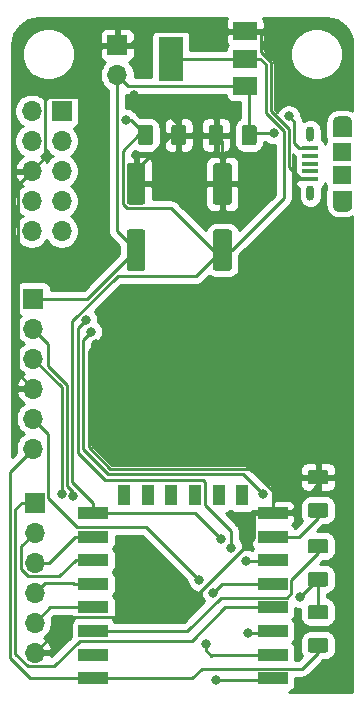
<source format=gbr>
%TF.GenerationSoftware,KiCad,Pcbnew,5.1.5+dfsg1-2build2*%
%TF.CreationDate,2021-11-04T20:27:46+01:00*%
%TF.ProjectId,ebus-esp,65627573-2d65-4737-902e-6b696361645f,rev?*%
%TF.SameCoordinates,Original*%
%TF.FileFunction,Copper,L2,Bot*%
%TF.FilePolarity,Positive*%
%FSLAX46Y46*%
G04 Gerber Fmt 4.6, Leading zero omitted, Abs format (unit mm)*
G04 Created by KiCad (PCBNEW 5.1.5+dfsg1-2build2) date 2021-11-04 20:27:46*
%MOMM*%
%LPD*%
G04 APERTURE LIST*
%TA.AperFunction,EtchedComponent*%
%ADD10C,0.001000*%
%TD*%
%TA.AperFunction,ComponentPad*%
%ADD11O,1.700000X1.700000*%
%TD*%
%TA.AperFunction,ComponentPad*%
%ADD12R,1.700000X1.700000*%
%TD*%
%TA.AperFunction,SMDPad,CuDef*%
%ADD13C,0.100000*%
%TD*%
%TA.AperFunction,ComponentPad*%
%ADD14O,1.550000X0.775000*%
%TD*%
%TA.AperFunction,SMDPad,CuDef*%
%ADD15R,1.550000X1.500000*%
%TD*%
%TA.AperFunction,ComponentPad*%
%ADD16O,0.650000X1.300000*%
%TD*%
%TA.AperFunction,SMDPad,CuDef*%
%ADD17R,1.350000X0.400000*%
%TD*%
%TA.AperFunction,SMDPad,CuDef*%
%ADD18R,2.500000X1.000000*%
%TD*%
%TA.AperFunction,SMDPad,CuDef*%
%ADD19R,1.000000X1.800000*%
%TD*%
%TA.AperFunction,SMDPad,CuDef*%
%ADD20R,2.000000X1.500000*%
%TD*%
%TA.AperFunction,SMDPad,CuDef*%
%ADD21R,2.000000X3.800000*%
%TD*%
%TA.AperFunction,ViaPad*%
%ADD22C,0.800000*%
%TD*%
%TA.AperFunction,Conductor*%
%ADD23C,0.250000*%
%TD*%
%TA.AperFunction,Conductor*%
%ADD24C,0.254000*%
%TD*%
G04 APERTURE END LIST*
D10*
%TO.C,J2*%
G36*
X126764000Y-98439000D02*
G01*
X125209000Y-98439000D01*
X125209000Y-99637000D01*
X125409000Y-99637000D01*
X125409000Y-99625000D01*
X125410000Y-99612000D01*
X125412000Y-99599000D01*
X125414000Y-99586000D01*
X125417000Y-99573000D01*
X125421000Y-99561000D01*
X125426000Y-99549000D01*
X125431000Y-99537000D01*
X125436000Y-99525000D01*
X125442000Y-99513000D01*
X125449000Y-99502000D01*
X125457000Y-99492000D01*
X125464000Y-99481000D01*
X125473000Y-99471000D01*
X125482000Y-99462000D01*
X125491000Y-99453000D01*
X125501000Y-99444000D01*
X125512000Y-99437000D01*
X125522000Y-99429000D01*
X125533000Y-99422000D01*
X125545000Y-99416000D01*
X125557000Y-99411000D01*
X125569000Y-99406000D01*
X125581000Y-99401000D01*
X125593000Y-99397000D01*
X125606000Y-99394000D01*
X125619000Y-99392000D01*
X125632000Y-99390000D01*
X125645000Y-99389000D01*
X125659000Y-99389000D01*
X125669000Y-99389000D01*
X126299000Y-99389000D01*
X126309000Y-99389000D01*
X126322000Y-99389000D01*
X126335000Y-99390000D01*
X126348000Y-99392000D01*
X126361000Y-99394000D01*
X126374000Y-99398000D01*
X126386000Y-99401000D01*
X126399000Y-99406000D01*
X126411000Y-99411000D01*
X126422000Y-99416000D01*
X126434000Y-99422000D01*
X126445000Y-99429000D01*
X126456000Y-99437000D01*
X126466000Y-99445000D01*
X126476000Y-99453000D01*
X126486000Y-99462000D01*
X126495000Y-99472000D01*
X126503000Y-99482000D01*
X126511000Y-99492000D01*
X126519000Y-99503000D01*
X126526000Y-99514000D01*
X126532000Y-99526000D01*
X126537000Y-99537000D01*
X126542000Y-99549000D01*
X126547000Y-99562000D01*
X126550000Y-99574000D01*
X126554000Y-99587000D01*
X126556000Y-99600000D01*
X126558000Y-99613000D01*
X126559000Y-99626000D01*
X126559000Y-99639000D01*
X126559000Y-99652000D01*
X126558000Y-99665000D01*
X126556000Y-99678000D01*
X126554000Y-99691000D01*
X126550000Y-99704000D01*
X126547000Y-99716000D01*
X126542000Y-99729000D01*
X126537000Y-99741000D01*
X126532000Y-99752000D01*
X126526000Y-99764000D01*
X126519000Y-99775000D01*
X126511000Y-99786000D01*
X126503000Y-99796000D01*
X126495000Y-99806000D01*
X126486000Y-99816000D01*
X126476000Y-99825000D01*
X126466000Y-99833000D01*
X126456000Y-99841000D01*
X126445000Y-99849000D01*
X126434000Y-99856000D01*
X126422000Y-99862000D01*
X126411000Y-99867000D01*
X126399000Y-99872000D01*
X126386000Y-99877000D01*
X126374000Y-99880000D01*
X126361000Y-99884000D01*
X126348000Y-99886000D01*
X126335000Y-99888000D01*
X126322000Y-99889000D01*
X126309000Y-99889000D01*
X125659000Y-99889000D01*
X125645000Y-99889000D01*
X125632000Y-99888000D01*
X125619000Y-99886000D01*
X125606000Y-99884000D01*
X125593000Y-99881000D01*
X125581000Y-99877000D01*
X125569000Y-99872000D01*
X125557000Y-99867000D01*
X125545000Y-99862000D01*
X125533000Y-99856000D01*
X125522000Y-99849000D01*
X125512000Y-99841000D01*
X125501000Y-99834000D01*
X125491000Y-99825000D01*
X125482000Y-99816000D01*
X125473000Y-99807000D01*
X125464000Y-99797000D01*
X125457000Y-99786000D01*
X125449000Y-99776000D01*
X125442000Y-99765000D01*
X125436000Y-99753000D01*
X125431000Y-99741000D01*
X125426000Y-99729000D01*
X125421000Y-99717000D01*
X125417000Y-99705000D01*
X125414000Y-99692000D01*
X125412000Y-99679000D01*
X125410000Y-99666000D01*
X125409000Y-99653000D01*
X125409000Y-99641000D01*
X125209000Y-99641000D01*
X125210000Y-99666000D01*
X125212000Y-99692000D01*
X125215000Y-99718000D01*
X125220000Y-99744000D01*
X125226000Y-99769000D01*
X125233000Y-99794000D01*
X125242000Y-99819000D01*
X125252000Y-99843000D01*
X125263000Y-99867000D01*
X125276000Y-99890000D01*
X125289000Y-99912000D01*
X125304000Y-99933000D01*
X125320000Y-99954000D01*
X125337000Y-99974000D01*
X125355000Y-99993000D01*
X125374000Y-100011000D01*
X125394000Y-100028000D01*
X125415000Y-100044000D01*
X125436000Y-100059000D01*
X125458000Y-100072000D01*
X125481000Y-100085000D01*
X125505000Y-100096000D01*
X125529000Y-100106000D01*
X125554000Y-100115000D01*
X125579000Y-100122000D01*
X125604000Y-100128000D01*
X125630000Y-100133000D01*
X125656000Y-100136000D01*
X125682000Y-100138000D01*
X125709000Y-100139000D01*
X126259000Y-100139000D01*
X126285000Y-100138000D01*
X126311000Y-100136000D01*
X126337000Y-100133000D01*
X126363000Y-100128000D01*
X126388000Y-100122000D01*
X126414000Y-100115000D01*
X126438000Y-100106000D01*
X126462000Y-100096000D01*
X126486000Y-100085000D01*
X126509000Y-100072000D01*
X126531000Y-100058000D01*
X126553000Y-100044000D01*
X126574000Y-100028000D01*
X126594000Y-100011000D01*
X126613000Y-99993000D01*
X126631000Y-99974000D01*
X126648000Y-99954000D01*
X126664000Y-99933000D01*
X126678000Y-99911000D01*
X126692000Y-99889000D01*
X126705000Y-99866000D01*
X126716000Y-99842000D01*
X126726000Y-99818000D01*
X126735000Y-99794000D01*
X126742000Y-99768000D01*
X126748000Y-99743000D01*
X126753000Y-99717000D01*
X126756000Y-99691000D01*
X126758000Y-99665000D01*
X126759000Y-99639000D01*
X126759000Y-98444000D01*
X126764000Y-98444000D01*
X126764000Y-98439000D01*
G37*
X126764000Y-98439000D02*
X125209000Y-98439000D01*
X125209000Y-99637000D01*
X125409000Y-99637000D01*
X125409000Y-99625000D01*
X125410000Y-99612000D01*
X125412000Y-99599000D01*
X125414000Y-99586000D01*
X125417000Y-99573000D01*
X125421000Y-99561000D01*
X125426000Y-99549000D01*
X125431000Y-99537000D01*
X125436000Y-99525000D01*
X125442000Y-99513000D01*
X125449000Y-99502000D01*
X125457000Y-99492000D01*
X125464000Y-99481000D01*
X125473000Y-99471000D01*
X125482000Y-99462000D01*
X125491000Y-99453000D01*
X125501000Y-99444000D01*
X125512000Y-99437000D01*
X125522000Y-99429000D01*
X125533000Y-99422000D01*
X125545000Y-99416000D01*
X125557000Y-99411000D01*
X125569000Y-99406000D01*
X125581000Y-99401000D01*
X125593000Y-99397000D01*
X125606000Y-99394000D01*
X125619000Y-99392000D01*
X125632000Y-99390000D01*
X125645000Y-99389000D01*
X125659000Y-99389000D01*
X125669000Y-99389000D01*
X126299000Y-99389000D01*
X126309000Y-99389000D01*
X126322000Y-99389000D01*
X126335000Y-99390000D01*
X126348000Y-99392000D01*
X126361000Y-99394000D01*
X126374000Y-99398000D01*
X126386000Y-99401000D01*
X126399000Y-99406000D01*
X126411000Y-99411000D01*
X126422000Y-99416000D01*
X126434000Y-99422000D01*
X126445000Y-99429000D01*
X126456000Y-99437000D01*
X126466000Y-99445000D01*
X126476000Y-99453000D01*
X126486000Y-99462000D01*
X126495000Y-99472000D01*
X126503000Y-99482000D01*
X126511000Y-99492000D01*
X126519000Y-99503000D01*
X126526000Y-99514000D01*
X126532000Y-99526000D01*
X126537000Y-99537000D01*
X126542000Y-99549000D01*
X126547000Y-99562000D01*
X126550000Y-99574000D01*
X126554000Y-99587000D01*
X126556000Y-99600000D01*
X126558000Y-99613000D01*
X126559000Y-99626000D01*
X126559000Y-99639000D01*
X126559000Y-99652000D01*
X126558000Y-99665000D01*
X126556000Y-99678000D01*
X126554000Y-99691000D01*
X126550000Y-99704000D01*
X126547000Y-99716000D01*
X126542000Y-99729000D01*
X126537000Y-99741000D01*
X126532000Y-99752000D01*
X126526000Y-99764000D01*
X126519000Y-99775000D01*
X126511000Y-99786000D01*
X126503000Y-99796000D01*
X126495000Y-99806000D01*
X126486000Y-99816000D01*
X126476000Y-99825000D01*
X126466000Y-99833000D01*
X126456000Y-99841000D01*
X126445000Y-99849000D01*
X126434000Y-99856000D01*
X126422000Y-99862000D01*
X126411000Y-99867000D01*
X126399000Y-99872000D01*
X126386000Y-99877000D01*
X126374000Y-99880000D01*
X126361000Y-99884000D01*
X126348000Y-99886000D01*
X126335000Y-99888000D01*
X126322000Y-99889000D01*
X126309000Y-99889000D01*
X125659000Y-99889000D01*
X125645000Y-99889000D01*
X125632000Y-99888000D01*
X125619000Y-99886000D01*
X125606000Y-99884000D01*
X125593000Y-99881000D01*
X125581000Y-99877000D01*
X125569000Y-99872000D01*
X125557000Y-99867000D01*
X125545000Y-99862000D01*
X125533000Y-99856000D01*
X125522000Y-99849000D01*
X125512000Y-99841000D01*
X125501000Y-99834000D01*
X125491000Y-99825000D01*
X125482000Y-99816000D01*
X125473000Y-99807000D01*
X125464000Y-99797000D01*
X125457000Y-99786000D01*
X125449000Y-99776000D01*
X125442000Y-99765000D01*
X125436000Y-99753000D01*
X125431000Y-99741000D01*
X125426000Y-99729000D01*
X125421000Y-99717000D01*
X125417000Y-99705000D01*
X125414000Y-99692000D01*
X125412000Y-99679000D01*
X125410000Y-99666000D01*
X125409000Y-99653000D01*
X125409000Y-99641000D01*
X125209000Y-99641000D01*
X125210000Y-99666000D01*
X125212000Y-99692000D01*
X125215000Y-99718000D01*
X125220000Y-99744000D01*
X125226000Y-99769000D01*
X125233000Y-99794000D01*
X125242000Y-99819000D01*
X125252000Y-99843000D01*
X125263000Y-99867000D01*
X125276000Y-99890000D01*
X125289000Y-99912000D01*
X125304000Y-99933000D01*
X125320000Y-99954000D01*
X125337000Y-99974000D01*
X125355000Y-99993000D01*
X125374000Y-100011000D01*
X125394000Y-100028000D01*
X125415000Y-100044000D01*
X125436000Y-100059000D01*
X125458000Y-100072000D01*
X125481000Y-100085000D01*
X125505000Y-100096000D01*
X125529000Y-100106000D01*
X125554000Y-100115000D01*
X125579000Y-100122000D01*
X125604000Y-100128000D01*
X125630000Y-100133000D01*
X125656000Y-100136000D01*
X125682000Y-100138000D01*
X125709000Y-100139000D01*
X126259000Y-100139000D01*
X126285000Y-100138000D01*
X126311000Y-100136000D01*
X126337000Y-100133000D01*
X126363000Y-100128000D01*
X126388000Y-100122000D01*
X126414000Y-100115000D01*
X126438000Y-100106000D01*
X126462000Y-100096000D01*
X126486000Y-100085000D01*
X126509000Y-100072000D01*
X126531000Y-100058000D01*
X126553000Y-100044000D01*
X126574000Y-100028000D01*
X126594000Y-100011000D01*
X126613000Y-99993000D01*
X126631000Y-99974000D01*
X126648000Y-99954000D01*
X126664000Y-99933000D01*
X126678000Y-99911000D01*
X126692000Y-99889000D01*
X126705000Y-99866000D01*
X126716000Y-99842000D01*
X126726000Y-99818000D01*
X126735000Y-99794000D01*
X126742000Y-99768000D01*
X126748000Y-99743000D01*
X126753000Y-99717000D01*
X126756000Y-99691000D01*
X126758000Y-99665000D01*
X126759000Y-99639000D01*
X126759000Y-98444000D01*
X126764000Y-98444000D01*
X126764000Y-98439000D01*
G36*
X125204000Y-93839000D02*
G01*
X126759000Y-93839000D01*
X126759000Y-92641000D01*
X126559000Y-92641000D01*
X126559000Y-92653000D01*
X126558000Y-92666000D01*
X126556000Y-92679000D01*
X126554000Y-92692000D01*
X126551000Y-92705000D01*
X126547000Y-92717000D01*
X126542000Y-92729000D01*
X126537000Y-92741000D01*
X126532000Y-92753000D01*
X126526000Y-92765000D01*
X126519000Y-92776000D01*
X126511000Y-92786000D01*
X126504000Y-92797000D01*
X126495000Y-92807000D01*
X126486000Y-92816000D01*
X126477000Y-92825000D01*
X126467000Y-92834000D01*
X126456000Y-92841000D01*
X126446000Y-92849000D01*
X126435000Y-92856000D01*
X126423000Y-92862000D01*
X126411000Y-92867000D01*
X126399000Y-92872000D01*
X126387000Y-92877000D01*
X126375000Y-92881000D01*
X126362000Y-92884000D01*
X126349000Y-92886000D01*
X126336000Y-92888000D01*
X126323000Y-92889000D01*
X126309000Y-92889000D01*
X126299000Y-92889000D01*
X125669000Y-92889000D01*
X125659000Y-92889000D01*
X125646000Y-92889000D01*
X125633000Y-92888000D01*
X125620000Y-92886000D01*
X125607000Y-92884000D01*
X125594000Y-92880000D01*
X125582000Y-92877000D01*
X125569000Y-92872000D01*
X125557000Y-92867000D01*
X125546000Y-92862000D01*
X125534000Y-92856000D01*
X125523000Y-92849000D01*
X125512000Y-92841000D01*
X125502000Y-92833000D01*
X125492000Y-92825000D01*
X125482000Y-92816000D01*
X125473000Y-92806000D01*
X125465000Y-92796000D01*
X125457000Y-92786000D01*
X125449000Y-92775000D01*
X125442000Y-92764000D01*
X125436000Y-92752000D01*
X125431000Y-92741000D01*
X125426000Y-92729000D01*
X125421000Y-92716000D01*
X125418000Y-92704000D01*
X125414000Y-92691000D01*
X125412000Y-92678000D01*
X125410000Y-92665000D01*
X125409000Y-92652000D01*
X125409000Y-92639000D01*
X125409000Y-92626000D01*
X125410000Y-92613000D01*
X125412000Y-92600000D01*
X125414000Y-92587000D01*
X125418000Y-92574000D01*
X125421000Y-92562000D01*
X125426000Y-92549000D01*
X125431000Y-92537000D01*
X125436000Y-92526000D01*
X125442000Y-92514000D01*
X125449000Y-92503000D01*
X125457000Y-92492000D01*
X125465000Y-92482000D01*
X125473000Y-92472000D01*
X125482000Y-92462000D01*
X125492000Y-92453000D01*
X125502000Y-92445000D01*
X125512000Y-92437000D01*
X125523000Y-92429000D01*
X125534000Y-92422000D01*
X125546000Y-92416000D01*
X125557000Y-92411000D01*
X125569000Y-92406000D01*
X125582000Y-92401000D01*
X125594000Y-92398000D01*
X125607000Y-92394000D01*
X125620000Y-92392000D01*
X125633000Y-92390000D01*
X125646000Y-92389000D01*
X125659000Y-92389000D01*
X126309000Y-92389000D01*
X126323000Y-92389000D01*
X126336000Y-92390000D01*
X126349000Y-92392000D01*
X126362000Y-92394000D01*
X126375000Y-92397000D01*
X126387000Y-92401000D01*
X126399000Y-92406000D01*
X126411000Y-92411000D01*
X126423000Y-92416000D01*
X126435000Y-92422000D01*
X126446000Y-92429000D01*
X126456000Y-92437000D01*
X126467000Y-92444000D01*
X126477000Y-92453000D01*
X126486000Y-92462000D01*
X126495000Y-92471000D01*
X126504000Y-92481000D01*
X126511000Y-92492000D01*
X126519000Y-92502000D01*
X126526000Y-92513000D01*
X126532000Y-92525000D01*
X126537000Y-92537000D01*
X126542000Y-92549000D01*
X126547000Y-92561000D01*
X126551000Y-92573000D01*
X126554000Y-92586000D01*
X126556000Y-92599000D01*
X126558000Y-92612000D01*
X126559000Y-92625000D01*
X126559000Y-92637000D01*
X126759000Y-92637000D01*
X126758000Y-92612000D01*
X126756000Y-92586000D01*
X126753000Y-92560000D01*
X126748000Y-92534000D01*
X126742000Y-92509000D01*
X126735000Y-92484000D01*
X126726000Y-92459000D01*
X126716000Y-92435000D01*
X126705000Y-92411000D01*
X126692000Y-92388000D01*
X126679000Y-92366000D01*
X126664000Y-92345000D01*
X126648000Y-92324000D01*
X126631000Y-92304000D01*
X126613000Y-92285000D01*
X126594000Y-92267000D01*
X126574000Y-92250000D01*
X126553000Y-92234000D01*
X126532000Y-92219000D01*
X126510000Y-92206000D01*
X126487000Y-92193000D01*
X126463000Y-92182000D01*
X126439000Y-92172000D01*
X126414000Y-92163000D01*
X126389000Y-92156000D01*
X126364000Y-92150000D01*
X126338000Y-92145000D01*
X126312000Y-92142000D01*
X126286000Y-92140000D01*
X126259000Y-92139000D01*
X125709000Y-92139000D01*
X125683000Y-92140000D01*
X125657000Y-92142000D01*
X125631000Y-92145000D01*
X125605000Y-92150000D01*
X125580000Y-92156000D01*
X125554000Y-92163000D01*
X125530000Y-92172000D01*
X125506000Y-92182000D01*
X125482000Y-92193000D01*
X125459000Y-92206000D01*
X125437000Y-92220000D01*
X125415000Y-92234000D01*
X125394000Y-92250000D01*
X125374000Y-92267000D01*
X125355000Y-92285000D01*
X125337000Y-92304000D01*
X125320000Y-92324000D01*
X125304000Y-92345000D01*
X125290000Y-92367000D01*
X125276000Y-92389000D01*
X125263000Y-92412000D01*
X125252000Y-92436000D01*
X125242000Y-92460000D01*
X125233000Y-92484000D01*
X125226000Y-92510000D01*
X125220000Y-92535000D01*
X125215000Y-92561000D01*
X125212000Y-92587000D01*
X125210000Y-92613000D01*
X125209000Y-92639000D01*
X125209000Y-93834000D01*
X125204000Y-93834000D01*
X125204000Y-93839000D01*
G37*
X125204000Y-93839000D02*
X126759000Y-93839000D01*
X126759000Y-92641000D01*
X126559000Y-92641000D01*
X126559000Y-92653000D01*
X126558000Y-92666000D01*
X126556000Y-92679000D01*
X126554000Y-92692000D01*
X126551000Y-92705000D01*
X126547000Y-92717000D01*
X126542000Y-92729000D01*
X126537000Y-92741000D01*
X126532000Y-92753000D01*
X126526000Y-92765000D01*
X126519000Y-92776000D01*
X126511000Y-92786000D01*
X126504000Y-92797000D01*
X126495000Y-92807000D01*
X126486000Y-92816000D01*
X126477000Y-92825000D01*
X126467000Y-92834000D01*
X126456000Y-92841000D01*
X126446000Y-92849000D01*
X126435000Y-92856000D01*
X126423000Y-92862000D01*
X126411000Y-92867000D01*
X126399000Y-92872000D01*
X126387000Y-92877000D01*
X126375000Y-92881000D01*
X126362000Y-92884000D01*
X126349000Y-92886000D01*
X126336000Y-92888000D01*
X126323000Y-92889000D01*
X126309000Y-92889000D01*
X126299000Y-92889000D01*
X125669000Y-92889000D01*
X125659000Y-92889000D01*
X125646000Y-92889000D01*
X125633000Y-92888000D01*
X125620000Y-92886000D01*
X125607000Y-92884000D01*
X125594000Y-92880000D01*
X125582000Y-92877000D01*
X125569000Y-92872000D01*
X125557000Y-92867000D01*
X125546000Y-92862000D01*
X125534000Y-92856000D01*
X125523000Y-92849000D01*
X125512000Y-92841000D01*
X125502000Y-92833000D01*
X125492000Y-92825000D01*
X125482000Y-92816000D01*
X125473000Y-92806000D01*
X125465000Y-92796000D01*
X125457000Y-92786000D01*
X125449000Y-92775000D01*
X125442000Y-92764000D01*
X125436000Y-92752000D01*
X125431000Y-92741000D01*
X125426000Y-92729000D01*
X125421000Y-92716000D01*
X125418000Y-92704000D01*
X125414000Y-92691000D01*
X125412000Y-92678000D01*
X125410000Y-92665000D01*
X125409000Y-92652000D01*
X125409000Y-92639000D01*
X125409000Y-92626000D01*
X125410000Y-92613000D01*
X125412000Y-92600000D01*
X125414000Y-92587000D01*
X125418000Y-92574000D01*
X125421000Y-92562000D01*
X125426000Y-92549000D01*
X125431000Y-92537000D01*
X125436000Y-92526000D01*
X125442000Y-92514000D01*
X125449000Y-92503000D01*
X125457000Y-92492000D01*
X125465000Y-92482000D01*
X125473000Y-92472000D01*
X125482000Y-92462000D01*
X125492000Y-92453000D01*
X125502000Y-92445000D01*
X125512000Y-92437000D01*
X125523000Y-92429000D01*
X125534000Y-92422000D01*
X125546000Y-92416000D01*
X125557000Y-92411000D01*
X125569000Y-92406000D01*
X125582000Y-92401000D01*
X125594000Y-92398000D01*
X125607000Y-92394000D01*
X125620000Y-92392000D01*
X125633000Y-92390000D01*
X125646000Y-92389000D01*
X125659000Y-92389000D01*
X126309000Y-92389000D01*
X126323000Y-92389000D01*
X126336000Y-92390000D01*
X126349000Y-92392000D01*
X126362000Y-92394000D01*
X126375000Y-92397000D01*
X126387000Y-92401000D01*
X126399000Y-92406000D01*
X126411000Y-92411000D01*
X126423000Y-92416000D01*
X126435000Y-92422000D01*
X126446000Y-92429000D01*
X126456000Y-92437000D01*
X126467000Y-92444000D01*
X126477000Y-92453000D01*
X126486000Y-92462000D01*
X126495000Y-92471000D01*
X126504000Y-92481000D01*
X126511000Y-92492000D01*
X126519000Y-92502000D01*
X126526000Y-92513000D01*
X126532000Y-92525000D01*
X126537000Y-92537000D01*
X126542000Y-92549000D01*
X126547000Y-92561000D01*
X126551000Y-92573000D01*
X126554000Y-92586000D01*
X126556000Y-92599000D01*
X126558000Y-92612000D01*
X126559000Y-92625000D01*
X126559000Y-92637000D01*
X126759000Y-92637000D01*
X126758000Y-92612000D01*
X126756000Y-92586000D01*
X126753000Y-92560000D01*
X126748000Y-92534000D01*
X126742000Y-92509000D01*
X126735000Y-92484000D01*
X126726000Y-92459000D01*
X126716000Y-92435000D01*
X126705000Y-92411000D01*
X126692000Y-92388000D01*
X126679000Y-92366000D01*
X126664000Y-92345000D01*
X126648000Y-92324000D01*
X126631000Y-92304000D01*
X126613000Y-92285000D01*
X126594000Y-92267000D01*
X126574000Y-92250000D01*
X126553000Y-92234000D01*
X126532000Y-92219000D01*
X126510000Y-92206000D01*
X126487000Y-92193000D01*
X126463000Y-92182000D01*
X126439000Y-92172000D01*
X126414000Y-92163000D01*
X126389000Y-92156000D01*
X126364000Y-92150000D01*
X126338000Y-92145000D01*
X126312000Y-92142000D01*
X126286000Y-92140000D01*
X126259000Y-92139000D01*
X125709000Y-92139000D01*
X125683000Y-92140000D01*
X125657000Y-92142000D01*
X125631000Y-92145000D01*
X125605000Y-92150000D01*
X125580000Y-92156000D01*
X125554000Y-92163000D01*
X125530000Y-92172000D01*
X125506000Y-92182000D01*
X125482000Y-92193000D01*
X125459000Y-92206000D01*
X125437000Y-92220000D01*
X125415000Y-92234000D01*
X125394000Y-92250000D01*
X125374000Y-92267000D01*
X125355000Y-92285000D01*
X125337000Y-92304000D01*
X125320000Y-92324000D01*
X125304000Y-92345000D01*
X125290000Y-92367000D01*
X125276000Y-92389000D01*
X125263000Y-92412000D01*
X125252000Y-92436000D01*
X125242000Y-92460000D01*
X125233000Y-92484000D01*
X125226000Y-92510000D01*
X125220000Y-92535000D01*
X125215000Y-92561000D01*
X125212000Y-92587000D01*
X125210000Y-92613000D01*
X125209000Y-92639000D01*
X125209000Y-93834000D01*
X125204000Y-93834000D01*
X125204000Y-93839000D01*
%TD*%
D11*
%TO.P,J7,10*%
%TO.N,TX*%
X99695000Y-101854000D03*
%TO.P,J7,9*%
%TO.N,N/C*%
X102235000Y-101854000D03*
%TO.P,J7,8*%
%TO.N,RX*%
X99695000Y-99314000D03*
%TO.P,J7,7*%
%TO.N,N/C*%
X102235000Y-99314000D03*
%TO.P,J7,6*%
%TO.N,GNDREF*%
X99695000Y-96774000D03*
%TO.P,J7,5*%
%TO.N,N/C*%
X102235000Y-96774000D03*
%TO.P,J7,4*%
X99695000Y-94234000D03*
%TO.P,J7,3*%
X102235000Y-94234000D03*
%TO.P,J7,2*%
X99695000Y-91694000D03*
D12*
%TO.P,J7,1*%
%TO.N,+3V3*%
X102235000Y-91694000D03*
%TD*%
%TA.AperFunction,SMDPad,CuDef*%
D13*
%TO.P,R21,2*%
%TO.N,Net-(R21-Pad2)*%
G36*
X124601504Y-124855204D02*
G01*
X124625773Y-124858804D01*
X124649571Y-124864765D01*
X124672671Y-124873030D01*
X124694849Y-124883520D01*
X124715893Y-124896133D01*
X124735598Y-124910747D01*
X124753777Y-124927223D01*
X124770253Y-124945402D01*
X124784867Y-124965107D01*
X124797480Y-124986151D01*
X124807970Y-125008329D01*
X124816235Y-125031429D01*
X124822196Y-125055227D01*
X124825796Y-125079496D01*
X124827000Y-125104000D01*
X124827000Y-125854000D01*
X124825796Y-125878504D01*
X124822196Y-125902773D01*
X124816235Y-125926571D01*
X124807970Y-125949671D01*
X124797480Y-125971849D01*
X124784867Y-125992893D01*
X124770253Y-126012598D01*
X124753777Y-126030777D01*
X124735598Y-126047253D01*
X124715893Y-126061867D01*
X124694849Y-126074480D01*
X124672671Y-126084970D01*
X124649571Y-126093235D01*
X124625773Y-126099196D01*
X124601504Y-126102796D01*
X124577000Y-126104000D01*
X123327000Y-126104000D01*
X123302496Y-126102796D01*
X123278227Y-126099196D01*
X123254429Y-126093235D01*
X123231329Y-126084970D01*
X123209151Y-126074480D01*
X123188107Y-126061867D01*
X123168402Y-126047253D01*
X123150223Y-126030777D01*
X123133747Y-126012598D01*
X123119133Y-125992893D01*
X123106520Y-125971849D01*
X123096030Y-125949671D01*
X123087765Y-125926571D01*
X123081804Y-125902773D01*
X123078204Y-125878504D01*
X123077000Y-125854000D01*
X123077000Y-125104000D01*
X123078204Y-125079496D01*
X123081804Y-125055227D01*
X123087765Y-125031429D01*
X123096030Y-125008329D01*
X123106520Y-124986151D01*
X123119133Y-124965107D01*
X123133747Y-124945402D01*
X123150223Y-124927223D01*
X123168402Y-124910747D01*
X123188107Y-124896133D01*
X123209151Y-124883520D01*
X123231329Y-124873030D01*
X123254429Y-124864765D01*
X123278227Y-124858804D01*
X123302496Y-124855204D01*
X123327000Y-124854000D01*
X124577000Y-124854000D01*
X124601504Y-124855204D01*
G37*
%TD.AperFunction*%
%TA.AperFunction,SMDPad,CuDef*%
%TO.P,R21,1*%
%TO.N,GNDREF*%
G36*
X124601504Y-122055204D02*
G01*
X124625773Y-122058804D01*
X124649571Y-122064765D01*
X124672671Y-122073030D01*
X124694849Y-122083520D01*
X124715893Y-122096133D01*
X124735598Y-122110747D01*
X124753777Y-122127223D01*
X124770253Y-122145402D01*
X124784867Y-122165107D01*
X124797480Y-122186151D01*
X124807970Y-122208329D01*
X124816235Y-122231429D01*
X124822196Y-122255227D01*
X124825796Y-122279496D01*
X124827000Y-122304000D01*
X124827000Y-123054000D01*
X124825796Y-123078504D01*
X124822196Y-123102773D01*
X124816235Y-123126571D01*
X124807970Y-123149671D01*
X124797480Y-123171849D01*
X124784867Y-123192893D01*
X124770253Y-123212598D01*
X124753777Y-123230777D01*
X124735598Y-123247253D01*
X124715893Y-123261867D01*
X124694849Y-123274480D01*
X124672671Y-123284970D01*
X124649571Y-123293235D01*
X124625773Y-123299196D01*
X124601504Y-123302796D01*
X124577000Y-123304000D01*
X123327000Y-123304000D01*
X123302496Y-123302796D01*
X123278227Y-123299196D01*
X123254429Y-123293235D01*
X123231329Y-123284970D01*
X123209151Y-123274480D01*
X123188107Y-123261867D01*
X123168402Y-123247253D01*
X123150223Y-123230777D01*
X123133747Y-123212598D01*
X123119133Y-123192893D01*
X123106520Y-123171849D01*
X123096030Y-123149671D01*
X123087765Y-123126571D01*
X123081804Y-123102773D01*
X123078204Y-123078504D01*
X123077000Y-123054000D01*
X123077000Y-122304000D01*
X123078204Y-122279496D01*
X123081804Y-122255227D01*
X123087765Y-122231429D01*
X123096030Y-122208329D01*
X123106520Y-122186151D01*
X123119133Y-122165107D01*
X123133747Y-122145402D01*
X123150223Y-122127223D01*
X123168402Y-122110747D01*
X123188107Y-122096133D01*
X123209151Y-122083520D01*
X123231329Y-122073030D01*
X123254429Y-122064765D01*
X123278227Y-122058804D01*
X123302496Y-122055204D01*
X123327000Y-122054000D01*
X124577000Y-122054000D01*
X124601504Y-122055204D01*
G37*
%TD.AperFunction*%
%TD*%
D14*
%TO.P,J2,S6*%
%TO.N,N/C*%
X125984000Y-99639000D03*
D15*
%TO.P,J2,S5*%
X125984000Y-97139000D03*
%TO.P,J2,S4*%
X125984000Y-95139000D03*
D14*
%TO.P,J2,S3*%
X125984000Y-92639000D03*
D16*
%TO.P,J2,S2*%
X123284000Y-98639000D03*
%TO.P,J2,S1*%
X123284000Y-93639000D03*
D17*
%TO.P,J2,5*%
%TO.N,GNDREF*%
X123284000Y-97439000D03*
%TO.P,J2,4*%
%TO.N,N/C*%
X123284000Y-96789000D03*
%TO.P,J2,3*%
X123284000Y-96139000D03*
%TO.P,J2,2*%
X123284000Y-95489000D03*
%TO.P,J2,1*%
%TO.N,+5VP*%
X123284000Y-94839000D03*
%TD*%
D18*
%TO.P,U6,22*%
%TO.N,P_TX*%
X120122000Y-139720200D03*
%TO.P,U6,21*%
%TO.N,P_RX*%
X120122000Y-137720200D03*
%TO.P,U6,20*%
%TO.N,RX*%
X120122000Y-135720200D03*
%TO.P,U6,19*%
%TO.N,GPIO4*%
X120122000Y-133720200D03*
%TO.P,U6,18*%
%TO.N,GPIO0*%
X120122000Y-131720200D03*
%TO.P,U6,17*%
%TO.N,TX*%
X120122000Y-129720200D03*
%TO.P,U6,16*%
%TO.N,Net-(R21-Pad2)*%
X120122000Y-127720200D03*
%TO.P,U6,15*%
%TO.N,GNDREF*%
X120122000Y-125720200D03*
D19*
%TO.P,U6,14*%
%TO.N,N/C*%
X117522000Y-124220200D03*
%TO.P,U6,13*%
X115522000Y-124220200D03*
%TO.P,U6,12*%
X113522000Y-124220200D03*
%TO.P,U6,11*%
X111522000Y-124220200D03*
%TO.P,U6,10*%
X109522000Y-124220200D03*
%TO.P,U6,9*%
X107522000Y-124220200D03*
D18*
%TO.P,U6,8*%
%TO.N,+3V3*%
X104922000Y-125720200D03*
%TO.P,U6,7*%
%TO.N,GPIO13*%
X104922000Y-127720200D03*
%TO.P,U6,6*%
%TO.N,GPIO12*%
X104922000Y-129720200D03*
%TO.P,U6,5*%
%TO.N,GPIO14*%
X104922000Y-131720200D03*
%TO.P,U6,4*%
%TO.N,GPIO16*%
X104922000Y-133720200D03*
%TO.P,U6,3*%
%TO.N,Net-(R18-Pad1)*%
X104922000Y-135720200D03*
%TO.P,U6,2*%
%TO.N,N/C*%
X104922000Y-137720200D03*
%TO.P,U6,1*%
%TO.N,RESET*%
X104922000Y-139720200D03*
%TD*%
D20*
%TO.P,U5,1*%
%TO.N,GNDREF*%
X117780200Y-84949000D03*
%TO.P,U5,3*%
%TO.N,+5VP*%
X117780200Y-89549000D03*
%TO.P,U5,2*%
%TO.N,+3V3*%
X117780200Y-87249000D03*
D21*
X111480200Y-87249000D03*
%TD*%
%TA.AperFunction,SMDPad,CuDef*%
D13*
%TO.P,R20,2*%
%TO.N,+3V3*%
G36*
X124601504Y-133485204D02*
G01*
X124625773Y-133488804D01*
X124649571Y-133494765D01*
X124672671Y-133503030D01*
X124694849Y-133513520D01*
X124715893Y-133526133D01*
X124735598Y-133540747D01*
X124753777Y-133557223D01*
X124770253Y-133575402D01*
X124784867Y-133595107D01*
X124797480Y-133616151D01*
X124807970Y-133638329D01*
X124816235Y-133661429D01*
X124822196Y-133685227D01*
X124825796Y-133709496D01*
X124827000Y-133734000D01*
X124827000Y-134484000D01*
X124825796Y-134508504D01*
X124822196Y-134532773D01*
X124816235Y-134556571D01*
X124807970Y-134579671D01*
X124797480Y-134601849D01*
X124784867Y-134622893D01*
X124770253Y-134642598D01*
X124753777Y-134660777D01*
X124735598Y-134677253D01*
X124715893Y-134691867D01*
X124694849Y-134704480D01*
X124672671Y-134714970D01*
X124649571Y-134723235D01*
X124625773Y-134729196D01*
X124601504Y-134732796D01*
X124577000Y-134734000D01*
X123327000Y-134734000D01*
X123302496Y-134732796D01*
X123278227Y-134729196D01*
X123254429Y-134723235D01*
X123231329Y-134714970D01*
X123209151Y-134704480D01*
X123188107Y-134691867D01*
X123168402Y-134677253D01*
X123150223Y-134660777D01*
X123133747Y-134642598D01*
X123119133Y-134622893D01*
X123106520Y-134601849D01*
X123096030Y-134579671D01*
X123087765Y-134556571D01*
X123081804Y-134532773D01*
X123078204Y-134508504D01*
X123077000Y-134484000D01*
X123077000Y-133734000D01*
X123078204Y-133709496D01*
X123081804Y-133685227D01*
X123087765Y-133661429D01*
X123096030Y-133638329D01*
X123106520Y-133616151D01*
X123119133Y-133595107D01*
X123133747Y-133575402D01*
X123150223Y-133557223D01*
X123168402Y-133540747D01*
X123188107Y-133526133D01*
X123209151Y-133513520D01*
X123231329Y-133503030D01*
X123254429Y-133494765D01*
X123278227Y-133488804D01*
X123302496Y-133485204D01*
X123327000Y-133484000D01*
X124577000Y-133484000D01*
X124601504Y-133485204D01*
G37*
%TD.AperFunction*%
%TA.AperFunction,SMDPad,CuDef*%
%TO.P,R20,1*%
%TO.N,RESET*%
G36*
X124601504Y-136285204D02*
G01*
X124625773Y-136288804D01*
X124649571Y-136294765D01*
X124672671Y-136303030D01*
X124694849Y-136313520D01*
X124715893Y-136326133D01*
X124735598Y-136340747D01*
X124753777Y-136357223D01*
X124770253Y-136375402D01*
X124784867Y-136395107D01*
X124797480Y-136416151D01*
X124807970Y-136438329D01*
X124816235Y-136461429D01*
X124822196Y-136485227D01*
X124825796Y-136509496D01*
X124827000Y-136534000D01*
X124827000Y-137284000D01*
X124825796Y-137308504D01*
X124822196Y-137332773D01*
X124816235Y-137356571D01*
X124807970Y-137379671D01*
X124797480Y-137401849D01*
X124784867Y-137422893D01*
X124770253Y-137442598D01*
X124753777Y-137460777D01*
X124735598Y-137477253D01*
X124715893Y-137491867D01*
X124694849Y-137504480D01*
X124672671Y-137514970D01*
X124649571Y-137523235D01*
X124625773Y-137529196D01*
X124601504Y-137532796D01*
X124577000Y-137534000D01*
X123327000Y-137534000D01*
X123302496Y-137532796D01*
X123278227Y-137529196D01*
X123254429Y-137523235D01*
X123231329Y-137514970D01*
X123209151Y-137504480D01*
X123188107Y-137491867D01*
X123168402Y-137477253D01*
X123150223Y-137460777D01*
X123133747Y-137442598D01*
X123119133Y-137422893D01*
X123106520Y-137401849D01*
X123096030Y-137379671D01*
X123087765Y-137356571D01*
X123081804Y-137332773D01*
X123078204Y-137308504D01*
X123077000Y-137284000D01*
X123077000Y-136534000D01*
X123078204Y-136509496D01*
X123081804Y-136485227D01*
X123087765Y-136461429D01*
X123096030Y-136438329D01*
X123106520Y-136416151D01*
X123119133Y-136395107D01*
X123133747Y-136375402D01*
X123150223Y-136357223D01*
X123168402Y-136340747D01*
X123188107Y-136326133D01*
X123209151Y-136313520D01*
X123231329Y-136303030D01*
X123254429Y-136294765D01*
X123278227Y-136288804D01*
X123302496Y-136285204D01*
X123327000Y-136284000D01*
X124577000Y-136284000D01*
X124601504Y-136285204D01*
G37*
%TD.AperFunction*%
%TD*%
%TA.AperFunction,SMDPad,CuDef*%
%TO.P,R18,2*%
%TO.N,+3V3*%
G36*
X124601504Y-130697204D02*
G01*
X124625773Y-130700804D01*
X124649571Y-130706765D01*
X124672671Y-130715030D01*
X124694849Y-130725520D01*
X124715893Y-130738133D01*
X124735598Y-130752747D01*
X124753777Y-130769223D01*
X124770253Y-130787402D01*
X124784867Y-130807107D01*
X124797480Y-130828151D01*
X124807970Y-130850329D01*
X124816235Y-130873429D01*
X124822196Y-130897227D01*
X124825796Y-130921496D01*
X124827000Y-130946000D01*
X124827000Y-131696000D01*
X124825796Y-131720504D01*
X124822196Y-131744773D01*
X124816235Y-131768571D01*
X124807970Y-131791671D01*
X124797480Y-131813849D01*
X124784867Y-131834893D01*
X124770253Y-131854598D01*
X124753777Y-131872777D01*
X124735598Y-131889253D01*
X124715893Y-131903867D01*
X124694849Y-131916480D01*
X124672671Y-131926970D01*
X124649571Y-131935235D01*
X124625773Y-131941196D01*
X124601504Y-131944796D01*
X124577000Y-131946000D01*
X123327000Y-131946000D01*
X123302496Y-131944796D01*
X123278227Y-131941196D01*
X123254429Y-131935235D01*
X123231329Y-131926970D01*
X123209151Y-131916480D01*
X123188107Y-131903867D01*
X123168402Y-131889253D01*
X123150223Y-131872777D01*
X123133747Y-131854598D01*
X123119133Y-131834893D01*
X123106520Y-131813849D01*
X123096030Y-131791671D01*
X123087765Y-131768571D01*
X123081804Y-131744773D01*
X123078204Y-131720504D01*
X123077000Y-131696000D01*
X123077000Y-130946000D01*
X123078204Y-130921496D01*
X123081804Y-130897227D01*
X123087765Y-130873429D01*
X123096030Y-130850329D01*
X123106520Y-130828151D01*
X123119133Y-130807107D01*
X123133747Y-130787402D01*
X123150223Y-130769223D01*
X123168402Y-130752747D01*
X123188107Y-130738133D01*
X123209151Y-130725520D01*
X123231329Y-130715030D01*
X123254429Y-130706765D01*
X123278227Y-130700804D01*
X123302496Y-130697204D01*
X123327000Y-130696000D01*
X124577000Y-130696000D01*
X124601504Y-130697204D01*
G37*
%TD.AperFunction*%
%TA.AperFunction,SMDPad,CuDef*%
%TO.P,R18,1*%
%TO.N,Net-(R18-Pad1)*%
G36*
X124601504Y-127897204D02*
G01*
X124625773Y-127900804D01*
X124649571Y-127906765D01*
X124672671Y-127915030D01*
X124694849Y-127925520D01*
X124715893Y-127938133D01*
X124735598Y-127952747D01*
X124753777Y-127969223D01*
X124770253Y-127987402D01*
X124784867Y-128007107D01*
X124797480Y-128028151D01*
X124807970Y-128050329D01*
X124816235Y-128073429D01*
X124822196Y-128097227D01*
X124825796Y-128121496D01*
X124827000Y-128146000D01*
X124827000Y-128896000D01*
X124825796Y-128920504D01*
X124822196Y-128944773D01*
X124816235Y-128968571D01*
X124807970Y-128991671D01*
X124797480Y-129013849D01*
X124784867Y-129034893D01*
X124770253Y-129054598D01*
X124753777Y-129072777D01*
X124735598Y-129089253D01*
X124715893Y-129103867D01*
X124694849Y-129116480D01*
X124672671Y-129126970D01*
X124649571Y-129135235D01*
X124625773Y-129141196D01*
X124601504Y-129144796D01*
X124577000Y-129146000D01*
X123327000Y-129146000D01*
X123302496Y-129144796D01*
X123278227Y-129141196D01*
X123254429Y-129135235D01*
X123231329Y-129126970D01*
X123209151Y-129116480D01*
X123188107Y-129103867D01*
X123168402Y-129089253D01*
X123150223Y-129072777D01*
X123133747Y-129054598D01*
X123119133Y-129034893D01*
X123106520Y-129013849D01*
X123096030Y-128991671D01*
X123087765Y-128968571D01*
X123081804Y-128944773D01*
X123078204Y-128920504D01*
X123077000Y-128896000D01*
X123077000Y-128146000D01*
X123078204Y-128121496D01*
X123081804Y-128097227D01*
X123087765Y-128073429D01*
X123096030Y-128050329D01*
X123106520Y-128028151D01*
X123119133Y-128007107D01*
X123133747Y-127987402D01*
X123150223Y-127969223D01*
X123168402Y-127952747D01*
X123188107Y-127938133D01*
X123209151Y-127925520D01*
X123231329Y-127915030D01*
X123254429Y-127906765D01*
X123278227Y-127900804D01*
X123302496Y-127897204D01*
X123327000Y-127896000D01*
X124577000Y-127896000D01*
X124601504Y-127897204D01*
G37*
%TD.AperFunction*%
%TD*%
D11*
%TO.P,J6,2*%
%TO.N,+5VP*%
X106934000Y-88646000D03*
D12*
%TO.P,J6,1*%
%TO.N,GNDREF*%
X106934000Y-86106000D03*
%TD*%
D11*
%TO.P,J5,6*%
%TO.N,GNDREF*%
X99949000Y-137541000D03*
%TO.P,J5,5*%
%TO.N,GPIO16*%
X99949000Y-135001000D03*
%TO.P,J5,4*%
%TO.N,GPIO14*%
X99949000Y-132461000D03*
%TO.P,J5,3*%
%TO.N,GPIO13*%
X99949000Y-129921000D03*
%TO.P,J5,2*%
%TO.N,GPIO12*%
X99949000Y-127381000D03*
D12*
%TO.P,J5,1*%
%TO.N,GPIO4*%
X99949000Y-124841000D03*
%TD*%
D11*
%TO.P,J4,6*%
%TO.N,RESET*%
X99822000Y-120269000D03*
%TO.P,J4,5*%
%TO.N,GPIO0*%
X99822000Y-117729000D03*
%TO.P,J4,4*%
%TO.N,GNDREF*%
X99822000Y-115189000D03*
%TO.P,J4,3*%
%TO.N,P_RX*%
X99822000Y-112649000D03*
%TO.P,J4,2*%
%TO.N,P_TX*%
X99822000Y-110109000D03*
D12*
%TO.P,J4,1*%
%TO.N,+5VP*%
X99822000Y-107569000D03*
%TD*%
%TA.AperFunction,SMDPad,CuDef*%
D13*
%TO.P,C5,2*%
%TO.N,GNDREF*%
G36*
X116423904Y-96111404D02*
G01*
X116448173Y-96115004D01*
X116471971Y-96120965D01*
X116495071Y-96129230D01*
X116517249Y-96139720D01*
X116538293Y-96152333D01*
X116557998Y-96166947D01*
X116576177Y-96183423D01*
X116592653Y-96201602D01*
X116607267Y-96221307D01*
X116619880Y-96242351D01*
X116630370Y-96264529D01*
X116638635Y-96287629D01*
X116644596Y-96311427D01*
X116648196Y-96335696D01*
X116649400Y-96360200D01*
X116649400Y-99360200D01*
X116648196Y-99384704D01*
X116644596Y-99408973D01*
X116638635Y-99432771D01*
X116630370Y-99455871D01*
X116619880Y-99478049D01*
X116607267Y-99499093D01*
X116592653Y-99518798D01*
X116576177Y-99536977D01*
X116557998Y-99553453D01*
X116538293Y-99568067D01*
X116517249Y-99580680D01*
X116495071Y-99591170D01*
X116471971Y-99599435D01*
X116448173Y-99605396D01*
X116423904Y-99608996D01*
X116399400Y-99610200D01*
X115299400Y-99610200D01*
X115274896Y-99608996D01*
X115250627Y-99605396D01*
X115226829Y-99599435D01*
X115203729Y-99591170D01*
X115181551Y-99580680D01*
X115160507Y-99568067D01*
X115140802Y-99553453D01*
X115122623Y-99536977D01*
X115106147Y-99518798D01*
X115091533Y-99499093D01*
X115078920Y-99478049D01*
X115068430Y-99455871D01*
X115060165Y-99432771D01*
X115054204Y-99408973D01*
X115050604Y-99384704D01*
X115049400Y-99360200D01*
X115049400Y-96360200D01*
X115050604Y-96335696D01*
X115054204Y-96311427D01*
X115060165Y-96287629D01*
X115068430Y-96264529D01*
X115078920Y-96242351D01*
X115091533Y-96221307D01*
X115106147Y-96201602D01*
X115122623Y-96183423D01*
X115140802Y-96166947D01*
X115160507Y-96152333D01*
X115181551Y-96139720D01*
X115203729Y-96129230D01*
X115226829Y-96120965D01*
X115250627Y-96115004D01*
X115274896Y-96111404D01*
X115299400Y-96110200D01*
X116399400Y-96110200D01*
X116423904Y-96111404D01*
G37*
%TD.AperFunction*%
%TA.AperFunction,SMDPad,CuDef*%
%TO.P,C5,1*%
%TO.N,+3V3*%
G36*
X116423904Y-101711404D02*
G01*
X116448173Y-101715004D01*
X116471971Y-101720965D01*
X116495071Y-101729230D01*
X116517249Y-101739720D01*
X116538293Y-101752333D01*
X116557998Y-101766947D01*
X116576177Y-101783423D01*
X116592653Y-101801602D01*
X116607267Y-101821307D01*
X116619880Y-101842351D01*
X116630370Y-101864529D01*
X116638635Y-101887629D01*
X116644596Y-101911427D01*
X116648196Y-101935696D01*
X116649400Y-101960200D01*
X116649400Y-104960200D01*
X116648196Y-104984704D01*
X116644596Y-105008973D01*
X116638635Y-105032771D01*
X116630370Y-105055871D01*
X116619880Y-105078049D01*
X116607267Y-105099093D01*
X116592653Y-105118798D01*
X116576177Y-105136977D01*
X116557998Y-105153453D01*
X116538293Y-105168067D01*
X116517249Y-105180680D01*
X116495071Y-105191170D01*
X116471971Y-105199435D01*
X116448173Y-105205396D01*
X116423904Y-105208996D01*
X116399400Y-105210200D01*
X115299400Y-105210200D01*
X115274896Y-105208996D01*
X115250627Y-105205396D01*
X115226829Y-105199435D01*
X115203729Y-105191170D01*
X115181551Y-105180680D01*
X115160507Y-105168067D01*
X115140802Y-105153453D01*
X115122623Y-105136977D01*
X115106147Y-105118798D01*
X115091533Y-105099093D01*
X115078920Y-105078049D01*
X115068430Y-105055871D01*
X115060165Y-105032771D01*
X115054204Y-105008973D01*
X115050604Y-104984704D01*
X115049400Y-104960200D01*
X115049400Y-101960200D01*
X115050604Y-101935696D01*
X115054204Y-101911427D01*
X115060165Y-101887629D01*
X115068430Y-101864529D01*
X115078920Y-101842351D01*
X115091533Y-101821307D01*
X115106147Y-101801602D01*
X115122623Y-101783423D01*
X115140802Y-101766947D01*
X115160507Y-101752333D01*
X115181551Y-101739720D01*
X115203729Y-101729230D01*
X115226829Y-101720965D01*
X115250627Y-101715004D01*
X115274896Y-101711404D01*
X115299400Y-101710200D01*
X116399400Y-101710200D01*
X116423904Y-101711404D01*
G37*
%TD.AperFunction*%
%TD*%
%TA.AperFunction,SMDPad,CuDef*%
%TO.P,C4,2*%
%TO.N,GNDREF*%
G36*
X112543504Y-92852204D02*
G01*
X112567773Y-92855804D01*
X112591571Y-92861765D01*
X112614671Y-92870030D01*
X112636849Y-92880520D01*
X112657893Y-92893133D01*
X112677598Y-92907747D01*
X112695777Y-92924223D01*
X112712253Y-92942402D01*
X112726867Y-92962107D01*
X112739480Y-92983151D01*
X112749970Y-93005329D01*
X112758235Y-93028429D01*
X112764196Y-93052227D01*
X112767796Y-93076496D01*
X112769000Y-93101000D01*
X112769000Y-94351000D01*
X112767796Y-94375504D01*
X112764196Y-94399773D01*
X112758235Y-94423571D01*
X112749970Y-94446671D01*
X112739480Y-94468849D01*
X112726867Y-94489893D01*
X112712253Y-94509598D01*
X112695777Y-94527777D01*
X112677598Y-94544253D01*
X112657893Y-94558867D01*
X112636849Y-94571480D01*
X112614671Y-94581970D01*
X112591571Y-94590235D01*
X112567773Y-94596196D01*
X112543504Y-94599796D01*
X112519000Y-94601000D01*
X111769000Y-94601000D01*
X111744496Y-94599796D01*
X111720227Y-94596196D01*
X111696429Y-94590235D01*
X111673329Y-94581970D01*
X111651151Y-94571480D01*
X111630107Y-94558867D01*
X111610402Y-94544253D01*
X111592223Y-94527777D01*
X111575747Y-94509598D01*
X111561133Y-94489893D01*
X111548520Y-94468849D01*
X111538030Y-94446671D01*
X111529765Y-94423571D01*
X111523804Y-94399773D01*
X111520204Y-94375504D01*
X111519000Y-94351000D01*
X111519000Y-93101000D01*
X111520204Y-93076496D01*
X111523804Y-93052227D01*
X111529765Y-93028429D01*
X111538030Y-93005329D01*
X111548520Y-92983151D01*
X111561133Y-92962107D01*
X111575747Y-92942402D01*
X111592223Y-92924223D01*
X111610402Y-92907747D01*
X111630107Y-92893133D01*
X111651151Y-92880520D01*
X111673329Y-92870030D01*
X111696429Y-92861765D01*
X111720227Y-92855804D01*
X111744496Y-92852204D01*
X111769000Y-92851000D01*
X112519000Y-92851000D01*
X112543504Y-92852204D01*
G37*
%TD.AperFunction*%
%TA.AperFunction,SMDPad,CuDef*%
%TO.P,C4,1*%
%TO.N,+3V3*%
G36*
X109743504Y-92852204D02*
G01*
X109767773Y-92855804D01*
X109791571Y-92861765D01*
X109814671Y-92870030D01*
X109836849Y-92880520D01*
X109857893Y-92893133D01*
X109877598Y-92907747D01*
X109895777Y-92924223D01*
X109912253Y-92942402D01*
X109926867Y-92962107D01*
X109939480Y-92983151D01*
X109949970Y-93005329D01*
X109958235Y-93028429D01*
X109964196Y-93052227D01*
X109967796Y-93076496D01*
X109969000Y-93101000D01*
X109969000Y-94351000D01*
X109967796Y-94375504D01*
X109964196Y-94399773D01*
X109958235Y-94423571D01*
X109949970Y-94446671D01*
X109939480Y-94468849D01*
X109926867Y-94489893D01*
X109912253Y-94509598D01*
X109895777Y-94527777D01*
X109877598Y-94544253D01*
X109857893Y-94558867D01*
X109836849Y-94571480D01*
X109814671Y-94581970D01*
X109791571Y-94590235D01*
X109767773Y-94596196D01*
X109743504Y-94599796D01*
X109719000Y-94601000D01*
X108969000Y-94601000D01*
X108944496Y-94599796D01*
X108920227Y-94596196D01*
X108896429Y-94590235D01*
X108873329Y-94581970D01*
X108851151Y-94571480D01*
X108830107Y-94558867D01*
X108810402Y-94544253D01*
X108792223Y-94527777D01*
X108775747Y-94509598D01*
X108761133Y-94489893D01*
X108748520Y-94468849D01*
X108738030Y-94446671D01*
X108729765Y-94423571D01*
X108723804Y-94399773D01*
X108720204Y-94375504D01*
X108719000Y-94351000D01*
X108719000Y-93101000D01*
X108720204Y-93076496D01*
X108723804Y-93052227D01*
X108729765Y-93028429D01*
X108738030Y-93005329D01*
X108748520Y-92983151D01*
X108761133Y-92962107D01*
X108775747Y-92942402D01*
X108792223Y-92924223D01*
X108810402Y-92907747D01*
X108830107Y-92893133D01*
X108851151Y-92880520D01*
X108873329Y-92870030D01*
X108896429Y-92861765D01*
X108920227Y-92855804D01*
X108944496Y-92852204D01*
X108969000Y-92851000D01*
X109719000Y-92851000D01*
X109743504Y-92852204D01*
G37*
%TD.AperFunction*%
%TD*%
%TA.AperFunction,SMDPad,CuDef*%
%TO.P,C3,2*%
%TO.N,GNDREF*%
G36*
X109108704Y-96111404D02*
G01*
X109132973Y-96115004D01*
X109156771Y-96120965D01*
X109179871Y-96129230D01*
X109202049Y-96139720D01*
X109223093Y-96152333D01*
X109242798Y-96166947D01*
X109260977Y-96183423D01*
X109277453Y-96201602D01*
X109292067Y-96221307D01*
X109304680Y-96242351D01*
X109315170Y-96264529D01*
X109323435Y-96287629D01*
X109329396Y-96311427D01*
X109332996Y-96335696D01*
X109334200Y-96360200D01*
X109334200Y-99360200D01*
X109332996Y-99384704D01*
X109329396Y-99408973D01*
X109323435Y-99432771D01*
X109315170Y-99455871D01*
X109304680Y-99478049D01*
X109292067Y-99499093D01*
X109277453Y-99518798D01*
X109260977Y-99536977D01*
X109242798Y-99553453D01*
X109223093Y-99568067D01*
X109202049Y-99580680D01*
X109179871Y-99591170D01*
X109156771Y-99599435D01*
X109132973Y-99605396D01*
X109108704Y-99608996D01*
X109084200Y-99610200D01*
X107984200Y-99610200D01*
X107959696Y-99608996D01*
X107935427Y-99605396D01*
X107911629Y-99599435D01*
X107888529Y-99591170D01*
X107866351Y-99580680D01*
X107845307Y-99568067D01*
X107825602Y-99553453D01*
X107807423Y-99536977D01*
X107790947Y-99518798D01*
X107776333Y-99499093D01*
X107763720Y-99478049D01*
X107753230Y-99455871D01*
X107744965Y-99432771D01*
X107739004Y-99408973D01*
X107735404Y-99384704D01*
X107734200Y-99360200D01*
X107734200Y-96360200D01*
X107735404Y-96335696D01*
X107739004Y-96311427D01*
X107744965Y-96287629D01*
X107753230Y-96264529D01*
X107763720Y-96242351D01*
X107776333Y-96221307D01*
X107790947Y-96201602D01*
X107807423Y-96183423D01*
X107825602Y-96166947D01*
X107845307Y-96152333D01*
X107866351Y-96139720D01*
X107888529Y-96129230D01*
X107911629Y-96120965D01*
X107935427Y-96115004D01*
X107959696Y-96111404D01*
X107984200Y-96110200D01*
X109084200Y-96110200D01*
X109108704Y-96111404D01*
G37*
%TD.AperFunction*%
%TA.AperFunction,SMDPad,CuDef*%
%TO.P,C3,1*%
%TO.N,+5VP*%
G36*
X109108704Y-101711404D02*
G01*
X109132973Y-101715004D01*
X109156771Y-101720965D01*
X109179871Y-101729230D01*
X109202049Y-101739720D01*
X109223093Y-101752333D01*
X109242798Y-101766947D01*
X109260977Y-101783423D01*
X109277453Y-101801602D01*
X109292067Y-101821307D01*
X109304680Y-101842351D01*
X109315170Y-101864529D01*
X109323435Y-101887629D01*
X109329396Y-101911427D01*
X109332996Y-101935696D01*
X109334200Y-101960200D01*
X109334200Y-104960200D01*
X109332996Y-104984704D01*
X109329396Y-105008973D01*
X109323435Y-105032771D01*
X109315170Y-105055871D01*
X109304680Y-105078049D01*
X109292067Y-105099093D01*
X109277453Y-105118798D01*
X109260977Y-105136977D01*
X109242798Y-105153453D01*
X109223093Y-105168067D01*
X109202049Y-105180680D01*
X109179871Y-105191170D01*
X109156771Y-105199435D01*
X109132973Y-105205396D01*
X109108704Y-105208996D01*
X109084200Y-105210200D01*
X107984200Y-105210200D01*
X107959696Y-105208996D01*
X107935427Y-105205396D01*
X107911629Y-105199435D01*
X107888529Y-105191170D01*
X107866351Y-105180680D01*
X107845307Y-105168067D01*
X107825602Y-105153453D01*
X107807423Y-105136977D01*
X107790947Y-105118798D01*
X107776333Y-105099093D01*
X107763720Y-105078049D01*
X107753230Y-105055871D01*
X107744965Y-105032771D01*
X107739004Y-105008973D01*
X107735404Y-104984704D01*
X107734200Y-104960200D01*
X107734200Y-101960200D01*
X107735404Y-101935696D01*
X107739004Y-101911427D01*
X107744965Y-101887629D01*
X107753230Y-101864529D01*
X107763720Y-101842351D01*
X107776333Y-101821307D01*
X107790947Y-101801602D01*
X107807423Y-101783423D01*
X107825602Y-101766947D01*
X107845307Y-101752333D01*
X107866351Y-101739720D01*
X107888529Y-101729230D01*
X107911629Y-101720965D01*
X107935427Y-101715004D01*
X107959696Y-101711404D01*
X107984200Y-101710200D01*
X109084200Y-101710200D01*
X109108704Y-101711404D01*
G37*
%TD.AperFunction*%
%TD*%
%TA.AperFunction,SMDPad,CuDef*%
%TO.P,C2,2*%
%TO.N,GNDREF*%
G36*
X115712504Y-92852204D02*
G01*
X115736773Y-92855804D01*
X115760571Y-92861765D01*
X115783671Y-92870030D01*
X115805849Y-92880520D01*
X115826893Y-92893133D01*
X115846598Y-92907747D01*
X115864777Y-92924223D01*
X115881253Y-92942402D01*
X115895867Y-92962107D01*
X115908480Y-92983151D01*
X115918970Y-93005329D01*
X115927235Y-93028429D01*
X115933196Y-93052227D01*
X115936796Y-93076496D01*
X115938000Y-93101000D01*
X115938000Y-94351000D01*
X115936796Y-94375504D01*
X115933196Y-94399773D01*
X115927235Y-94423571D01*
X115918970Y-94446671D01*
X115908480Y-94468849D01*
X115895867Y-94489893D01*
X115881253Y-94509598D01*
X115864777Y-94527777D01*
X115846598Y-94544253D01*
X115826893Y-94558867D01*
X115805849Y-94571480D01*
X115783671Y-94581970D01*
X115760571Y-94590235D01*
X115736773Y-94596196D01*
X115712504Y-94599796D01*
X115688000Y-94601000D01*
X114938000Y-94601000D01*
X114913496Y-94599796D01*
X114889227Y-94596196D01*
X114865429Y-94590235D01*
X114842329Y-94581970D01*
X114820151Y-94571480D01*
X114799107Y-94558867D01*
X114779402Y-94544253D01*
X114761223Y-94527777D01*
X114744747Y-94509598D01*
X114730133Y-94489893D01*
X114717520Y-94468849D01*
X114707030Y-94446671D01*
X114698765Y-94423571D01*
X114692804Y-94399773D01*
X114689204Y-94375504D01*
X114688000Y-94351000D01*
X114688000Y-93101000D01*
X114689204Y-93076496D01*
X114692804Y-93052227D01*
X114698765Y-93028429D01*
X114707030Y-93005329D01*
X114717520Y-92983151D01*
X114730133Y-92962107D01*
X114744747Y-92942402D01*
X114761223Y-92924223D01*
X114779402Y-92907747D01*
X114799107Y-92893133D01*
X114820151Y-92880520D01*
X114842329Y-92870030D01*
X114865429Y-92861765D01*
X114889227Y-92855804D01*
X114913496Y-92852204D01*
X114938000Y-92851000D01*
X115688000Y-92851000D01*
X115712504Y-92852204D01*
G37*
%TD.AperFunction*%
%TA.AperFunction,SMDPad,CuDef*%
%TO.P,C2,1*%
%TO.N,+5VP*%
G36*
X118512504Y-92852204D02*
G01*
X118536773Y-92855804D01*
X118560571Y-92861765D01*
X118583671Y-92870030D01*
X118605849Y-92880520D01*
X118626893Y-92893133D01*
X118646598Y-92907747D01*
X118664777Y-92924223D01*
X118681253Y-92942402D01*
X118695867Y-92962107D01*
X118708480Y-92983151D01*
X118718970Y-93005329D01*
X118727235Y-93028429D01*
X118733196Y-93052227D01*
X118736796Y-93076496D01*
X118738000Y-93101000D01*
X118738000Y-94351000D01*
X118736796Y-94375504D01*
X118733196Y-94399773D01*
X118727235Y-94423571D01*
X118718970Y-94446671D01*
X118708480Y-94468849D01*
X118695867Y-94489893D01*
X118681253Y-94509598D01*
X118664777Y-94527777D01*
X118646598Y-94544253D01*
X118626893Y-94558867D01*
X118605849Y-94571480D01*
X118583671Y-94581970D01*
X118560571Y-94590235D01*
X118536773Y-94596196D01*
X118512504Y-94599796D01*
X118488000Y-94601000D01*
X117738000Y-94601000D01*
X117713496Y-94599796D01*
X117689227Y-94596196D01*
X117665429Y-94590235D01*
X117642329Y-94581970D01*
X117620151Y-94571480D01*
X117599107Y-94558867D01*
X117579402Y-94544253D01*
X117561223Y-94527777D01*
X117544747Y-94509598D01*
X117530133Y-94489893D01*
X117517520Y-94468849D01*
X117507030Y-94446671D01*
X117498765Y-94423571D01*
X117492804Y-94399773D01*
X117489204Y-94375504D01*
X117488000Y-94351000D01*
X117488000Y-93101000D01*
X117489204Y-93076496D01*
X117492804Y-93052227D01*
X117498765Y-93028429D01*
X117507030Y-93005329D01*
X117517520Y-92983151D01*
X117530133Y-92962107D01*
X117544747Y-92942402D01*
X117561223Y-92924223D01*
X117579402Y-92907747D01*
X117599107Y-92893133D01*
X117620151Y-92880520D01*
X117642329Y-92870030D01*
X117665429Y-92861765D01*
X117689227Y-92855804D01*
X117713496Y-92852204D01*
X117738000Y-92851000D01*
X118488000Y-92851000D01*
X118512504Y-92852204D01*
G37*
%TD.AperFunction*%
%TD*%
D22*
%TO.N,GNDREF*%
X108331000Y-90297000D03*
X105163613Y-111379000D03*
%TO.N,+3V3*%
X115697000Y-127889000D03*
X122428000Y-132842000D03*
X107696000Y-92456000D03*
%TO.N,RX*%
X116586000Y-128651000D03*
X117983000Y-135890000D03*
X104288058Y-109368058D03*
%TO.N,TX*%
X119253000Y-124079000D03*
X117856000Y-129794000D03*
X104713603Y-110367836D03*
%TO.N,+5VP*%
X121468158Y-92145842D03*
X120206647Y-93571353D03*
%TO.N,GPIO0*%
X113895447Y-131421447D03*
X115062000Y-132461000D03*
%TO.N,P_RX*%
X102235000Y-124079000D03*
X114427000Y-136779000D03*
%TO.N,P_TX*%
X103215583Y-124275116D03*
X115316000Y-139827000D03*
%TD*%
D23*
%TO.N,GNDREF*%
X118622000Y-125720200D02*
X120122000Y-125720200D01*
X118546999Y-125795201D02*
X118622000Y-125720200D01*
X118546999Y-127842897D02*
X118546999Y-125795201D01*
X111844695Y-134545201D02*
X118546999Y-127842897D01*
X102944799Y-134545201D02*
X111844695Y-134545201D01*
X99949000Y-137541000D02*
X102944799Y-134545201D01*
X121535800Y-125720200D02*
X120122000Y-125720200D01*
X123952000Y-123304000D02*
X121535800Y-125720200D01*
X123952000Y-122679000D02*
X123952000Y-123304000D01*
X115849400Y-94262400D02*
X115313000Y-93726000D01*
X115849400Y-97860200D02*
X115849400Y-94262400D01*
X115313000Y-93726000D02*
X112144000Y-93726000D01*
X108534200Y-96710800D02*
X108534200Y-97860200D01*
X111519000Y-93726000D02*
X108534200Y-96710800D01*
X112144000Y-93726000D02*
X111519000Y-93726000D01*
X109191000Y-84949000D02*
X116530200Y-84949000D01*
X108034000Y-86106000D02*
X109191000Y-84949000D01*
X116530200Y-84949000D02*
X117780200Y-84949000D01*
X106934000Y-86106000D02*
X108034000Y-86106000D01*
X109590000Y-90297000D02*
X108331000Y-90297000D01*
X112144000Y-92851000D02*
X109590000Y-90297000D01*
X112144000Y-93726000D02*
X112144000Y-92851000D01*
X101124999Y-90518999D02*
X103726999Y-90518999D01*
X100870001Y-90773997D02*
X101124999Y-90518999D01*
X100870001Y-95598999D02*
X100870001Y-90773997D01*
X99695000Y-96774000D02*
X100870001Y-95598999D01*
X103726999Y-90518999D02*
X105410000Y-88835998D01*
X105410000Y-86530000D02*
X105834000Y-86106000D01*
X105834000Y-86106000D02*
X106934000Y-86106000D01*
X105410000Y-88835998D02*
X105410000Y-86530000D01*
X121481010Y-96446012D02*
X121481009Y-93183999D01*
X122473998Y-97439000D02*
X121481010Y-96446012D01*
X123284000Y-97439000D02*
X122473998Y-97439000D01*
X121481009Y-93183999D02*
X119957010Y-91660000D01*
X119957009Y-87539399D02*
X119105201Y-86687591D01*
X119957010Y-91660000D02*
X119957009Y-87539399D01*
X119030200Y-84949000D02*
X117780200Y-84949000D01*
X119105201Y-85024001D02*
X119030200Y-84949000D01*
X119105201Y-86687591D02*
X119105201Y-85024001D01*
X98845001Y-97623999D02*
X99695000Y-96774000D01*
X98519999Y-97949001D02*
X98845001Y-97623999D01*
X98519999Y-113886999D02*
X98519999Y-97949001D01*
X99822000Y-115189000D02*
X98519999Y-113886999D01*
X104521000Y-112021613D02*
X105163613Y-111379000D01*
X104521000Y-120140590D02*
X104521000Y-112021613D01*
X106358400Y-121977990D02*
X104521000Y-120140590D01*
X118224992Y-121977990D02*
X106358400Y-121977990D01*
X120122000Y-123874998D02*
X118224992Y-121977990D01*
X120122000Y-125720200D02*
X120122000Y-123874998D01*
%TO.N,+3V3*%
X123952000Y-131321000D02*
X123952000Y-134109000D01*
X111480200Y-87249000D02*
X117780200Y-87249000D01*
X107409190Y-99598380D02*
X107409190Y-95035810D01*
X107409190Y-95035810D02*
X108719000Y-93726000D01*
X107746020Y-99935210D02*
X107409190Y-99598380D01*
X111524410Y-99935210D02*
X107746020Y-99935210D01*
X108719000Y-93726000D02*
X109344000Y-93726000D01*
X115049400Y-103460200D02*
X111524410Y-99935210D01*
X115849400Y-103460200D02*
X115049400Y-103460200D01*
X113528200Y-125720200D02*
X115697000Y-127889000D01*
X104922000Y-125720200D02*
X113528200Y-125720200D01*
X122431000Y-132842000D02*
X123952000Y-131321000D01*
X122428000Y-132842000D02*
X122431000Y-132842000D01*
X116649400Y-103460200D02*
X121031000Y-99078600D01*
X115849400Y-103460200D02*
X116649400Y-103460200D01*
X121031000Y-99078600D02*
X121031000Y-93370400D01*
X119030200Y-87249000D02*
X119507000Y-87725800D01*
X117780200Y-87249000D02*
X119030200Y-87249000D01*
X119507000Y-91846400D02*
X121031000Y-93370400D01*
X119507000Y-87725800D02*
X119507000Y-91846400D01*
X108074000Y-92456000D02*
X109344000Y-93726000D01*
X107696000Y-92456000D02*
X108074000Y-92456000D01*
X113645600Y-105664000D02*
X115849400Y-103460200D01*
X106966810Y-105664000D02*
X113645600Y-105664000D01*
X103135018Y-109495792D02*
X106966810Y-105664000D01*
X103135018Y-123121549D02*
X103135018Y-109495792D01*
X104922000Y-124908531D02*
X103135018Y-123121549D01*
X104922000Y-125720200D02*
X104922000Y-124908531D01*
%TO.N,RX*%
X119952200Y-135890000D02*
X120122000Y-135720200D01*
X117983000Y-135890000D02*
X119952200Y-135890000D01*
X114347001Y-123060199D02*
X114222802Y-122936000D01*
X114347001Y-125030203D02*
X114347001Y-123060199D01*
X116586000Y-127269202D02*
X114347001Y-125030203D01*
X116586000Y-128651000D02*
X116586000Y-127269202D01*
X114222802Y-122936000D02*
X105918000Y-122936000D01*
X105918000Y-122936000D02*
X103585028Y-120603028D01*
X103585028Y-110071088D02*
X104288058Y-109368058D01*
X103585028Y-120603028D02*
X103585028Y-110071088D01*
%TO.N,TX*%
X120048200Y-129794000D02*
X120122000Y-129720200D01*
X117856000Y-129794000D02*
X120048200Y-129794000D01*
X104035038Y-111046401D02*
X104713603Y-110367836D01*
X104035038Y-120291038D02*
X104035038Y-111046401D01*
X106172000Y-122428000D02*
X104035038Y-120291038D01*
X117602000Y-122428000D02*
X106172000Y-122428000D01*
X119253000Y-124079000D02*
X117602000Y-122428000D01*
%TO.N,+5VP*%
X118113000Y-89881800D02*
X117780200Y-89549000D01*
X118113000Y-93726000D02*
X118113000Y-89881800D01*
X106934000Y-101860000D02*
X108534200Y-103460200D01*
X106934000Y-88646000D02*
X106934000Y-101860000D01*
X104425400Y-107569000D02*
X108534200Y-103460200D01*
X99822000Y-107569000D02*
X104425400Y-107569000D01*
X107837000Y-89549000D02*
X106934000Y-88646000D01*
X117780200Y-89549000D02*
X107837000Y-89549000D01*
X121931018Y-92608702D02*
X121468158Y-92145842D01*
X121931018Y-94411018D02*
X121931018Y-92608702D01*
X122359000Y-94839000D02*
X121931018Y-94411018D01*
X123284000Y-94839000D02*
X122359000Y-94839000D01*
X118267647Y-93571353D02*
X118113000Y-93726000D01*
X120206647Y-93571353D02*
X118267647Y-93571353D01*
%TO.N,RESET*%
X99588200Y-139720200D02*
X97873980Y-138005980D01*
X104922000Y-139720200D02*
X99588200Y-139720200D01*
X106422000Y-139720200D02*
X104922000Y-139720200D01*
X113258410Y-139720200D02*
X106422000Y-139720200D01*
X114083411Y-138895199D02*
X113258410Y-139720200D01*
X122590801Y-138895199D02*
X114083411Y-138895199D01*
X123952000Y-137534000D02*
X122590801Y-138895199D01*
X123952000Y-136909000D02*
X123952000Y-137534000D01*
X97873980Y-122217020D02*
X99822000Y-120269000D01*
X97873980Y-138005980D02*
X97873980Y-122217020D01*
%TO.N,GPIO0*%
X109369199Y-126895199D02*
X113895447Y-131421447D01*
X103527199Y-126895199D02*
X109369199Y-126895199D01*
X101124001Y-124492001D02*
X103527199Y-126895199D01*
X115802800Y-131720200D02*
X120122000Y-131720200D01*
X115062000Y-132461000D02*
X115802800Y-131720200D01*
X101124001Y-119031001D02*
X99822000Y-117729000D01*
X101124001Y-124492001D02*
X101124001Y-119031001D01*
%TO.N,P_RX*%
X114427000Y-137344685D02*
X114877315Y-137795000D01*
X114427000Y-136779000D02*
X114427000Y-137344685D01*
X114952115Y-137720200D02*
X120122000Y-137720200D01*
X114877315Y-137795000D02*
X114952115Y-137720200D01*
X102235000Y-115062000D02*
X99822000Y-112649000D01*
X102235000Y-124079000D02*
X102235000Y-115062000D01*
%TO.N,P_TX*%
X120015200Y-139827000D02*
X120122000Y-139720200D01*
X115316000Y-139827000D02*
X120015200Y-139827000D01*
X103215583Y-123986581D02*
X102685010Y-123456008D01*
X103215583Y-124275116D02*
X103215583Y-123986581D01*
X102685010Y-123456008D02*
X102685009Y-114875599D01*
X102685009Y-114875599D02*
X101092000Y-113282590D01*
X101092000Y-111379000D02*
X99822000Y-110109000D01*
X101092000Y-113282590D02*
X101092000Y-111379000D01*
%TO.N,GPIO16*%
X101229800Y-133720200D02*
X104922000Y-133720200D01*
X99949000Y-135001000D02*
X101229800Y-133720200D01*
%TO.N,GPIO14*%
X100798999Y-131611001D02*
X103163001Y-131611001D01*
X99949000Y-132461000D02*
X100798999Y-131611001D01*
X103272200Y-131720200D02*
X104922000Y-131720200D01*
X103163001Y-131611001D02*
X103272200Y-131720200D01*
%TO.N,GPIO13*%
X103422000Y-127720200D02*
X104922000Y-127720200D01*
X103351881Y-127720200D02*
X103422000Y-127720200D01*
X101151081Y-129921000D02*
X103351881Y-127720200D01*
X99949000Y-129921000D02*
X101151081Y-129921000D01*
%TO.N,GPIO12*%
X102046199Y-131096001D02*
X103422000Y-129720200D01*
X99384999Y-131096001D02*
X102046199Y-131096001D01*
X98773999Y-130485001D02*
X99384999Y-131096001D01*
X103422000Y-129720200D02*
X104922000Y-129720200D01*
X98773999Y-128556001D02*
X98773999Y-130485001D01*
X99949000Y-127381000D02*
X98773999Y-128556001D01*
%TO.N,GPIO4*%
X98323989Y-125366011D02*
X98323989Y-137654991D01*
X98849000Y-124841000D02*
X98323989Y-125366011D01*
X98323989Y-137654991D02*
X99384999Y-138716001D01*
X99949000Y-124841000D02*
X98849000Y-124841000D01*
X103761997Y-136545201D02*
X113263799Y-136545201D01*
X101591197Y-138716001D02*
X103761997Y-136545201D01*
X99384999Y-138716001D02*
X101591197Y-138716001D01*
X116088800Y-133720200D02*
X120122000Y-133720200D01*
X113263799Y-136545201D02*
X116088800Y-133720200D01*
%TO.N,Net-(R18-Pad1)*%
X112875802Y-135720200D02*
X106422000Y-135720200D01*
X115700803Y-132895199D02*
X112875802Y-135720200D01*
X121282003Y-132895199D02*
X115700803Y-132895199D01*
X121697001Y-132480201D02*
X121282003Y-132895199D01*
X121697001Y-131400999D02*
X121697001Y-132480201D01*
X123952000Y-129146000D02*
X121697001Y-131400999D01*
X106422000Y-135720200D02*
X104922000Y-135720200D01*
X123952000Y-128521000D02*
X123952000Y-129146000D01*
%TO.N,Net-(R21-Pad2)*%
X121622000Y-127720200D02*
X120122000Y-127720200D01*
X122335800Y-127720200D02*
X121622000Y-127720200D01*
X123952000Y-126104000D02*
X122335800Y-127720200D01*
X123952000Y-125479000D02*
X123952000Y-126104000D01*
%TD*%
D24*
%TO.N,GNDREF*%
G36*
X121795196Y-95349997D02*
G01*
X121818999Y-95379001D01*
X121854899Y-95408463D01*
X121934723Y-95473974D01*
X121970928Y-95493326D01*
X121970928Y-95689000D01*
X121983188Y-95813482D01*
X121983345Y-95814000D01*
X121983188Y-95814518D01*
X121970928Y-95939000D01*
X121970928Y-96339000D01*
X121983188Y-96463482D01*
X121983345Y-96464000D01*
X121983188Y-96464518D01*
X121970928Y-96589000D01*
X121970928Y-96989000D01*
X121983188Y-97113482D01*
X121983988Y-97116120D01*
X121974000Y-97207250D01*
X122041968Y-97275218D01*
X122078463Y-97343494D01*
X122157815Y-97440185D01*
X122245322Y-97512000D01*
X122132750Y-97512000D01*
X121974000Y-97670750D01*
X121985259Y-97773474D01*
X122023479Y-97892576D01*
X122084200Y-98001933D01*
X122165088Y-98097343D01*
X122263036Y-98175139D01*
X122329658Y-98209391D01*
X122324000Y-98266838D01*
X122324000Y-99011161D01*
X122337890Y-99152192D01*
X122392784Y-99333153D01*
X122481927Y-99499928D01*
X122601893Y-99646107D01*
X122748072Y-99766073D01*
X122914846Y-99855216D01*
X123095807Y-99910110D01*
X123284000Y-99928645D01*
X123472192Y-99910110D01*
X123653153Y-99855216D01*
X123819928Y-99766073D01*
X123966107Y-99646107D01*
X124086073Y-99499928D01*
X124175216Y-99333154D01*
X124230110Y-99152193D01*
X124244000Y-99011162D01*
X124244000Y-98266839D01*
X124238342Y-98209391D01*
X124304964Y-98175139D01*
X124402912Y-98097343D01*
X124483800Y-98001933D01*
X124544521Y-97892576D01*
X124570928Y-97810286D01*
X124570928Y-97889000D01*
X124583188Y-98013482D01*
X124619498Y-98133180D01*
X124637189Y-98166277D01*
X124624889Y-98188650D01*
X124624214Y-98190776D01*
X124623156Y-98192734D01*
X124605488Y-98249810D01*
X124587387Y-98306872D01*
X124587138Y-98309088D01*
X124586480Y-98311215D01*
X124580226Y-98370713D01*
X124573562Y-98430127D01*
X124573532Y-98434400D01*
X124573515Y-98434563D01*
X124573530Y-98434726D01*
X124573500Y-98439000D01*
X124573500Y-99593849D01*
X124569053Y-99639000D01*
X124576027Y-99709812D01*
X124576372Y-99714741D01*
X124578372Y-99740741D01*
X124579709Y-99748322D01*
X124579733Y-99756022D01*
X124580689Y-99764844D01*
X124583689Y-99790844D01*
X124584276Y-99793564D01*
X124588795Y-99839445D01*
X124595394Y-99861199D01*
X124595935Y-99864012D01*
X124598792Y-99873667D01*
X124600037Y-99883666D01*
X124602048Y-99892309D01*
X124608048Y-99917309D01*
X124610500Y-99924393D01*
X124611704Y-99931789D01*
X124614036Y-99940350D01*
X124621036Y-99965350D01*
X124627796Y-99982741D01*
X124632119Y-100000887D01*
X124635066Y-100009256D01*
X124644066Y-100034257D01*
X124648889Y-100044414D01*
X124652029Y-100055209D01*
X124655385Y-100063423D01*
X124665385Y-100087423D01*
X124668553Y-100093327D01*
X124670649Y-100099692D01*
X124674289Y-100107784D01*
X124685289Y-100131784D01*
X124696622Y-100151237D01*
X124705445Y-100171947D01*
X124709757Y-100179702D01*
X124722757Y-100202703D01*
X124723731Y-100204090D01*
X124724421Y-100205627D01*
X124728881Y-100213297D01*
X124741881Y-100235298D01*
X124755520Y-100253947D01*
X124766766Y-100274121D01*
X124771872Y-100281377D01*
X124786872Y-100302377D01*
X124790413Y-100306430D01*
X124793175Y-100311045D01*
X124798503Y-100318140D01*
X124814503Y-100339141D01*
X124823064Y-100348352D01*
X124830088Y-100358780D01*
X124835788Y-100365581D01*
X124852788Y-100385581D01*
X124861934Y-100394424D01*
X124869600Y-100404578D01*
X124875657Y-100411062D01*
X124893657Y-100430062D01*
X124903306Y-100438434D01*
X124911540Y-100448196D01*
X124917938Y-100454343D01*
X124936939Y-100472343D01*
X124946982Y-100480148D01*
X124955699Y-100489419D01*
X124962419Y-100495212D01*
X124982420Y-100512213D01*
X124992750Y-100519383D01*
X125001839Y-100528070D01*
X125008860Y-100533497D01*
X125029860Y-100549497D01*
X125034436Y-100552324D01*
X125038439Y-100555920D01*
X125045623Y-100561128D01*
X125066623Y-100576128D01*
X125086645Y-100587659D01*
X125105095Y-100601551D01*
X125112703Y-100606119D01*
X125134703Y-100619119D01*
X125136234Y-100619832D01*
X125137604Y-100620823D01*
X125145298Y-100625243D01*
X125168298Y-100638243D01*
X125188887Y-100647356D01*
X125208176Y-100658957D01*
X125216216Y-100662711D01*
X125240216Y-100673711D01*
X125246554Y-100675896D01*
X125252410Y-100679145D01*
X125260577Y-100682615D01*
X125284577Y-100692615D01*
X125295326Y-100695905D01*
X125305416Y-100700870D01*
X125313744Y-100703934D01*
X125338744Y-100712934D01*
X125356829Y-100717510D01*
X125374123Y-100724512D01*
X125382650Y-100726964D01*
X125407651Y-100733964D01*
X125415033Y-100735271D01*
X125422078Y-100737821D01*
X125430691Y-100739952D01*
X125455692Y-100745952D01*
X125465665Y-100747335D01*
X125475286Y-100750329D01*
X125483987Y-100752065D01*
X125509987Y-100757065D01*
X125529373Y-100758858D01*
X125548349Y-100763233D01*
X125557156Y-100764311D01*
X125583157Y-100767311D01*
X125590851Y-100767443D01*
X125598417Y-100768886D01*
X125607259Y-100769628D01*
X125633260Y-100771628D01*
X125641482Y-100771456D01*
X125649614Y-100772674D01*
X125658479Y-100773065D01*
X125685480Y-100774065D01*
X125692822Y-100773619D01*
X125700127Y-100774438D01*
X125709000Y-100774500D01*
X126259000Y-100774500D01*
X126266767Y-100773738D01*
X126274555Y-100774310D01*
X126283424Y-100774030D01*
X126309424Y-100773030D01*
X126317119Y-100771976D01*
X126324889Y-100772247D01*
X126333741Y-100771628D01*
X126359741Y-100769628D01*
X126367322Y-100768291D01*
X126375022Y-100768267D01*
X126383844Y-100767311D01*
X126409844Y-100764311D01*
X126428873Y-100760203D01*
X126448287Y-100758680D01*
X126457013Y-100757065D01*
X126483012Y-100752065D01*
X126492667Y-100749208D01*
X126502666Y-100747963D01*
X126511309Y-100745952D01*
X126536309Y-100739952D01*
X126540374Y-100738545D01*
X126544629Y-100737896D01*
X126553213Y-100735649D01*
X126579213Y-100728649D01*
X126603567Y-100719462D01*
X126628809Y-100713095D01*
X126637139Y-100710037D01*
X126661139Y-100701037D01*
X126667452Y-100697937D01*
X126674209Y-100695971D01*
X126682423Y-100692615D01*
X126706423Y-100682615D01*
X126712327Y-100679447D01*
X126718692Y-100677351D01*
X126726784Y-100673711D01*
X126750784Y-100662711D01*
X126770237Y-100651378D01*
X126790947Y-100642555D01*
X126798702Y-100638243D01*
X126821703Y-100625243D01*
X126831702Y-100618222D01*
X126842665Y-100612858D01*
X126848000Y-100609515D01*
X126848001Y-140843000D01*
X121506411Y-140843000D01*
X121616180Y-140809702D01*
X121726494Y-140750737D01*
X121823185Y-140671385D01*
X121902537Y-140574694D01*
X121961502Y-140464380D01*
X121997812Y-140344682D01*
X122010072Y-140220200D01*
X122010072Y-139655199D01*
X122553479Y-139655199D01*
X122590801Y-139658875D01*
X122628123Y-139655199D01*
X122628134Y-139655199D01*
X122739787Y-139644202D01*
X122883048Y-139600745D01*
X123015077Y-139530173D01*
X123130802Y-139435200D01*
X123154605Y-139406196D01*
X124388730Y-138172072D01*
X124577000Y-138172072D01*
X124750254Y-138155008D01*
X124916850Y-138104472D01*
X125070386Y-138022405D01*
X125204962Y-137911962D01*
X125315405Y-137777386D01*
X125397472Y-137623850D01*
X125448008Y-137457254D01*
X125465072Y-137284000D01*
X125465072Y-136534000D01*
X125448008Y-136360746D01*
X125397472Y-136194150D01*
X125315405Y-136040614D01*
X125204962Y-135906038D01*
X125070386Y-135795595D01*
X124916850Y-135713528D01*
X124750254Y-135662992D01*
X124577000Y-135645928D01*
X123327000Y-135645928D01*
X123153746Y-135662992D01*
X122987150Y-135713528D01*
X122833614Y-135795595D01*
X122699038Y-135906038D01*
X122588595Y-136040614D01*
X122506528Y-136194150D01*
X122455992Y-136360746D01*
X122438928Y-136534000D01*
X122438928Y-137284000D01*
X122455992Y-137457254D01*
X122506528Y-137623850D01*
X122588595Y-137777386D01*
X122608977Y-137802222D01*
X122276000Y-138135199D01*
X122010072Y-138135199D01*
X122010072Y-137220200D01*
X121997812Y-137095718D01*
X121961502Y-136976020D01*
X121902537Y-136865706D01*
X121823185Y-136769015D01*
X121763704Y-136720200D01*
X121823185Y-136671385D01*
X121902537Y-136574694D01*
X121961502Y-136464380D01*
X121997812Y-136344682D01*
X122010072Y-136220200D01*
X122010072Y-135220200D01*
X121997812Y-135095718D01*
X121961502Y-134976020D01*
X121902537Y-134865706D01*
X121823185Y-134769015D01*
X121763704Y-134720200D01*
X121823185Y-134671385D01*
X121902537Y-134574694D01*
X121961502Y-134464380D01*
X121997812Y-134344682D01*
X122010072Y-134220200D01*
X122010072Y-133789164D01*
X122126102Y-133837226D01*
X122326061Y-133877000D01*
X122438928Y-133877000D01*
X122438928Y-134484000D01*
X122455992Y-134657254D01*
X122506528Y-134823850D01*
X122588595Y-134977386D01*
X122699038Y-135111962D01*
X122833614Y-135222405D01*
X122987150Y-135304472D01*
X123153746Y-135355008D01*
X123327000Y-135372072D01*
X124577000Y-135372072D01*
X124750254Y-135355008D01*
X124916850Y-135304472D01*
X125070386Y-135222405D01*
X125204962Y-135111962D01*
X125315405Y-134977386D01*
X125397472Y-134823850D01*
X125448008Y-134657254D01*
X125465072Y-134484000D01*
X125465072Y-133734000D01*
X125448008Y-133560746D01*
X125397472Y-133394150D01*
X125315405Y-133240614D01*
X125204962Y-133106038D01*
X125070386Y-132995595D01*
X124916850Y-132913528D01*
X124750254Y-132862992D01*
X124712000Y-132859224D01*
X124712000Y-132570776D01*
X124750254Y-132567008D01*
X124916850Y-132516472D01*
X125070386Y-132434405D01*
X125204962Y-132323962D01*
X125315405Y-132189386D01*
X125397472Y-132035850D01*
X125448008Y-131869254D01*
X125465072Y-131696000D01*
X125465072Y-130946000D01*
X125448008Y-130772746D01*
X125397472Y-130606150D01*
X125315405Y-130452614D01*
X125204962Y-130318038D01*
X125070386Y-130207595D01*
X124916850Y-130125528D01*
X124750254Y-130074992D01*
X124577000Y-130057928D01*
X124114874Y-130057928D01*
X124388730Y-129784072D01*
X124577000Y-129784072D01*
X124750254Y-129767008D01*
X124916850Y-129716472D01*
X125070386Y-129634405D01*
X125204962Y-129523962D01*
X125315405Y-129389386D01*
X125397472Y-129235850D01*
X125448008Y-129069254D01*
X125465072Y-128896000D01*
X125465072Y-128146000D01*
X125448008Y-127972746D01*
X125397472Y-127806150D01*
X125315405Y-127652614D01*
X125204962Y-127518038D01*
X125070386Y-127407595D01*
X124916850Y-127325528D01*
X124750254Y-127274992D01*
X124577000Y-127257928D01*
X123872874Y-127257928D01*
X124388730Y-126742072D01*
X124577000Y-126742072D01*
X124750254Y-126725008D01*
X124916850Y-126674472D01*
X125070386Y-126592405D01*
X125204962Y-126481962D01*
X125315405Y-126347386D01*
X125397472Y-126193850D01*
X125448008Y-126027254D01*
X125465072Y-125854000D01*
X125465072Y-125104000D01*
X125448008Y-124930746D01*
X125397472Y-124764150D01*
X125315405Y-124610614D01*
X125204962Y-124476038D01*
X125070386Y-124365595D01*
X124916850Y-124283528D01*
X124750254Y-124232992D01*
X124577000Y-124215928D01*
X123327000Y-124215928D01*
X123153746Y-124232992D01*
X122987150Y-124283528D01*
X122833614Y-124365595D01*
X122699038Y-124476038D01*
X122588595Y-124610614D01*
X122506528Y-124764150D01*
X122455992Y-124930746D01*
X122438928Y-125104000D01*
X122438928Y-125854000D01*
X122455992Y-126027254D01*
X122506528Y-126193850D01*
X122588595Y-126347386D01*
X122608977Y-126372222D01*
X122020999Y-126960200D01*
X121953046Y-126960200D01*
X121902537Y-126865706D01*
X121823185Y-126769015D01*
X121763704Y-126720200D01*
X121823185Y-126671385D01*
X121902537Y-126574694D01*
X121961502Y-126464380D01*
X121997812Y-126344682D01*
X122010072Y-126220200D01*
X122007000Y-126005950D01*
X121848250Y-125847200D01*
X120249000Y-125847200D01*
X120249000Y-125867200D01*
X119995000Y-125867200D01*
X119995000Y-125847200D01*
X118395750Y-125847200D01*
X118237000Y-126005950D01*
X118233928Y-126220200D01*
X118246188Y-126344682D01*
X118282498Y-126464380D01*
X118341463Y-126574694D01*
X118420815Y-126671385D01*
X118480296Y-126720200D01*
X118420815Y-126769015D01*
X118341463Y-126865706D01*
X118282498Y-126976020D01*
X118246188Y-127095718D01*
X118233928Y-127220200D01*
X118233928Y-128220200D01*
X118246188Y-128344682D01*
X118282498Y-128464380D01*
X118341463Y-128574694D01*
X118420815Y-128671385D01*
X118480296Y-128720200D01*
X118420815Y-128769015D01*
X118341463Y-128865706D01*
X118337479Y-128873159D01*
X118157898Y-128798774D01*
X117957939Y-128759000D01*
X117754061Y-128759000D01*
X117614263Y-128786807D01*
X117621000Y-128752939D01*
X117621000Y-128549061D01*
X117581226Y-128349102D01*
X117503205Y-128160744D01*
X117389937Y-127991226D01*
X117346000Y-127947289D01*
X117346000Y-127306527D01*
X117349676Y-127269202D01*
X117346000Y-127231877D01*
X117346000Y-127231869D01*
X117335003Y-127120216D01*
X117291546Y-126976955D01*
X117220974Y-126844926D01*
X117126001Y-126729201D01*
X117097003Y-126705403D01*
X116138407Y-125746807D01*
X116146482Y-125746012D01*
X116266180Y-125709702D01*
X116376494Y-125650737D01*
X116473185Y-125571385D01*
X116522000Y-125511904D01*
X116570815Y-125571385D01*
X116667506Y-125650737D01*
X116777820Y-125709702D01*
X116897518Y-125746012D01*
X117022000Y-125758272D01*
X118022000Y-125758272D01*
X118146482Y-125746012D01*
X118266180Y-125709702D01*
X118376494Y-125650737D01*
X118446603Y-125593200D01*
X119995000Y-125593200D01*
X119995000Y-125573200D01*
X120249000Y-125573200D01*
X120249000Y-125593200D01*
X121848250Y-125593200D01*
X122007000Y-125434450D01*
X122010072Y-125220200D01*
X121997812Y-125095718D01*
X121961502Y-124976020D01*
X121902537Y-124865706D01*
X121823185Y-124769015D01*
X121726494Y-124689663D01*
X121616180Y-124630698D01*
X121496482Y-124594388D01*
X121372000Y-124582128D01*
X120407750Y-124585200D01*
X120249002Y-124743948D01*
X120249002Y-124585200D01*
X120159552Y-124585200D01*
X120170205Y-124569256D01*
X120248226Y-124380898D01*
X120288000Y-124180939D01*
X120288000Y-123977061D01*
X120248226Y-123777102D01*
X120170205Y-123588744D01*
X120056937Y-123419226D01*
X119941711Y-123304000D01*
X122438928Y-123304000D01*
X122451188Y-123428482D01*
X122487498Y-123548180D01*
X122546463Y-123658494D01*
X122625815Y-123755185D01*
X122722506Y-123834537D01*
X122832820Y-123893502D01*
X122952518Y-123929812D01*
X123077000Y-123942072D01*
X123666250Y-123939000D01*
X123825000Y-123780250D01*
X123825000Y-122806000D01*
X124079000Y-122806000D01*
X124079000Y-123780250D01*
X124237750Y-123939000D01*
X124827000Y-123942072D01*
X124951482Y-123929812D01*
X125071180Y-123893502D01*
X125181494Y-123834537D01*
X125278185Y-123755185D01*
X125357537Y-123658494D01*
X125416502Y-123548180D01*
X125452812Y-123428482D01*
X125465072Y-123304000D01*
X125462000Y-122964750D01*
X125303250Y-122806000D01*
X124079000Y-122806000D01*
X123825000Y-122806000D01*
X122600750Y-122806000D01*
X122442000Y-122964750D01*
X122438928Y-123304000D01*
X119941711Y-123304000D01*
X119912774Y-123275063D01*
X119743256Y-123161795D01*
X119554898Y-123083774D01*
X119354939Y-123044000D01*
X119292802Y-123044000D01*
X118302802Y-122054000D01*
X122438928Y-122054000D01*
X122442000Y-122393250D01*
X122600750Y-122552000D01*
X123825000Y-122552000D01*
X123825000Y-121577750D01*
X124079000Y-121577750D01*
X124079000Y-122552000D01*
X125303250Y-122552000D01*
X125462000Y-122393250D01*
X125465072Y-122054000D01*
X125452812Y-121929518D01*
X125416502Y-121809820D01*
X125357537Y-121699506D01*
X125278185Y-121602815D01*
X125181494Y-121523463D01*
X125071180Y-121464498D01*
X124951482Y-121428188D01*
X124827000Y-121415928D01*
X124237750Y-121419000D01*
X124079000Y-121577750D01*
X123825000Y-121577750D01*
X123666250Y-121419000D01*
X123077000Y-121415928D01*
X122952518Y-121428188D01*
X122832820Y-121464498D01*
X122722506Y-121523463D01*
X122625815Y-121602815D01*
X122546463Y-121699506D01*
X122487498Y-121809820D01*
X122451188Y-121929518D01*
X122438928Y-122054000D01*
X118302802Y-122054000D01*
X118165804Y-121917003D01*
X118142001Y-121887999D01*
X118026276Y-121793026D01*
X117894247Y-121722454D01*
X117750986Y-121678997D01*
X117639333Y-121668000D01*
X117639322Y-121668000D01*
X117602000Y-121664324D01*
X117564678Y-121668000D01*
X106486802Y-121668000D01*
X104795038Y-119976237D01*
X104795038Y-111402836D01*
X104815542Y-111402836D01*
X105015501Y-111363062D01*
X105203859Y-111285041D01*
X105373377Y-111171773D01*
X105517540Y-111027610D01*
X105630808Y-110858092D01*
X105708829Y-110669734D01*
X105748603Y-110469775D01*
X105748603Y-110265897D01*
X105708829Y-110065938D01*
X105630808Y-109877580D01*
X105517540Y-109708062D01*
X105373377Y-109563899D01*
X105312474Y-109523205D01*
X105323058Y-109469997D01*
X105323058Y-109266119D01*
X105283284Y-109066160D01*
X105205263Y-108877802D01*
X105091995Y-108708284D01*
X105044661Y-108660950D01*
X107281612Y-106424000D01*
X113608278Y-106424000D01*
X113645600Y-106427676D01*
X113682922Y-106424000D01*
X113682933Y-106424000D01*
X113794586Y-106413003D01*
X113937847Y-106369546D01*
X114069876Y-106298974D01*
X114185601Y-106204001D01*
X114209404Y-106174997D01*
X114739985Y-105644417D01*
X114806014Y-105698605D01*
X114959550Y-105780672D01*
X115126146Y-105831208D01*
X115299400Y-105848272D01*
X116399400Y-105848272D01*
X116572654Y-105831208D01*
X116739250Y-105780672D01*
X116892786Y-105698605D01*
X117027362Y-105588162D01*
X117137805Y-105453586D01*
X117219872Y-105300050D01*
X117270408Y-105133454D01*
X117287472Y-104960200D01*
X117287472Y-103896929D01*
X121542004Y-99642398D01*
X121571001Y-99618601D01*
X121601721Y-99581169D01*
X121665974Y-99502877D01*
X121736546Y-99370847D01*
X121736961Y-99369478D01*
X121780003Y-99227586D01*
X121791000Y-99115933D01*
X121791000Y-99115924D01*
X121794676Y-99078601D01*
X121791000Y-99041278D01*
X121791000Y-95345801D01*
X121795196Y-95349997D01*
G37*
X121795196Y-95349997D02*
X121818999Y-95379001D01*
X121854899Y-95408463D01*
X121934723Y-95473974D01*
X121970928Y-95493326D01*
X121970928Y-95689000D01*
X121983188Y-95813482D01*
X121983345Y-95814000D01*
X121983188Y-95814518D01*
X121970928Y-95939000D01*
X121970928Y-96339000D01*
X121983188Y-96463482D01*
X121983345Y-96464000D01*
X121983188Y-96464518D01*
X121970928Y-96589000D01*
X121970928Y-96989000D01*
X121983188Y-97113482D01*
X121983988Y-97116120D01*
X121974000Y-97207250D01*
X122041968Y-97275218D01*
X122078463Y-97343494D01*
X122157815Y-97440185D01*
X122245322Y-97512000D01*
X122132750Y-97512000D01*
X121974000Y-97670750D01*
X121985259Y-97773474D01*
X122023479Y-97892576D01*
X122084200Y-98001933D01*
X122165088Y-98097343D01*
X122263036Y-98175139D01*
X122329658Y-98209391D01*
X122324000Y-98266838D01*
X122324000Y-99011161D01*
X122337890Y-99152192D01*
X122392784Y-99333153D01*
X122481927Y-99499928D01*
X122601893Y-99646107D01*
X122748072Y-99766073D01*
X122914846Y-99855216D01*
X123095807Y-99910110D01*
X123284000Y-99928645D01*
X123472192Y-99910110D01*
X123653153Y-99855216D01*
X123819928Y-99766073D01*
X123966107Y-99646107D01*
X124086073Y-99499928D01*
X124175216Y-99333154D01*
X124230110Y-99152193D01*
X124244000Y-99011162D01*
X124244000Y-98266839D01*
X124238342Y-98209391D01*
X124304964Y-98175139D01*
X124402912Y-98097343D01*
X124483800Y-98001933D01*
X124544521Y-97892576D01*
X124570928Y-97810286D01*
X124570928Y-97889000D01*
X124583188Y-98013482D01*
X124619498Y-98133180D01*
X124637189Y-98166277D01*
X124624889Y-98188650D01*
X124624214Y-98190776D01*
X124623156Y-98192734D01*
X124605488Y-98249810D01*
X124587387Y-98306872D01*
X124587138Y-98309088D01*
X124586480Y-98311215D01*
X124580226Y-98370713D01*
X124573562Y-98430127D01*
X124573532Y-98434400D01*
X124573515Y-98434563D01*
X124573530Y-98434726D01*
X124573500Y-98439000D01*
X124573500Y-99593849D01*
X124569053Y-99639000D01*
X124576027Y-99709812D01*
X124576372Y-99714741D01*
X124578372Y-99740741D01*
X124579709Y-99748322D01*
X124579733Y-99756022D01*
X124580689Y-99764844D01*
X124583689Y-99790844D01*
X124584276Y-99793564D01*
X124588795Y-99839445D01*
X124595394Y-99861199D01*
X124595935Y-99864012D01*
X124598792Y-99873667D01*
X124600037Y-99883666D01*
X124602048Y-99892309D01*
X124608048Y-99917309D01*
X124610500Y-99924393D01*
X124611704Y-99931789D01*
X124614036Y-99940350D01*
X124621036Y-99965350D01*
X124627796Y-99982741D01*
X124632119Y-100000887D01*
X124635066Y-100009256D01*
X124644066Y-100034257D01*
X124648889Y-100044414D01*
X124652029Y-100055209D01*
X124655385Y-100063423D01*
X124665385Y-100087423D01*
X124668553Y-100093327D01*
X124670649Y-100099692D01*
X124674289Y-100107784D01*
X124685289Y-100131784D01*
X124696622Y-100151237D01*
X124705445Y-100171947D01*
X124709757Y-100179702D01*
X124722757Y-100202703D01*
X124723731Y-100204090D01*
X124724421Y-100205627D01*
X124728881Y-100213297D01*
X124741881Y-100235298D01*
X124755520Y-100253947D01*
X124766766Y-100274121D01*
X124771872Y-100281377D01*
X124786872Y-100302377D01*
X124790413Y-100306430D01*
X124793175Y-100311045D01*
X124798503Y-100318140D01*
X124814503Y-100339141D01*
X124823064Y-100348352D01*
X124830088Y-100358780D01*
X124835788Y-100365581D01*
X124852788Y-100385581D01*
X124861934Y-100394424D01*
X124869600Y-100404578D01*
X124875657Y-100411062D01*
X124893657Y-100430062D01*
X124903306Y-100438434D01*
X124911540Y-100448196D01*
X124917938Y-100454343D01*
X124936939Y-100472343D01*
X124946982Y-100480148D01*
X124955699Y-100489419D01*
X124962419Y-100495212D01*
X124982420Y-100512213D01*
X124992750Y-100519383D01*
X125001839Y-100528070D01*
X125008860Y-100533497D01*
X125029860Y-100549497D01*
X125034436Y-100552324D01*
X125038439Y-100555920D01*
X125045623Y-100561128D01*
X125066623Y-100576128D01*
X125086645Y-100587659D01*
X125105095Y-100601551D01*
X125112703Y-100606119D01*
X125134703Y-100619119D01*
X125136234Y-100619832D01*
X125137604Y-100620823D01*
X125145298Y-100625243D01*
X125168298Y-100638243D01*
X125188887Y-100647356D01*
X125208176Y-100658957D01*
X125216216Y-100662711D01*
X125240216Y-100673711D01*
X125246554Y-100675896D01*
X125252410Y-100679145D01*
X125260577Y-100682615D01*
X125284577Y-100692615D01*
X125295326Y-100695905D01*
X125305416Y-100700870D01*
X125313744Y-100703934D01*
X125338744Y-100712934D01*
X125356829Y-100717510D01*
X125374123Y-100724512D01*
X125382650Y-100726964D01*
X125407651Y-100733964D01*
X125415033Y-100735271D01*
X125422078Y-100737821D01*
X125430691Y-100739952D01*
X125455692Y-100745952D01*
X125465665Y-100747335D01*
X125475286Y-100750329D01*
X125483987Y-100752065D01*
X125509987Y-100757065D01*
X125529373Y-100758858D01*
X125548349Y-100763233D01*
X125557156Y-100764311D01*
X125583157Y-100767311D01*
X125590851Y-100767443D01*
X125598417Y-100768886D01*
X125607259Y-100769628D01*
X125633260Y-100771628D01*
X125641482Y-100771456D01*
X125649614Y-100772674D01*
X125658479Y-100773065D01*
X125685480Y-100774065D01*
X125692822Y-100773619D01*
X125700127Y-100774438D01*
X125709000Y-100774500D01*
X126259000Y-100774500D01*
X126266767Y-100773738D01*
X126274555Y-100774310D01*
X126283424Y-100774030D01*
X126309424Y-100773030D01*
X126317119Y-100771976D01*
X126324889Y-100772247D01*
X126333741Y-100771628D01*
X126359741Y-100769628D01*
X126367322Y-100768291D01*
X126375022Y-100768267D01*
X126383844Y-100767311D01*
X126409844Y-100764311D01*
X126428873Y-100760203D01*
X126448287Y-100758680D01*
X126457013Y-100757065D01*
X126483012Y-100752065D01*
X126492667Y-100749208D01*
X126502666Y-100747963D01*
X126511309Y-100745952D01*
X126536309Y-100739952D01*
X126540374Y-100738545D01*
X126544629Y-100737896D01*
X126553213Y-100735649D01*
X126579213Y-100728649D01*
X126603567Y-100719462D01*
X126628809Y-100713095D01*
X126637139Y-100710037D01*
X126661139Y-100701037D01*
X126667452Y-100697937D01*
X126674209Y-100695971D01*
X126682423Y-100692615D01*
X126706423Y-100682615D01*
X126712327Y-100679447D01*
X126718692Y-100677351D01*
X126726784Y-100673711D01*
X126750784Y-100662711D01*
X126770237Y-100651378D01*
X126790947Y-100642555D01*
X126798702Y-100638243D01*
X126821703Y-100625243D01*
X126831702Y-100618222D01*
X126842665Y-100612858D01*
X126848000Y-100609515D01*
X126848001Y-140843000D01*
X121506411Y-140843000D01*
X121616180Y-140809702D01*
X121726494Y-140750737D01*
X121823185Y-140671385D01*
X121902537Y-140574694D01*
X121961502Y-140464380D01*
X121997812Y-140344682D01*
X122010072Y-140220200D01*
X122010072Y-139655199D01*
X122553479Y-139655199D01*
X122590801Y-139658875D01*
X122628123Y-139655199D01*
X122628134Y-139655199D01*
X122739787Y-139644202D01*
X122883048Y-139600745D01*
X123015077Y-139530173D01*
X123130802Y-139435200D01*
X123154605Y-139406196D01*
X124388730Y-138172072D01*
X124577000Y-138172072D01*
X124750254Y-138155008D01*
X124916850Y-138104472D01*
X125070386Y-138022405D01*
X125204962Y-137911962D01*
X125315405Y-137777386D01*
X125397472Y-137623850D01*
X125448008Y-137457254D01*
X125465072Y-137284000D01*
X125465072Y-136534000D01*
X125448008Y-136360746D01*
X125397472Y-136194150D01*
X125315405Y-136040614D01*
X125204962Y-135906038D01*
X125070386Y-135795595D01*
X124916850Y-135713528D01*
X124750254Y-135662992D01*
X124577000Y-135645928D01*
X123327000Y-135645928D01*
X123153746Y-135662992D01*
X122987150Y-135713528D01*
X122833614Y-135795595D01*
X122699038Y-135906038D01*
X122588595Y-136040614D01*
X122506528Y-136194150D01*
X122455992Y-136360746D01*
X122438928Y-136534000D01*
X122438928Y-137284000D01*
X122455992Y-137457254D01*
X122506528Y-137623850D01*
X122588595Y-137777386D01*
X122608977Y-137802222D01*
X122276000Y-138135199D01*
X122010072Y-138135199D01*
X122010072Y-137220200D01*
X121997812Y-137095718D01*
X121961502Y-136976020D01*
X121902537Y-136865706D01*
X121823185Y-136769015D01*
X121763704Y-136720200D01*
X121823185Y-136671385D01*
X121902537Y-136574694D01*
X121961502Y-136464380D01*
X121997812Y-136344682D01*
X122010072Y-136220200D01*
X122010072Y-135220200D01*
X121997812Y-135095718D01*
X121961502Y-134976020D01*
X121902537Y-134865706D01*
X121823185Y-134769015D01*
X121763704Y-134720200D01*
X121823185Y-134671385D01*
X121902537Y-134574694D01*
X121961502Y-134464380D01*
X121997812Y-134344682D01*
X122010072Y-134220200D01*
X122010072Y-133789164D01*
X122126102Y-133837226D01*
X122326061Y-133877000D01*
X122438928Y-133877000D01*
X122438928Y-134484000D01*
X122455992Y-134657254D01*
X122506528Y-134823850D01*
X122588595Y-134977386D01*
X122699038Y-135111962D01*
X122833614Y-135222405D01*
X122987150Y-135304472D01*
X123153746Y-135355008D01*
X123327000Y-135372072D01*
X124577000Y-135372072D01*
X124750254Y-135355008D01*
X124916850Y-135304472D01*
X125070386Y-135222405D01*
X125204962Y-135111962D01*
X125315405Y-134977386D01*
X125397472Y-134823850D01*
X125448008Y-134657254D01*
X125465072Y-134484000D01*
X125465072Y-133734000D01*
X125448008Y-133560746D01*
X125397472Y-133394150D01*
X125315405Y-133240614D01*
X125204962Y-133106038D01*
X125070386Y-132995595D01*
X124916850Y-132913528D01*
X124750254Y-132862992D01*
X124712000Y-132859224D01*
X124712000Y-132570776D01*
X124750254Y-132567008D01*
X124916850Y-132516472D01*
X125070386Y-132434405D01*
X125204962Y-132323962D01*
X125315405Y-132189386D01*
X125397472Y-132035850D01*
X125448008Y-131869254D01*
X125465072Y-131696000D01*
X125465072Y-130946000D01*
X125448008Y-130772746D01*
X125397472Y-130606150D01*
X125315405Y-130452614D01*
X125204962Y-130318038D01*
X125070386Y-130207595D01*
X124916850Y-130125528D01*
X124750254Y-130074992D01*
X124577000Y-130057928D01*
X124114874Y-130057928D01*
X124388730Y-129784072D01*
X124577000Y-129784072D01*
X124750254Y-129767008D01*
X124916850Y-129716472D01*
X125070386Y-129634405D01*
X125204962Y-129523962D01*
X125315405Y-129389386D01*
X125397472Y-129235850D01*
X125448008Y-129069254D01*
X125465072Y-128896000D01*
X125465072Y-128146000D01*
X125448008Y-127972746D01*
X125397472Y-127806150D01*
X125315405Y-127652614D01*
X125204962Y-127518038D01*
X125070386Y-127407595D01*
X124916850Y-127325528D01*
X124750254Y-127274992D01*
X124577000Y-127257928D01*
X123872874Y-127257928D01*
X124388730Y-126742072D01*
X124577000Y-126742072D01*
X124750254Y-126725008D01*
X124916850Y-126674472D01*
X125070386Y-126592405D01*
X125204962Y-126481962D01*
X125315405Y-126347386D01*
X125397472Y-126193850D01*
X125448008Y-126027254D01*
X125465072Y-125854000D01*
X125465072Y-125104000D01*
X125448008Y-124930746D01*
X125397472Y-124764150D01*
X125315405Y-124610614D01*
X125204962Y-124476038D01*
X125070386Y-124365595D01*
X124916850Y-124283528D01*
X124750254Y-124232992D01*
X124577000Y-124215928D01*
X123327000Y-124215928D01*
X123153746Y-124232992D01*
X122987150Y-124283528D01*
X122833614Y-124365595D01*
X122699038Y-124476038D01*
X122588595Y-124610614D01*
X122506528Y-124764150D01*
X122455992Y-124930746D01*
X122438928Y-125104000D01*
X122438928Y-125854000D01*
X122455992Y-126027254D01*
X122506528Y-126193850D01*
X122588595Y-126347386D01*
X122608977Y-126372222D01*
X122020999Y-126960200D01*
X121953046Y-126960200D01*
X121902537Y-126865706D01*
X121823185Y-126769015D01*
X121763704Y-126720200D01*
X121823185Y-126671385D01*
X121902537Y-126574694D01*
X121961502Y-126464380D01*
X121997812Y-126344682D01*
X122010072Y-126220200D01*
X122007000Y-126005950D01*
X121848250Y-125847200D01*
X120249000Y-125847200D01*
X120249000Y-125867200D01*
X119995000Y-125867200D01*
X119995000Y-125847200D01*
X118395750Y-125847200D01*
X118237000Y-126005950D01*
X118233928Y-126220200D01*
X118246188Y-126344682D01*
X118282498Y-126464380D01*
X118341463Y-126574694D01*
X118420815Y-126671385D01*
X118480296Y-126720200D01*
X118420815Y-126769015D01*
X118341463Y-126865706D01*
X118282498Y-126976020D01*
X118246188Y-127095718D01*
X118233928Y-127220200D01*
X118233928Y-128220200D01*
X118246188Y-128344682D01*
X118282498Y-128464380D01*
X118341463Y-128574694D01*
X118420815Y-128671385D01*
X118480296Y-128720200D01*
X118420815Y-128769015D01*
X118341463Y-128865706D01*
X118337479Y-128873159D01*
X118157898Y-128798774D01*
X117957939Y-128759000D01*
X117754061Y-128759000D01*
X117614263Y-128786807D01*
X117621000Y-128752939D01*
X117621000Y-128549061D01*
X117581226Y-128349102D01*
X117503205Y-128160744D01*
X117389937Y-127991226D01*
X117346000Y-127947289D01*
X117346000Y-127306527D01*
X117349676Y-127269202D01*
X117346000Y-127231877D01*
X117346000Y-127231869D01*
X117335003Y-127120216D01*
X117291546Y-126976955D01*
X117220974Y-126844926D01*
X117126001Y-126729201D01*
X117097003Y-126705403D01*
X116138407Y-125746807D01*
X116146482Y-125746012D01*
X116266180Y-125709702D01*
X116376494Y-125650737D01*
X116473185Y-125571385D01*
X116522000Y-125511904D01*
X116570815Y-125571385D01*
X116667506Y-125650737D01*
X116777820Y-125709702D01*
X116897518Y-125746012D01*
X117022000Y-125758272D01*
X118022000Y-125758272D01*
X118146482Y-125746012D01*
X118266180Y-125709702D01*
X118376494Y-125650737D01*
X118446603Y-125593200D01*
X119995000Y-125593200D01*
X119995000Y-125573200D01*
X120249000Y-125573200D01*
X120249000Y-125593200D01*
X121848250Y-125593200D01*
X122007000Y-125434450D01*
X122010072Y-125220200D01*
X121997812Y-125095718D01*
X121961502Y-124976020D01*
X121902537Y-124865706D01*
X121823185Y-124769015D01*
X121726494Y-124689663D01*
X121616180Y-124630698D01*
X121496482Y-124594388D01*
X121372000Y-124582128D01*
X120407750Y-124585200D01*
X120249002Y-124743948D01*
X120249002Y-124585200D01*
X120159552Y-124585200D01*
X120170205Y-124569256D01*
X120248226Y-124380898D01*
X120288000Y-124180939D01*
X120288000Y-123977061D01*
X120248226Y-123777102D01*
X120170205Y-123588744D01*
X120056937Y-123419226D01*
X119941711Y-123304000D01*
X122438928Y-123304000D01*
X122451188Y-123428482D01*
X122487498Y-123548180D01*
X122546463Y-123658494D01*
X122625815Y-123755185D01*
X122722506Y-123834537D01*
X122832820Y-123893502D01*
X122952518Y-123929812D01*
X123077000Y-123942072D01*
X123666250Y-123939000D01*
X123825000Y-123780250D01*
X123825000Y-122806000D01*
X124079000Y-122806000D01*
X124079000Y-123780250D01*
X124237750Y-123939000D01*
X124827000Y-123942072D01*
X124951482Y-123929812D01*
X125071180Y-123893502D01*
X125181494Y-123834537D01*
X125278185Y-123755185D01*
X125357537Y-123658494D01*
X125416502Y-123548180D01*
X125452812Y-123428482D01*
X125465072Y-123304000D01*
X125462000Y-122964750D01*
X125303250Y-122806000D01*
X124079000Y-122806000D01*
X123825000Y-122806000D01*
X122600750Y-122806000D01*
X122442000Y-122964750D01*
X122438928Y-123304000D01*
X119941711Y-123304000D01*
X119912774Y-123275063D01*
X119743256Y-123161795D01*
X119554898Y-123083774D01*
X119354939Y-123044000D01*
X119292802Y-123044000D01*
X118302802Y-122054000D01*
X122438928Y-122054000D01*
X122442000Y-122393250D01*
X122600750Y-122552000D01*
X123825000Y-122552000D01*
X123825000Y-121577750D01*
X124079000Y-121577750D01*
X124079000Y-122552000D01*
X125303250Y-122552000D01*
X125462000Y-122393250D01*
X125465072Y-122054000D01*
X125452812Y-121929518D01*
X125416502Y-121809820D01*
X125357537Y-121699506D01*
X125278185Y-121602815D01*
X125181494Y-121523463D01*
X125071180Y-121464498D01*
X124951482Y-121428188D01*
X124827000Y-121415928D01*
X124237750Y-121419000D01*
X124079000Y-121577750D01*
X123825000Y-121577750D01*
X123666250Y-121419000D01*
X123077000Y-121415928D01*
X122952518Y-121428188D01*
X122832820Y-121464498D01*
X122722506Y-121523463D01*
X122625815Y-121602815D01*
X122546463Y-121699506D01*
X122487498Y-121809820D01*
X122451188Y-121929518D01*
X122438928Y-122054000D01*
X118302802Y-122054000D01*
X118165804Y-121917003D01*
X118142001Y-121887999D01*
X118026276Y-121793026D01*
X117894247Y-121722454D01*
X117750986Y-121678997D01*
X117639333Y-121668000D01*
X117639322Y-121668000D01*
X117602000Y-121664324D01*
X117564678Y-121668000D01*
X106486802Y-121668000D01*
X104795038Y-119976237D01*
X104795038Y-111402836D01*
X104815542Y-111402836D01*
X105015501Y-111363062D01*
X105203859Y-111285041D01*
X105373377Y-111171773D01*
X105517540Y-111027610D01*
X105630808Y-110858092D01*
X105708829Y-110669734D01*
X105748603Y-110469775D01*
X105748603Y-110265897D01*
X105708829Y-110065938D01*
X105630808Y-109877580D01*
X105517540Y-109708062D01*
X105373377Y-109563899D01*
X105312474Y-109523205D01*
X105323058Y-109469997D01*
X105323058Y-109266119D01*
X105283284Y-109066160D01*
X105205263Y-108877802D01*
X105091995Y-108708284D01*
X105044661Y-108660950D01*
X107281612Y-106424000D01*
X113608278Y-106424000D01*
X113645600Y-106427676D01*
X113682922Y-106424000D01*
X113682933Y-106424000D01*
X113794586Y-106413003D01*
X113937847Y-106369546D01*
X114069876Y-106298974D01*
X114185601Y-106204001D01*
X114209404Y-106174997D01*
X114739985Y-105644417D01*
X114806014Y-105698605D01*
X114959550Y-105780672D01*
X115126146Y-105831208D01*
X115299400Y-105848272D01*
X116399400Y-105848272D01*
X116572654Y-105831208D01*
X116739250Y-105780672D01*
X116892786Y-105698605D01*
X117027362Y-105588162D01*
X117137805Y-105453586D01*
X117219872Y-105300050D01*
X117270408Y-105133454D01*
X117287472Y-104960200D01*
X117287472Y-103896929D01*
X121542004Y-99642398D01*
X121571001Y-99618601D01*
X121601721Y-99581169D01*
X121665974Y-99502877D01*
X121736546Y-99370847D01*
X121736961Y-99369478D01*
X121780003Y-99227586D01*
X121791000Y-99115933D01*
X121791000Y-99115924D01*
X121794676Y-99078601D01*
X121791000Y-99041278D01*
X121791000Y-95345801D01*
X121795196Y-95349997D01*
G36*
X103141463Y-134574694D02*
G01*
X103220815Y-134671385D01*
X103280296Y-134720200D01*
X103220815Y-134769015D01*
X103141463Y-134865706D01*
X103082498Y-134976020D01*
X103046188Y-135095718D01*
X103033928Y-135220200D01*
X103033928Y-136198468D01*
X101371142Y-137861255D01*
X101269155Y-137668000D01*
X100076000Y-137668000D01*
X100076000Y-137688000D01*
X99822000Y-137688000D01*
X99822000Y-137668000D01*
X99802000Y-137668000D01*
X99802000Y-137414000D01*
X99822000Y-137414000D01*
X99822000Y-137394000D01*
X100076000Y-137394000D01*
X100076000Y-137414000D01*
X101269155Y-137414000D01*
X101390476Y-137184110D01*
X101345825Y-137036901D01*
X101220641Y-136774080D01*
X101046588Y-136540731D01*
X100830355Y-136345822D01*
X100713466Y-136276195D01*
X100895632Y-136154475D01*
X101102475Y-135947632D01*
X101264990Y-135704411D01*
X101376932Y-135434158D01*
X101434000Y-135147260D01*
X101434000Y-134854740D01*
X101390210Y-134634592D01*
X101544602Y-134480200D01*
X103090954Y-134480200D01*
X103141463Y-134574694D01*
G37*
X103141463Y-134574694D02*
X103220815Y-134671385D01*
X103280296Y-134720200D01*
X103220815Y-134769015D01*
X103141463Y-134865706D01*
X103082498Y-134976020D01*
X103046188Y-135095718D01*
X103033928Y-135220200D01*
X103033928Y-136198468D01*
X101371142Y-137861255D01*
X101269155Y-137668000D01*
X100076000Y-137668000D01*
X100076000Y-137688000D01*
X99822000Y-137688000D01*
X99822000Y-137668000D01*
X99802000Y-137668000D01*
X99802000Y-137414000D01*
X99822000Y-137414000D01*
X99822000Y-137394000D01*
X100076000Y-137394000D01*
X100076000Y-137414000D01*
X101269155Y-137414000D01*
X101390476Y-137184110D01*
X101345825Y-137036901D01*
X101220641Y-136774080D01*
X101046588Y-136540731D01*
X100830355Y-136345822D01*
X100713466Y-136276195D01*
X100895632Y-136154475D01*
X101102475Y-135947632D01*
X101264990Y-135704411D01*
X101376932Y-135434158D01*
X101434000Y-135147260D01*
X101434000Y-134854740D01*
X101390210Y-134634592D01*
X101544602Y-134480200D01*
X103090954Y-134480200D01*
X103141463Y-134574694D01*
G36*
X112860447Y-131461249D02*
G01*
X112860447Y-131523386D01*
X112900221Y-131723345D01*
X112978242Y-131911703D01*
X113091510Y-132081221D01*
X113235673Y-132225384D01*
X113405191Y-132338652D01*
X113593549Y-132416673D01*
X113793508Y-132456447D01*
X113997386Y-132456447D01*
X114027000Y-132450556D01*
X114027000Y-132562939D01*
X114066774Y-132762898D01*
X114144795Y-132951256D01*
X114258063Y-133120774D01*
X114329245Y-133191956D01*
X112561001Y-134960200D01*
X106753046Y-134960200D01*
X106702537Y-134865706D01*
X106623185Y-134769015D01*
X106563704Y-134720200D01*
X106623185Y-134671385D01*
X106702537Y-134574694D01*
X106761502Y-134464380D01*
X106797812Y-134344682D01*
X106810072Y-134220200D01*
X106810072Y-133220200D01*
X106797812Y-133095718D01*
X106761502Y-132976020D01*
X106702537Y-132865706D01*
X106623185Y-132769015D01*
X106563704Y-132720200D01*
X106623185Y-132671385D01*
X106702537Y-132574694D01*
X106761502Y-132464380D01*
X106797812Y-132344682D01*
X106810072Y-132220200D01*
X106810072Y-131220200D01*
X106797812Y-131095718D01*
X106761502Y-130976020D01*
X106702537Y-130865706D01*
X106623185Y-130769015D01*
X106563704Y-130720200D01*
X106623185Y-130671385D01*
X106702537Y-130574694D01*
X106761502Y-130464380D01*
X106797812Y-130344682D01*
X106810072Y-130220200D01*
X106810072Y-129220200D01*
X106797812Y-129095718D01*
X106761502Y-128976020D01*
X106702537Y-128865706D01*
X106623185Y-128769015D01*
X106563704Y-128720200D01*
X106623185Y-128671385D01*
X106702537Y-128574694D01*
X106761502Y-128464380D01*
X106797812Y-128344682D01*
X106810072Y-128220200D01*
X106810072Y-127655199D01*
X109054398Y-127655199D01*
X112860447Y-131461249D01*
G37*
X112860447Y-131461249D02*
X112860447Y-131523386D01*
X112900221Y-131723345D01*
X112978242Y-131911703D01*
X113091510Y-132081221D01*
X113235673Y-132225384D01*
X113405191Y-132338652D01*
X113593549Y-132416673D01*
X113793508Y-132456447D01*
X113997386Y-132456447D01*
X114027000Y-132450556D01*
X114027000Y-132562939D01*
X114066774Y-132762898D01*
X114144795Y-132951256D01*
X114258063Y-133120774D01*
X114329245Y-133191956D01*
X112561001Y-134960200D01*
X106753046Y-134960200D01*
X106702537Y-134865706D01*
X106623185Y-134769015D01*
X106563704Y-134720200D01*
X106623185Y-134671385D01*
X106702537Y-134574694D01*
X106761502Y-134464380D01*
X106797812Y-134344682D01*
X106810072Y-134220200D01*
X106810072Y-133220200D01*
X106797812Y-133095718D01*
X106761502Y-132976020D01*
X106702537Y-132865706D01*
X106623185Y-132769015D01*
X106563704Y-132720200D01*
X106623185Y-132671385D01*
X106702537Y-132574694D01*
X106761502Y-132464380D01*
X106797812Y-132344682D01*
X106810072Y-132220200D01*
X106810072Y-131220200D01*
X106797812Y-131095718D01*
X106761502Y-130976020D01*
X106702537Y-130865706D01*
X106623185Y-130769015D01*
X106563704Y-130720200D01*
X106623185Y-130671385D01*
X106702537Y-130574694D01*
X106761502Y-130464380D01*
X106797812Y-130344682D01*
X106810072Y-130220200D01*
X106810072Y-129220200D01*
X106797812Y-129095718D01*
X106761502Y-128976020D01*
X106702537Y-128865706D01*
X106623185Y-128769015D01*
X106563704Y-128720200D01*
X106623185Y-128671385D01*
X106702537Y-128574694D01*
X106761502Y-128464380D01*
X106797812Y-128344682D01*
X106810072Y-128220200D01*
X106810072Y-127655199D01*
X109054398Y-127655199D01*
X112860447Y-131461249D01*
G36*
X116190698Y-83954820D02*
G01*
X116154388Y-84074518D01*
X116142128Y-84199000D01*
X116145200Y-84663250D01*
X116303950Y-84822000D01*
X117653200Y-84822000D01*
X117653200Y-84802000D01*
X117907200Y-84802000D01*
X117907200Y-84822000D01*
X119256450Y-84822000D01*
X119415200Y-84663250D01*
X119418272Y-84199000D01*
X119406012Y-84074518D01*
X119369702Y-83954820D01*
X119311001Y-83845000D01*
X124681722Y-83845000D01*
X125127881Y-83888746D01*
X125525999Y-84008945D01*
X125893185Y-84204181D01*
X126215459Y-84467022D01*
X126480542Y-84787452D01*
X126678338Y-85153267D01*
X126801314Y-85550537D01*
X126848000Y-85994726D01*
X126848000Y-91667569D01*
X126833297Y-91658881D01*
X126831768Y-91658169D01*
X126830397Y-91657177D01*
X126822703Y-91652757D01*
X126799702Y-91639757D01*
X126779116Y-91630645D01*
X126759825Y-91619043D01*
X126751784Y-91615289D01*
X126727784Y-91604289D01*
X126721446Y-91602104D01*
X126715590Y-91598855D01*
X126707423Y-91595385D01*
X126683423Y-91585385D01*
X126672673Y-91582094D01*
X126662584Y-91577130D01*
X126654257Y-91574066D01*
X126629256Y-91565066D01*
X126611168Y-91560489D01*
X126593878Y-91553489D01*
X126585350Y-91551036D01*
X126560350Y-91544036D01*
X126552967Y-91542729D01*
X126545922Y-91540179D01*
X126537309Y-91538048D01*
X126512309Y-91532048D01*
X126502334Y-91530665D01*
X126492714Y-91527671D01*
X126484012Y-91525935D01*
X126458013Y-91520935D01*
X126438628Y-91519142D01*
X126419652Y-91514767D01*
X126410844Y-91513689D01*
X126384844Y-91510689D01*
X126377149Y-91510557D01*
X126369583Y-91509114D01*
X126360741Y-91508372D01*
X126334741Y-91506372D01*
X126326518Y-91506544D01*
X126318386Y-91505326D01*
X126309521Y-91504935D01*
X126282521Y-91503935D01*
X126275178Y-91504381D01*
X126267873Y-91503562D01*
X126259000Y-91503500D01*
X125709000Y-91503500D01*
X125701233Y-91504262D01*
X125693444Y-91503690D01*
X125684576Y-91503970D01*
X125658576Y-91504970D01*
X125650881Y-91506024D01*
X125643111Y-91505753D01*
X125634260Y-91506372D01*
X125608259Y-91508372D01*
X125600678Y-91509709D01*
X125592978Y-91509733D01*
X125584157Y-91510689D01*
X125558156Y-91513689D01*
X125539127Y-91517797D01*
X125519712Y-91519320D01*
X125510987Y-91520935D01*
X125484987Y-91525935D01*
X125475331Y-91528793D01*
X125465334Y-91530037D01*
X125456692Y-91532048D01*
X125431691Y-91538048D01*
X125427626Y-91539455D01*
X125423371Y-91540104D01*
X125414787Y-91542351D01*
X125388787Y-91549351D01*
X125364433Y-91558538D01*
X125339191Y-91564905D01*
X125330861Y-91567963D01*
X125306861Y-91576963D01*
X125300548Y-91580063D01*
X125293791Y-91582029D01*
X125285577Y-91585385D01*
X125261577Y-91595385D01*
X125255673Y-91598553D01*
X125249308Y-91600649D01*
X125241216Y-91604289D01*
X125217216Y-91615289D01*
X125197763Y-91626622D01*
X125177053Y-91635445D01*
X125169298Y-91639757D01*
X125146298Y-91652757D01*
X125136301Y-91659776D01*
X125125335Y-91665142D01*
X125117816Y-91669853D01*
X125073816Y-91697853D01*
X125056179Y-91711668D01*
X125036955Y-91723175D01*
X125029860Y-91728503D01*
X125008860Y-91744503D01*
X124999652Y-91753061D01*
X124989220Y-91760088D01*
X124982420Y-91765787D01*
X124962419Y-91782788D01*
X124953576Y-91791934D01*
X124943423Y-91799599D01*
X124936939Y-91805657D01*
X124917938Y-91823657D01*
X124909566Y-91833305D01*
X124899805Y-91841539D01*
X124893657Y-91847938D01*
X124875657Y-91866938D01*
X124867848Y-91876987D01*
X124858582Y-91885699D01*
X124852788Y-91892419D01*
X124835788Y-91912419D01*
X124828618Y-91922749D01*
X124819930Y-91931839D01*
X124814503Y-91938859D01*
X124798503Y-91959860D01*
X124786730Y-91978918D01*
X124772669Y-91996363D01*
X124767853Y-92003815D01*
X124753894Y-92025751D01*
X124753853Y-92025815D01*
X124739853Y-92047816D01*
X124734335Y-92058706D01*
X124727177Y-92068603D01*
X124722757Y-92076297D01*
X124709757Y-92099298D01*
X124700645Y-92119884D01*
X124689043Y-92139175D01*
X124685289Y-92147216D01*
X124674289Y-92171216D01*
X124672104Y-92177554D01*
X124668855Y-92183410D01*
X124665385Y-92191577D01*
X124655385Y-92215577D01*
X124653327Y-92222301D01*
X124650136Y-92228575D01*
X124646963Y-92236861D01*
X124637963Y-92260861D01*
X124631245Y-92286011D01*
X124621718Y-92310235D01*
X124619351Y-92318787D01*
X124612351Y-92344787D01*
X124611643Y-92349032D01*
X124610179Y-92353078D01*
X124608048Y-92361691D01*
X124602048Y-92386691D01*
X124600665Y-92396666D01*
X124597671Y-92406286D01*
X124595935Y-92414988D01*
X124595919Y-92415069D01*
X124588795Y-92438555D01*
X124584785Y-92479270D01*
X124584767Y-92479348D01*
X124583689Y-92488156D01*
X124580689Y-92514156D01*
X124580557Y-92521851D01*
X124579114Y-92529417D01*
X124578372Y-92538259D01*
X124576372Y-92564259D01*
X124576379Y-92564613D01*
X124569053Y-92639000D01*
X124573500Y-92684151D01*
X124573500Y-93781103D01*
X124568562Y-93825127D01*
X124568532Y-93829400D01*
X124568515Y-93829563D01*
X124568530Y-93829726D01*
X124568500Y-93834000D01*
X124568500Y-93839000D01*
X124574330Y-93898456D01*
X124579756Y-93958081D01*
X124580386Y-93960221D01*
X124580603Y-93962436D01*
X124597888Y-94019687D01*
X124614775Y-94077062D01*
X124615806Y-94079035D01*
X124616451Y-94081170D01*
X124634937Y-94115936D01*
X124619498Y-94144820D01*
X124583188Y-94264518D01*
X124570928Y-94389000D01*
X124570928Y-94468749D01*
X124548502Y-94394820D01*
X124489537Y-94284506D01*
X124410185Y-94187815D01*
X124313494Y-94108463D01*
X124238372Y-94068309D01*
X124244000Y-94011162D01*
X124244000Y-93266839D01*
X124230110Y-93125807D01*
X124175216Y-92944846D01*
X124086073Y-92778072D01*
X123966107Y-92631893D01*
X123819928Y-92511927D01*
X123653154Y-92422784D01*
X123472193Y-92367890D01*
X123284000Y-92349355D01*
X123095808Y-92367890D01*
X122914847Y-92422784D01*
X122748073Y-92511927D01*
X122689868Y-92559694D01*
X122680021Y-92459716D01*
X122636564Y-92316455D01*
X122631483Y-92306949D01*
X122565992Y-92184425D01*
X122528123Y-92138283D01*
X122503158Y-92107863D01*
X122503158Y-92043903D01*
X122463384Y-91843944D01*
X122385363Y-91655586D01*
X122272095Y-91486068D01*
X122127932Y-91341905D01*
X121958414Y-91228637D01*
X121770056Y-91150616D01*
X121570097Y-91110842D01*
X121366219Y-91110842D01*
X121166260Y-91150616D01*
X120977902Y-91228637D01*
X120808384Y-91341905D01*
X120664221Y-91486068D01*
X120550953Y-91655586D01*
X120504100Y-91768698D01*
X120267000Y-91531599D01*
X120267000Y-87763122D01*
X120270676Y-87725799D01*
X120267000Y-87688476D01*
X120267000Y-87688467D01*
X120256003Y-87576814D01*
X120212546Y-87433553D01*
X120193534Y-87397985D01*
X120141974Y-87301523D01*
X120107031Y-87258946D01*
X120047001Y-87185799D01*
X120017998Y-87161997D01*
X119594004Y-86738003D01*
X119570201Y-86708999D01*
X119495718Y-86647872D01*
X121590000Y-86647872D01*
X121590000Y-87088128D01*
X121675890Y-87519925D01*
X121844369Y-87926669D01*
X122088962Y-88292729D01*
X122400271Y-88604038D01*
X122766331Y-88848631D01*
X123173075Y-89017110D01*
X123604872Y-89103000D01*
X124045128Y-89103000D01*
X124476925Y-89017110D01*
X124883669Y-88848631D01*
X125249729Y-88604038D01*
X125561038Y-88292729D01*
X125805631Y-87926669D01*
X125974110Y-87519925D01*
X126060000Y-87088128D01*
X126060000Y-86647872D01*
X125974110Y-86216075D01*
X125805631Y-85809331D01*
X125561038Y-85443271D01*
X125249729Y-85131962D01*
X124883669Y-84887369D01*
X124476925Y-84718890D01*
X124045128Y-84633000D01*
X123604872Y-84633000D01*
X123173075Y-84718890D01*
X122766331Y-84887369D01*
X122400271Y-85131962D01*
X122088962Y-85443271D01*
X121844369Y-85809331D01*
X121675890Y-86216075D01*
X121590000Y-86647872D01*
X119495718Y-86647872D01*
X119454476Y-86614026D01*
X119418272Y-86594674D01*
X119418272Y-86499000D01*
X119406012Y-86374518D01*
X119369702Y-86254820D01*
X119310737Y-86144506D01*
X119273391Y-86099000D01*
X119310737Y-86053494D01*
X119369702Y-85943180D01*
X119406012Y-85823482D01*
X119418272Y-85699000D01*
X119415200Y-85234750D01*
X119256450Y-85076000D01*
X117907200Y-85076000D01*
X117907200Y-85096000D01*
X117653200Y-85096000D01*
X117653200Y-85076000D01*
X116303950Y-85076000D01*
X116145200Y-85234750D01*
X116142128Y-85699000D01*
X116154388Y-85823482D01*
X116190698Y-85943180D01*
X116249663Y-86053494D01*
X116287009Y-86099000D01*
X116249663Y-86144506D01*
X116190698Y-86254820D01*
X116154388Y-86374518D01*
X116143113Y-86489000D01*
X113118272Y-86489000D01*
X113118272Y-85349000D01*
X113106012Y-85224518D01*
X113069702Y-85104820D01*
X113010737Y-84994506D01*
X112931385Y-84897815D01*
X112834694Y-84818463D01*
X112724380Y-84759498D01*
X112604682Y-84723188D01*
X112480200Y-84710928D01*
X110480200Y-84710928D01*
X110355718Y-84723188D01*
X110236020Y-84759498D01*
X110125706Y-84818463D01*
X110029015Y-84897815D01*
X109949663Y-84994506D01*
X109890698Y-85104820D01*
X109854388Y-85224518D01*
X109842128Y-85349000D01*
X109842128Y-88789000D01*
X108419000Y-88789000D01*
X108419000Y-88499740D01*
X108361932Y-88212842D01*
X108249990Y-87942589D01*
X108087475Y-87699368D01*
X107955620Y-87567513D01*
X108028180Y-87545502D01*
X108138494Y-87486537D01*
X108235185Y-87407185D01*
X108314537Y-87310494D01*
X108373502Y-87200180D01*
X108409812Y-87080482D01*
X108422072Y-86956000D01*
X108419000Y-86391750D01*
X108260250Y-86233000D01*
X107061000Y-86233000D01*
X107061000Y-86253000D01*
X106807000Y-86253000D01*
X106807000Y-86233000D01*
X105607750Y-86233000D01*
X105449000Y-86391750D01*
X105445928Y-86956000D01*
X105458188Y-87080482D01*
X105494498Y-87200180D01*
X105553463Y-87310494D01*
X105632815Y-87407185D01*
X105729506Y-87486537D01*
X105839820Y-87545502D01*
X105912380Y-87567513D01*
X105780525Y-87699368D01*
X105618010Y-87942589D01*
X105506068Y-88212842D01*
X105449000Y-88499740D01*
X105449000Y-88792260D01*
X105506068Y-89079158D01*
X105618010Y-89349411D01*
X105780525Y-89592632D01*
X105987368Y-89799475D01*
X106174000Y-89924179D01*
X106174001Y-101822668D01*
X106170324Y-101860000D01*
X106184998Y-102008985D01*
X106228454Y-102152246D01*
X106299026Y-102284276D01*
X106370201Y-102371002D01*
X106394000Y-102400001D01*
X106422998Y-102423799D01*
X107096128Y-103096929D01*
X107096128Y-103823470D01*
X104110599Y-106809000D01*
X101310072Y-106809000D01*
X101310072Y-106719000D01*
X101297812Y-106594518D01*
X101261502Y-106474820D01*
X101202537Y-106364506D01*
X101123185Y-106267815D01*
X101026494Y-106188463D01*
X100916180Y-106129498D01*
X100796482Y-106093188D01*
X100672000Y-106080928D01*
X98972000Y-106080928D01*
X98847518Y-106093188D01*
X98727820Y-106129498D01*
X98617506Y-106188463D01*
X98520815Y-106267815D01*
X98441463Y-106364506D01*
X98382498Y-106474820D01*
X98346188Y-106594518D01*
X98333928Y-106719000D01*
X98333928Y-108419000D01*
X98346188Y-108543482D01*
X98382498Y-108663180D01*
X98441463Y-108773494D01*
X98520815Y-108870185D01*
X98617506Y-108949537D01*
X98727820Y-109008502D01*
X98800380Y-109030513D01*
X98668525Y-109162368D01*
X98506010Y-109405589D01*
X98394068Y-109675842D01*
X98337000Y-109962740D01*
X98337000Y-110255260D01*
X98394068Y-110542158D01*
X98506010Y-110812411D01*
X98668525Y-111055632D01*
X98875368Y-111262475D01*
X99049760Y-111379000D01*
X98875368Y-111495525D01*
X98668525Y-111702368D01*
X98506010Y-111945589D01*
X98394068Y-112215842D01*
X98337000Y-112502740D01*
X98337000Y-112795260D01*
X98394068Y-113082158D01*
X98506010Y-113352411D01*
X98668525Y-113595632D01*
X98875368Y-113802475D01*
X99057534Y-113924195D01*
X98940645Y-113993822D01*
X98724412Y-114188731D01*
X98550359Y-114422080D01*
X98425175Y-114684901D01*
X98380524Y-114832110D01*
X98501845Y-115062000D01*
X99695000Y-115062000D01*
X99695000Y-115042000D01*
X99949000Y-115042000D01*
X99949000Y-115062000D01*
X99969000Y-115062000D01*
X99969000Y-115316000D01*
X99949000Y-115316000D01*
X99949000Y-115336000D01*
X99695000Y-115336000D01*
X99695000Y-115316000D01*
X98501845Y-115316000D01*
X98380524Y-115545890D01*
X98425175Y-115693099D01*
X98550359Y-115955920D01*
X98724412Y-116189269D01*
X98940645Y-116384178D01*
X99057534Y-116453805D01*
X98875368Y-116575525D01*
X98668525Y-116782368D01*
X98506010Y-117025589D01*
X98394068Y-117295842D01*
X98337000Y-117582740D01*
X98337000Y-117875260D01*
X98394068Y-118162158D01*
X98506010Y-118432411D01*
X98668525Y-118675632D01*
X98875368Y-118882475D01*
X99049760Y-118999000D01*
X98875368Y-119115525D01*
X98668525Y-119322368D01*
X98506010Y-119565589D01*
X98394068Y-119835842D01*
X98337000Y-120122740D01*
X98337000Y-120415260D01*
X98380790Y-120635408D01*
X98069000Y-120947199D01*
X98069000Y-91547740D01*
X98210000Y-91547740D01*
X98210000Y-91840260D01*
X98267068Y-92127158D01*
X98379010Y-92397411D01*
X98541525Y-92640632D01*
X98748368Y-92847475D01*
X98922760Y-92964000D01*
X98748368Y-93080525D01*
X98541525Y-93287368D01*
X98379010Y-93530589D01*
X98267068Y-93800842D01*
X98210000Y-94087740D01*
X98210000Y-94380260D01*
X98267068Y-94667158D01*
X98379010Y-94937411D01*
X98541525Y-95180632D01*
X98748368Y-95387475D01*
X98930534Y-95509195D01*
X98813645Y-95578822D01*
X98597412Y-95773731D01*
X98423359Y-96007080D01*
X98298175Y-96269901D01*
X98253524Y-96417110D01*
X98374845Y-96647000D01*
X99568000Y-96647000D01*
X99568000Y-96627000D01*
X99822000Y-96627000D01*
X99822000Y-96647000D01*
X99842000Y-96647000D01*
X99842000Y-96901000D01*
X99822000Y-96901000D01*
X99822000Y-96921000D01*
X99568000Y-96921000D01*
X99568000Y-96901000D01*
X98374845Y-96901000D01*
X98253524Y-97130890D01*
X98298175Y-97278099D01*
X98423359Y-97540920D01*
X98597412Y-97774269D01*
X98813645Y-97969178D01*
X98930534Y-98038805D01*
X98748368Y-98160525D01*
X98541525Y-98367368D01*
X98379010Y-98610589D01*
X98267068Y-98880842D01*
X98210000Y-99167740D01*
X98210000Y-99460260D01*
X98267068Y-99747158D01*
X98379010Y-100017411D01*
X98541525Y-100260632D01*
X98748368Y-100467475D01*
X98922760Y-100584000D01*
X98748368Y-100700525D01*
X98541525Y-100907368D01*
X98379010Y-101150589D01*
X98267068Y-101420842D01*
X98210000Y-101707740D01*
X98210000Y-102000260D01*
X98267068Y-102287158D01*
X98379010Y-102557411D01*
X98541525Y-102800632D01*
X98748368Y-103007475D01*
X98991589Y-103169990D01*
X99261842Y-103281932D01*
X99548740Y-103339000D01*
X99841260Y-103339000D01*
X100128158Y-103281932D01*
X100398411Y-103169990D01*
X100641632Y-103007475D01*
X100848475Y-102800632D01*
X100965000Y-102626240D01*
X101081525Y-102800632D01*
X101288368Y-103007475D01*
X101531589Y-103169990D01*
X101801842Y-103281932D01*
X102088740Y-103339000D01*
X102381260Y-103339000D01*
X102668158Y-103281932D01*
X102938411Y-103169990D01*
X103181632Y-103007475D01*
X103388475Y-102800632D01*
X103550990Y-102557411D01*
X103662932Y-102287158D01*
X103720000Y-102000260D01*
X103720000Y-101707740D01*
X103662932Y-101420842D01*
X103550990Y-101150589D01*
X103388475Y-100907368D01*
X103181632Y-100700525D01*
X103007240Y-100584000D01*
X103181632Y-100467475D01*
X103388475Y-100260632D01*
X103550990Y-100017411D01*
X103662932Y-99747158D01*
X103720000Y-99460260D01*
X103720000Y-99167740D01*
X103662932Y-98880842D01*
X103550990Y-98610589D01*
X103388475Y-98367368D01*
X103181632Y-98160525D01*
X103007240Y-98044000D01*
X103181632Y-97927475D01*
X103388475Y-97720632D01*
X103550990Y-97477411D01*
X103662932Y-97207158D01*
X103720000Y-96920260D01*
X103720000Y-96627740D01*
X103662932Y-96340842D01*
X103550990Y-96070589D01*
X103388475Y-95827368D01*
X103181632Y-95620525D01*
X103007240Y-95504000D01*
X103181632Y-95387475D01*
X103388475Y-95180632D01*
X103550990Y-94937411D01*
X103662932Y-94667158D01*
X103720000Y-94380260D01*
X103720000Y-94087740D01*
X103662932Y-93800842D01*
X103550990Y-93530589D01*
X103388475Y-93287368D01*
X103256620Y-93155513D01*
X103329180Y-93133502D01*
X103439494Y-93074537D01*
X103536185Y-92995185D01*
X103615537Y-92898494D01*
X103674502Y-92788180D01*
X103710812Y-92668482D01*
X103723072Y-92544000D01*
X103723072Y-90844000D01*
X103710812Y-90719518D01*
X103674502Y-90599820D01*
X103615537Y-90489506D01*
X103536185Y-90392815D01*
X103439494Y-90313463D01*
X103329180Y-90254498D01*
X103209482Y-90218188D01*
X103085000Y-90205928D01*
X101385000Y-90205928D01*
X101260518Y-90218188D01*
X101140820Y-90254498D01*
X101030506Y-90313463D01*
X100933815Y-90392815D01*
X100854463Y-90489506D01*
X100795498Y-90599820D01*
X100773487Y-90672380D01*
X100641632Y-90540525D01*
X100398411Y-90378010D01*
X100128158Y-90266068D01*
X99841260Y-90209000D01*
X99548740Y-90209000D01*
X99261842Y-90266068D01*
X98991589Y-90378010D01*
X98748368Y-90540525D01*
X98541525Y-90747368D01*
X98379010Y-90990589D01*
X98267068Y-91260842D01*
X98210000Y-91547740D01*
X98069000Y-91547740D01*
X98069000Y-86647872D01*
X98857000Y-86647872D01*
X98857000Y-87088128D01*
X98942890Y-87519925D01*
X99111369Y-87926669D01*
X99355962Y-88292729D01*
X99667271Y-88604038D01*
X100033331Y-88848631D01*
X100440075Y-89017110D01*
X100871872Y-89103000D01*
X101312128Y-89103000D01*
X101743925Y-89017110D01*
X102150669Y-88848631D01*
X102516729Y-88604038D01*
X102828038Y-88292729D01*
X103072631Y-87926669D01*
X103241110Y-87519925D01*
X103327000Y-87088128D01*
X103327000Y-86647872D01*
X103241110Y-86216075D01*
X103072631Y-85809331D01*
X102828038Y-85443271D01*
X102640767Y-85256000D01*
X105445928Y-85256000D01*
X105449000Y-85820250D01*
X105607750Y-85979000D01*
X106807000Y-85979000D01*
X106807000Y-84779750D01*
X107061000Y-84779750D01*
X107061000Y-85979000D01*
X108260250Y-85979000D01*
X108419000Y-85820250D01*
X108422072Y-85256000D01*
X108409812Y-85131518D01*
X108373502Y-85011820D01*
X108314537Y-84901506D01*
X108235185Y-84804815D01*
X108138494Y-84725463D01*
X108028180Y-84666498D01*
X107908482Y-84630188D01*
X107784000Y-84617928D01*
X107219750Y-84621000D01*
X107061000Y-84779750D01*
X106807000Y-84779750D01*
X106648250Y-84621000D01*
X106084000Y-84617928D01*
X105959518Y-84630188D01*
X105839820Y-84666498D01*
X105729506Y-84725463D01*
X105632815Y-84804815D01*
X105553463Y-84901506D01*
X105494498Y-85011820D01*
X105458188Y-85131518D01*
X105445928Y-85256000D01*
X102640767Y-85256000D01*
X102516729Y-85131962D01*
X102150669Y-84887369D01*
X101743925Y-84718890D01*
X101312128Y-84633000D01*
X100871872Y-84633000D01*
X100440075Y-84718890D01*
X100033331Y-84887369D01*
X99667271Y-85131962D01*
X99355962Y-85443271D01*
X99111369Y-85809331D01*
X98942890Y-86216075D01*
X98857000Y-86647872D01*
X98069000Y-86647872D01*
X98069000Y-86011278D01*
X98112746Y-85565119D01*
X98232945Y-85167001D01*
X98428181Y-84799815D01*
X98691022Y-84477541D01*
X99011452Y-84212458D01*
X99377267Y-84014662D01*
X99774537Y-83891686D01*
X100218726Y-83845000D01*
X116249399Y-83845000D01*
X116190698Y-83954820D01*
G37*
X116190698Y-83954820D02*
X116154388Y-84074518D01*
X116142128Y-84199000D01*
X116145200Y-84663250D01*
X116303950Y-84822000D01*
X117653200Y-84822000D01*
X117653200Y-84802000D01*
X117907200Y-84802000D01*
X117907200Y-84822000D01*
X119256450Y-84822000D01*
X119415200Y-84663250D01*
X119418272Y-84199000D01*
X119406012Y-84074518D01*
X119369702Y-83954820D01*
X119311001Y-83845000D01*
X124681722Y-83845000D01*
X125127881Y-83888746D01*
X125525999Y-84008945D01*
X125893185Y-84204181D01*
X126215459Y-84467022D01*
X126480542Y-84787452D01*
X126678338Y-85153267D01*
X126801314Y-85550537D01*
X126848000Y-85994726D01*
X126848000Y-91667569D01*
X126833297Y-91658881D01*
X126831768Y-91658169D01*
X126830397Y-91657177D01*
X126822703Y-91652757D01*
X126799702Y-91639757D01*
X126779116Y-91630645D01*
X126759825Y-91619043D01*
X126751784Y-91615289D01*
X126727784Y-91604289D01*
X126721446Y-91602104D01*
X126715590Y-91598855D01*
X126707423Y-91595385D01*
X126683423Y-91585385D01*
X126672673Y-91582094D01*
X126662584Y-91577130D01*
X126654257Y-91574066D01*
X126629256Y-91565066D01*
X126611168Y-91560489D01*
X126593878Y-91553489D01*
X126585350Y-91551036D01*
X126560350Y-91544036D01*
X126552967Y-91542729D01*
X126545922Y-91540179D01*
X126537309Y-91538048D01*
X126512309Y-91532048D01*
X126502334Y-91530665D01*
X126492714Y-91527671D01*
X126484012Y-91525935D01*
X126458013Y-91520935D01*
X126438628Y-91519142D01*
X126419652Y-91514767D01*
X126410844Y-91513689D01*
X126384844Y-91510689D01*
X126377149Y-91510557D01*
X126369583Y-91509114D01*
X126360741Y-91508372D01*
X126334741Y-91506372D01*
X126326518Y-91506544D01*
X126318386Y-91505326D01*
X126309521Y-91504935D01*
X126282521Y-91503935D01*
X126275178Y-91504381D01*
X126267873Y-91503562D01*
X126259000Y-91503500D01*
X125709000Y-91503500D01*
X125701233Y-91504262D01*
X125693444Y-91503690D01*
X125684576Y-91503970D01*
X125658576Y-91504970D01*
X125650881Y-91506024D01*
X125643111Y-91505753D01*
X125634260Y-91506372D01*
X125608259Y-91508372D01*
X125600678Y-91509709D01*
X125592978Y-91509733D01*
X125584157Y-91510689D01*
X125558156Y-91513689D01*
X125539127Y-91517797D01*
X125519712Y-91519320D01*
X125510987Y-91520935D01*
X125484987Y-91525935D01*
X125475331Y-91528793D01*
X125465334Y-91530037D01*
X125456692Y-91532048D01*
X125431691Y-91538048D01*
X125427626Y-91539455D01*
X125423371Y-91540104D01*
X125414787Y-91542351D01*
X125388787Y-91549351D01*
X125364433Y-91558538D01*
X125339191Y-91564905D01*
X125330861Y-91567963D01*
X125306861Y-91576963D01*
X125300548Y-91580063D01*
X125293791Y-91582029D01*
X125285577Y-91585385D01*
X125261577Y-91595385D01*
X125255673Y-91598553D01*
X125249308Y-91600649D01*
X125241216Y-91604289D01*
X125217216Y-91615289D01*
X125197763Y-91626622D01*
X125177053Y-91635445D01*
X125169298Y-91639757D01*
X125146298Y-91652757D01*
X125136301Y-91659776D01*
X125125335Y-91665142D01*
X125117816Y-91669853D01*
X125073816Y-91697853D01*
X125056179Y-91711668D01*
X125036955Y-91723175D01*
X125029860Y-91728503D01*
X125008860Y-91744503D01*
X124999652Y-91753061D01*
X124989220Y-91760088D01*
X124982420Y-91765787D01*
X124962419Y-91782788D01*
X124953576Y-91791934D01*
X124943423Y-91799599D01*
X124936939Y-91805657D01*
X124917938Y-91823657D01*
X124909566Y-91833305D01*
X124899805Y-91841539D01*
X124893657Y-91847938D01*
X124875657Y-91866938D01*
X124867848Y-91876987D01*
X124858582Y-91885699D01*
X124852788Y-91892419D01*
X124835788Y-91912419D01*
X124828618Y-91922749D01*
X124819930Y-91931839D01*
X124814503Y-91938859D01*
X124798503Y-91959860D01*
X124786730Y-91978918D01*
X124772669Y-91996363D01*
X124767853Y-92003815D01*
X124753894Y-92025751D01*
X124753853Y-92025815D01*
X124739853Y-92047816D01*
X124734335Y-92058706D01*
X124727177Y-92068603D01*
X124722757Y-92076297D01*
X124709757Y-92099298D01*
X124700645Y-92119884D01*
X124689043Y-92139175D01*
X124685289Y-92147216D01*
X124674289Y-92171216D01*
X124672104Y-92177554D01*
X124668855Y-92183410D01*
X124665385Y-92191577D01*
X124655385Y-92215577D01*
X124653327Y-92222301D01*
X124650136Y-92228575D01*
X124646963Y-92236861D01*
X124637963Y-92260861D01*
X124631245Y-92286011D01*
X124621718Y-92310235D01*
X124619351Y-92318787D01*
X124612351Y-92344787D01*
X124611643Y-92349032D01*
X124610179Y-92353078D01*
X124608048Y-92361691D01*
X124602048Y-92386691D01*
X124600665Y-92396666D01*
X124597671Y-92406286D01*
X124595935Y-92414988D01*
X124595919Y-92415069D01*
X124588795Y-92438555D01*
X124584785Y-92479270D01*
X124584767Y-92479348D01*
X124583689Y-92488156D01*
X124580689Y-92514156D01*
X124580557Y-92521851D01*
X124579114Y-92529417D01*
X124578372Y-92538259D01*
X124576372Y-92564259D01*
X124576379Y-92564613D01*
X124569053Y-92639000D01*
X124573500Y-92684151D01*
X124573500Y-93781103D01*
X124568562Y-93825127D01*
X124568532Y-93829400D01*
X124568515Y-93829563D01*
X124568530Y-93829726D01*
X124568500Y-93834000D01*
X124568500Y-93839000D01*
X124574330Y-93898456D01*
X124579756Y-93958081D01*
X124580386Y-93960221D01*
X124580603Y-93962436D01*
X124597888Y-94019687D01*
X124614775Y-94077062D01*
X124615806Y-94079035D01*
X124616451Y-94081170D01*
X124634937Y-94115936D01*
X124619498Y-94144820D01*
X124583188Y-94264518D01*
X124570928Y-94389000D01*
X124570928Y-94468749D01*
X124548502Y-94394820D01*
X124489537Y-94284506D01*
X124410185Y-94187815D01*
X124313494Y-94108463D01*
X124238372Y-94068309D01*
X124244000Y-94011162D01*
X124244000Y-93266839D01*
X124230110Y-93125807D01*
X124175216Y-92944846D01*
X124086073Y-92778072D01*
X123966107Y-92631893D01*
X123819928Y-92511927D01*
X123653154Y-92422784D01*
X123472193Y-92367890D01*
X123284000Y-92349355D01*
X123095808Y-92367890D01*
X122914847Y-92422784D01*
X122748073Y-92511927D01*
X122689868Y-92559694D01*
X122680021Y-92459716D01*
X122636564Y-92316455D01*
X122631483Y-92306949D01*
X122565992Y-92184425D01*
X122528123Y-92138283D01*
X122503158Y-92107863D01*
X122503158Y-92043903D01*
X122463384Y-91843944D01*
X122385363Y-91655586D01*
X122272095Y-91486068D01*
X122127932Y-91341905D01*
X121958414Y-91228637D01*
X121770056Y-91150616D01*
X121570097Y-91110842D01*
X121366219Y-91110842D01*
X121166260Y-91150616D01*
X120977902Y-91228637D01*
X120808384Y-91341905D01*
X120664221Y-91486068D01*
X120550953Y-91655586D01*
X120504100Y-91768698D01*
X120267000Y-91531599D01*
X120267000Y-87763122D01*
X120270676Y-87725799D01*
X120267000Y-87688476D01*
X120267000Y-87688467D01*
X120256003Y-87576814D01*
X120212546Y-87433553D01*
X120193534Y-87397985D01*
X120141974Y-87301523D01*
X120107031Y-87258946D01*
X120047001Y-87185799D01*
X120017998Y-87161997D01*
X119594004Y-86738003D01*
X119570201Y-86708999D01*
X119495718Y-86647872D01*
X121590000Y-86647872D01*
X121590000Y-87088128D01*
X121675890Y-87519925D01*
X121844369Y-87926669D01*
X122088962Y-88292729D01*
X122400271Y-88604038D01*
X122766331Y-88848631D01*
X123173075Y-89017110D01*
X123604872Y-89103000D01*
X124045128Y-89103000D01*
X124476925Y-89017110D01*
X124883669Y-88848631D01*
X125249729Y-88604038D01*
X125561038Y-88292729D01*
X125805631Y-87926669D01*
X125974110Y-87519925D01*
X126060000Y-87088128D01*
X126060000Y-86647872D01*
X125974110Y-86216075D01*
X125805631Y-85809331D01*
X125561038Y-85443271D01*
X125249729Y-85131962D01*
X124883669Y-84887369D01*
X124476925Y-84718890D01*
X124045128Y-84633000D01*
X123604872Y-84633000D01*
X123173075Y-84718890D01*
X122766331Y-84887369D01*
X122400271Y-85131962D01*
X122088962Y-85443271D01*
X121844369Y-85809331D01*
X121675890Y-86216075D01*
X121590000Y-86647872D01*
X119495718Y-86647872D01*
X119454476Y-86614026D01*
X119418272Y-86594674D01*
X119418272Y-86499000D01*
X119406012Y-86374518D01*
X119369702Y-86254820D01*
X119310737Y-86144506D01*
X119273391Y-86099000D01*
X119310737Y-86053494D01*
X119369702Y-85943180D01*
X119406012Y-85823482D01*
X119418272Y-85699000D01*
X119415200Y-85234750D01*
X119256450Y-85076000D01*
X117907200Y-85076000D01*
X117907200Y-85096000D01*
X117653200Y-85096000D01*
X117653200Y-85076000D01*
X116303950Y-85076000D01*
X116145200Y-85234750D01*
X116142128Y-85699000D01*
X116154388Y-85823482D01*
X116190698Y-85943180D01*
X116249663Y-86053494D01*
X116287009Y-86099000D01*
X116249663Y-86144506D01*
X116190698Y-86254820D01*
X116154388Y-86374518D01*
X116143113Y-86489000D01*
X113118272Y-86489000D01*
X113118272Y-85349000D01*
X113106012Y-85224518D01*
X113069702Y-85104820D01*
X113010737Y-84994506D01*
X112931385Y-84897815D01*
X112834694Y-84818463D01*
X112724380Y-84759498D01*
X112604682Y-84723188D01*
X112480200Y-84710928D01*
X110480200Y-84710928D01*
X110355718Y-84723188D01*
X110236020Y-84759498D01*
X110125706Y-84818463D01*
X110029015Y-84897815D01*
X109949663Y-84994506D01*
X109890698Y-85104820D01*
X109854388Y-85224518D01*
X109842128Y-85349000D01*
X109842128Y-88789000D01*
X108419000Y-88789000D01*
X108419000Y-88499740D01*
X108361932Y-88212842D01*
X108249990Y-87942589D01*
X108087475Y-87699368D01*
X107955620Y-87567513D01*
X108028180Y-87545502D01*
X108138494Y-87486537D01*
X108235185Y-87407185D01*
X108314537Y-87310494D01*
X108373502Y-87200180D01*
X108409812Y-87080482D01*
X108422072Y-86956000D01*
X108419000Y-86391750D01*
X108260250Y-86233000D01*
X107061000Y-86233000D01*
X107061000Y-86253000D01*
X106807000Y-86253000D01*
X106807000Y-86233000D01*
X105607750Y-86233000D01*
X105449000Y-86391750D01*
X105445928Y-86956000D01*
X105458188Y-87080482D01*
X105494498Y-87200180D01*
X105553463Y-87310494D01*
X105632815Y-87407185D01*
X105729506Y-87486537D01*
X105839820Y-87545502D01*
X105912380Y-87567513D01*
X105780525Y-87699368D01*
X105618010Y-87942589D01*
X105506068Y-88212842D01*
X105449000Y-88499740D01*
X105449000Y-88792260D01*
X105506068Y-89079158D01*
X105618010Y-89349411D01*
X105780525Y-89592632D01*
X105987368Y-89799475D01*
X106174000Y-89924179D01*
X106174001Y-101822668D01*
X106170324Y-101860000D01*
X106184998Y-102008985D01*
X106228454Y-102152246D01*
X106299026Y-102284276D01*
X106370201Y-102371002D01*
X106394000Y-102400001D01*
X106422998Y-102423799D01*
X107096128Y-103096929D01*
X107096128Y-103823470D01*
X104110599Y-106809000D01*
X101310072Y-106809000D01*
X101310072Y-106719000D01*
X101297812Y-106594518D01*
X101261502Y-106474820D01*
X101202537Y-106364506D01*
X101123185Y-106267815D01*
X101026494Y-106188463D01*
X100916180Y-106129498D01*
X100796482Y-106093188D01*
X100672000Y-106080928D01*
X98972000Y-106080928D01*
X98847518Y-106093188D01*
X98727820Y-106129498D01*
X98617506Y-106188463D01*
X98520815Y-106267815D01*
X98441463Y-106364506D01*
X98382498Y-106474820D01*
X98346188Y-106594518D01*
X98333928Y-106719000D01*
X98333928Y-108419000D01*
X98346188Y-108543482D01*
X98382498Y-108663180D01*
X98441463Y-108773494D01*
X98520815Y-108870185D01*
X98617506Y-108949537D01*
X98727820Y-109008502D01*
X98800380Y-109030513D01*
X98668525Y-109162368D01*
X98506010Y-109405589D01*
X98394068Y-109675842D01*
X98337000Y-109962740D01*
X98337000Y-110255260D01*
X98394068Y-110542158D01*
X98506010Y-110812411D01*
X98668525Y-111055632D01*
X98875368Y-111262475D01*
X99049760Y-111379000D01*
X98875368Y-111495525D01*
X98668525Y-111702368D01*
X98506010Y-111945589D01*
X98394068Y-112215842D01*
X98337000Y-112502740D01*
X98337000Y-112795260D01*
X98394068Y-113082158D01*
X98506010Y-113352411D01*
X98668525Y-113595632D01*
X98875368Y-113802475D01*
X99057534Y-113924195D01*
X98940645Y-113993822D01*
X98724412Y-114188731D01*
X98550359Y-114422080D01*
X98425175Y-114684901D01*
X98380524Y-114832110D01*
X98501845Y-115062000D01*
X99695000Y-115062000D01*
X99695000Y-115042000D01*
X99949000Y-115042000D01*
X99949000Y-115062000D01*
X99969000Y-115062000D01*
X99969000Y-115316000D01*
X99949000Y-115316000D01*
X99949000Y-115336000D01*
X99695000Y-115336000D01*
X99695000Y-115316000D01*
X98501845Y-115316000D01*
X98380524Y-115545890D01*
X98425175Y-115693099D01*
X98550359Y-115955920D01*
X98724412Y-116189269D01*
X98940645Y-116384178D01*
X99057534Y-116453805D01*
X98875368Y-116575525D01*
X98668525Y-116782368D01*
X98506010Y-117025589D01*
X98394068Y-117295842D01*
X98337000Y-117582740D01*
X98337000Y-117875260D01*
X98394068Y-118162158D01*
X98506010Y-118432411D01*
X98668525Y-118675632D01*
X98875368Y-118882475D01*
X99049760Y-118999000D01*
X98875368Y-119115525D01*
X98668525Y-119322368D01*
X98506010Y-119565589D01*
X98394068Y-119835842D01*
X98337000Y-120122740D01*
X98337000Y-120415260D01*
X98380790Y-120635408D01*
X98069000Y-120947199D01*
X98069000Y-91547740D01*
X98210000Y-91547740D01*
X98210000Y-91840260D01*
X98267068Y-92127158D01*
X98379010Y-92397411D01*
X98541525Y-92640632D01*
X98748368Y-92847475D01*
X98922760Y-92964000D01*
X98748368Y-93080525D01*
X98541525Y-93287368D01*
X98379010Y-93530589D01*
X98267068Y-93800842D01*
X98210000Y-94087740D01*
X98210000Y-94380260D01*
X98267068Y-94667158D01*
X98379010Y-94937411D01*
X98541525Y-95180632D01*
X98748368Y-95387475D01*
X98930534Y-95509195D01*
X98813645Y-95578822D01*
X98597412Y-95773731D01*
X98423359Y-96007080D01*
X98298175Y-96269901D01*
X98253524Y-96417110D01*
X98374845Y-96647000D01*
X99568000Y-96647000D01*
X99568000Y-96627000D01*
X99822000Y-96627000D01*
X99822000Y-96647000D01*
X99842000Y-96647000D01*
X99842000Y-96901000D01*
X99822000Y-96901000D01*
X99822000Y-96921000D01*
X99568000Y-96921000D01*
X99568000Y-96901000D01*
X98374845Y-96901000D01*
X98253524Y-97130890D01*
X98298175Y-97278099D01*
X98423359Y-97540920D01*
X98597412Y-97774269D01*
X98813645Y-97969178D01*
X98930534Y-98038805D01*
X98748368Y-98160525D01*
X98541525Y-98367368D01*
X98379010Y-98610589D01*
X98267068Y-98880842D01*
X98210000Y-99167740D01*
X98210000Y-99460260D01*
X98267068Y-99747158D01*
X98379010Y-100017411D01*
X98541525Y-100260632D01*
X98748368Y-100467475D01*
X98922760Y-100584000D01*
X98748368Y-100700525D01*
X98541525Y-100907368D01*
X98379010Y-101150589D01*
X98267068Y-101420842D01*
X98210000Y-101707740D01*
X98210000Y-102000260D01*
X98267068Y-102287158D01*
X98379010Y-102557411D01*
X98541525Y-102800632D01*
X98748368Y-103007475D01*
X98991589Y-103169990D01*
X99261842Y-103281932D01*
X99548740Y-103339000D01*
X99841260Y-103339000D01*
X100128158Y-103281932D01*
X100398411Y-103169990D01*
X100641632Y-103007475D01*
X100848475Y-102800632D01*
X100965000Y-102626240D01*
X101081525Y-102800632D01*
X101288368Y-103007475D01*
X101531589Y-103169990D01*
X101801842Y-103281932D01*
X102088740Y-103339000D01*
X102381260Y-103339000D01*
X102668158Y-103281932D01*
X102938411Y-103169990D01*
X103181632Y-103007475D01*
X103388475Y-102800632D01*
X103550990Y-102557411D01*
X103662932Y-102287158D01*
X103720000Y-102000260D01*
X103720000Y-101707740D01*
X103662932Y-101420842D01*
X103550990Y-101150589D01*
X103388475Y-100907368D01*
X103181632Y-100700525D01*
X103007240Y-100584000D01*
X103181632Y-100467475D01*
X103388475Y-100260632D01*
X103550990Y-100017411D01*
X103662932Y-99747158D01*
X103720000Y-99460260D01*
X103720000Y-99167740D01*
X103662932Y-98880842D01*
X103550990Y-98610589D01*
X103388475Y-98367368D01*
X103181632Y-98160525D01*
X103007240Y-98044000D01*
X103181632Y-97927475D01*
X103388475Y-97720632D01*
X103550990Y-97477411D01*
X103662932Y-97207158D01*
X103720000Y-96920260D01*
X103720000Y-96627740D01*
X103662932Y-96340842D01*
X103550990Y-96070589D01*
X103388475Y-95827368D01*
X103181632Y-95620525D01*
X103007240Y-95504000D01*
X103181632Y-95387475D01*
X103388475Y-95180632D01*
X103550990Y-94937411D01*
X103662932Y-94667158D01*
X103720000Y-94380260D01*
X103720000Y-94087740D01*
X103662932Y-93800842D01*
X103550990Y-93530589D01*
X103388475Y-93287368D01*
X103256620Y-93155513D01*
X103329180Y-93133502D01*
X103439494Y-93074537D01*
X103536185Y-92995185D01*
X103615537Y-92898494D01*
X103674502Y-92788180D01*
X103710812Y-92668482D01*
X103723072Y-92544000D01*
X103723072Y-90844000D01*
X103710812Y-90719518D01*
X103674502Y-90599820D01*
X103615537Y-90489506D01*
X103536185Y-90392815D01*
X103439494Y-90313463D01*
X103329180Y-90254498D01*
X103209482Y-90218188D01*
X103085000Y-90205928D01*
X101385000Y-90205928D01*
X101260518Y-90218188D01*
X101140820Y-90254498D01*
X101030506Y-90313463D01*
X100933815Y-90392815D01*
X100854463Y-90489506D01*
X100795498Y-90599820D01*
X100773487Y-90672380D01*
X100641632Y-90540525D01*
X100398411Y-90378010D01*
X100128158Y-90266068D01*
X99841260Y-90209000D01*
X99548740Y-90209000D01*
X99261842Y-90266068D01*
X98991589Y-90378010D01*
X98748368Y-90540525D01*
X98541525Y-90747368D01*
X98379010Y-90990589D01*
X98267068Y-91260842D01*
X98210000Y-91547740D01*
X98069000Y-91547740D01*
X98069000Y-86647872D01*
X98857000Y-86647872D01*
X98857000Y-87088128D01*
X98942890Y-87519925D01*
X99111369Y-87926669D01*
X99355962Y-88292729D01*
X99667271Y-88604038D01*
X100033331Y-88848631D01*
X100440075Y-89017110D01*
X100871872Y-89103000D01*
X101312128Y-89103000D01*
X101743925Y-89017110D01*
X102150669Y-88848631D01*
X102516729Y-88604038D01*
X102828038Y-88292729D01*
X103072631Y-87926669D01*
X103241110Y-87519925D01*
X103327000Y-87088128D01*
X103327000Y-86647872D01*
X103241110Y-86216075D01*
X103072631Y-85809331D01*
X102828038Y-85443271D01*
X102640767Y-85256000D01*
X105445928Y-85256000D01*
X105449000Y-85820250D01*
X105607750Y-85979000D01*
X106807000Y-85979000D01*
X106807000Y-84779750D01*
X107061000Y-84779750D01*
X107061000Y-85979000D01*
X108260250Y-85979000D01*
X108419000Y-85820250D01*
X108422072Y-85256000D01*
X108409812Y-85131518D01*
X108373502Y-85011820D01*
X108314537Y-84901506D01*
X108235185Y-84804815D01*
X108138494Y-84725463D01*
X108028180Y-84666498D01*
X107908482Y-84630188D01*
X107784000Y-84617928D01*
X107219750Y-84621000D01*
X107061000Y-84779750D01*
X106807000Y-84779750D01*
X106648250Y-84621000D01*
X106084000Y-84617928D01*
X105959518Y-84630188D01*
X105839820Y-84666498D01*
X105729506Y-84725463D01*
X105632815Y-84804815D01*
X105553463Y-84901506D01*
X105494498Y-85011820D01*
X105458188Y-85131518D01*
X105445928Y-85256000D01*
X102640767Y-85256000D01*
X102516729Y-85131962D01*
X102150669Y-84887369D01*
X101743925Y-84718890D01*
X101312128Y-84633000D01*
X100871872Y-84633000D01*
X100440075Y-84718890D01*
X100033331Y-84887369D01*
X99667271Y-85131962D01*
X99355962Y-85443271D01*
X99111369Y-85809331D01*
X98942890Y-86216075D01*
X98857000Y-86647872D01*
X98069000Y-86647872D01*
X98069000Y-86011278D01*
X98112746Y-85565119D01*
X98232945Y-85167001D01*
X98428181Y-84799815D01*
X98691022Y-84477541D01*
X99011452Y-84212458D01*
X99377267Y-84014662D01*
X99774537Y-83891686D01*
X100218726Y-83845000D01*
X116249399Y-83845000D01*
X116190698Y-83954820D01*
G36*
X101081525Y-95180632D02*
G01*
X101288368Y-95387475D01*
X101462760Y-95504000D01*
X101288368Y-95620525D01*
X101081525Y-95827368D01*
X100963900Y-96003406D01*
X100792588Y-95773731D01*
X100576355Y-95578822D01*
X100459466Y-95509195D01*
X100641632Y-95387475D01*
X100848475Y-95180632D01*
X100965000Y-95006240D01*
X101081525Y-95180632D01*
G37*
X101081525Y-95180632D02*
X101288368Y-95387475D01*
X101462760Y-95504000D01*
X101288368Y-95620525D01*
X101081525Y-95827368D01*
X100963900Y-96003406D01*
X100792588Y-95773731D01*
X100576355Y-95578822D01*
X100459466Y-95509195D01*
X100641632Y-95387475D01*
X100848475Y-95180632D01*
X100965000Y-95006240D01*
X101081525Y-95180632D01*
G36*
X107799667Y-90309000D02*
G01*
X107799677Y-90309000D01*
X107837000Y-90312676D01*
X107874323Y-90309000D01*
X116143113Y-90309000D01*
X116154388Y-90423482D01*
X116190698Y-90543180D01*
X116249663Y-90653494D01*
X116329015Y-90750185D01*
X116425706Y-90829537D01*
X116536020Y-90888502D01*
X116655718Y-90924812D01*
X116780200Y-90937072D01*
X117353001Y-90937072D01*
X117353000Y-92304661D01*
X117244614Y-92362595D01*
X117110038Y-92473038D01*
X116999595Y-92607614D01*
X116917528Y-92761150D01*
X116866992Y-92927746D01*
X116849928Y-93101000D01*
X116849928Y-94351000D01*
X116866992Y-94524254D01*
X116917528Y-94690850D01*
X116999595Y-94844386D01*
X117110038Y-94978962D01*
X117244614Y-95089405D01*
X117398150Y-95171472D01*
X117564746Y-95222008D01*
X117738000Y-95239072D01*
X118488000Y-95239072D01*
X118661254Y-95222008D01*
X118827850Y-95171472D01*
X118981386Y-95089405D01*
X119115962Y-94978962D01*
X119226405Y-94844386D01*
X119308472Y-94690850D01*
X119359008Y-94524254D01*
X119376072Y-94351000D01*
X119376072Y-94331353D01*
X119502936Y-94331353D01*
X119546873Y-94375290D01*
X119716391Y-94488558D01*
X119904749Y-94566579D01*
X120104708Y-94606353D01*
X120271001Y-94606353D01*
X120271000Y-98763798D01*
X117265158Y-101769640D01*
X117219872Y-101620350D01*
X117137805Y-101466814D01*
X117027362Y-101332238D01*
X116892786Y-101221795D01*
X116739250Y-101139728D01*
X116572654Y-101089192D01*
X116399400Y-101072128D01*
X115299400Y-101072128D01*
X115126146Y-101089192D01*
X114959550Y-101139728D01*
X114806014Y-101221795D01*
X114671438Y-101332238D01*
X114560995Y-101466814D01*
X114478928Y-101620350D01*
X114433642Y-101769640D01*
X112274202Y-99610200D01*
X114411328Y-99610200D01*
X114423588Y-99734682D01*
X114459898Y-99854380D01*
X114518863Y-99964694D01*
X114598215Y-100061385D01*
X114694906Y-100140737D01*
X114805220Y-100199702D01*
X114924918Y-100236012D01*
X115049400Y-100248272D01*
X115563650Y-100245200D01*
X115722400Y-100086450D01*
X115722400Y-97987200D01*
X115976400Y-97987200D01*
X115976400Y-100086450D01*
X116135150Y-100245200D01*
X116649400Y-100248272D01*
X116773882Y-100236012D01*
X116893580Y-100199702D01*
X117003894Y-100140737D01*
X117100585Y-100061385D01*
X117179937Y-99964694D01*
X117238902Y-99854380D01*
X117275212Y-99734682D01*
X117287472Y-99610200D01*
X117284400Y-98145950D01*
X117125650Y-97987200D01*
X115976400Y-97987200D01*
X115722400Y-97987200D01*
X114573150Y-97987200D01*
X114414400Y-98145950D01*
X114411328Y-99610200D01*
X112274202Y-99610200D01*
X112088214Y-99424213D01*
X112064411Y-99395209D01*
X111948686Y-99300236D01*
X111816657Y-99229664D01*
X111673396Y-99186207D01*
X111561743Y-99175210D01*
X111561732Y-99175210D01*
X111524410Y-99171534D01*
X111487088Y-99175210D01*
X109971359Y-99175210D01*
X109969200Y-98145950D01*
X109810450Y-97987200D01*
X108661200Y-97987200D01*
X108661200Y-98007200D01*
X108407200Y-98007200D01*
X108407200Y-97987200D01*
X108387200Y-97987200D01*
X108387200Y-97733200D01*
X108407200Y-97733200D01*
X108407200Y-95633950D01*
X108661200Y-95633950D01*
X108661200Y-97733200D01*
X109810450Y-97733200D01*
X109969200Y-97574450D01*
X109972272Y-96110200D01*
X114411328Y-96110200D01*
X114414400Y-97574450D01*
X114573150Y-97733200D01*
X115722400Y-97733200D01*
X115722400Y-95633950D01*
X115976400Y-95633950D01*
X115976400Y-97733200D01*
X117125650Y-97733200D01*
X117284400Y-97574450D01*
X117287472Y-96110200D01*
X117275212Y-95985718D01*
X117238902Y-95866020D01*
X117179937Y-95755706D01*
X117100585Y-95659015D01*
X117003894Y-95579663D01*
X116893580Y-95520698D01*
X116773882Y-95484388D01*
X116649400Y-95472128D01*
X116135150Y-95475200D01*
X115976400Y-95633950D01*
X115722400Y-95633950D01*
X115563650Y-95475200D01*
X115049400Y-95472128D01*
X114924918Y-95484388D01*
X114805220Y-95520698D01*
X114694906Y-95579663D01*
X114598215Y-95659015D01*
X114518863Y-95755706D01*
X114459898Y-95866020D01*
X114423588Y-95985718D01*
X114411328Y-96110200D01*
X109972272Y-96110200D01*
X109960012Y-95985718D01*
X109923702Y-95866020D01*
X109864737Y-95755706D01*
X109785385Y-95659015D01*
X109688694Y-95579663D01*
X109578380Y-95520698D01*
X109458682Y-95484388D01*
X109334200Y-95472128D01*
X108819950Y-95475200D01*
X108661200Y-95633950D01*
X108407200Y-95633950D01*
X108248450Y-95475200D01*
X108169190Y-95474727D01*
X108169190Y-95350611D01*
X108450778Y-95069023D01*
X108475614Y-95089405D01*
X108629150Y-95171472D01*
X108795746Y-95222008D01*
X108969000Y-95239072D01*
X109719000Y-95239072D01*
X109892254Y-95222008D01*
X110058850Y-95171472D01*
X110212386Y-95089405D01*
X110346962Y-94978962D01*
X110457405Y-94844386D01*
X110539472Y-94690850D01*
X110566727Y-94601000D01*
X110880928Y-94601000D01*
X110893188Y-94725482D01*
X110929498Y-94845180D01*
X110988463Y-94955494D01*
X111067815Y-95052185D01*
X111164506Y-95131537D01*
X111274820Y-95190502D01*
X111394518Y-95226812D01*
X111519000Y-95239072D01*
X111858250Y-95236000D01*
X112017000Y-95077250D01*
X112017000Y-93853000D01*
X112271000Y-93853000D01*
X112271000Y-95077250D01*
X112429750Y-95236000D01*
X112769000Y-95239072D01*
X112893482Y-95226812D01*
X113013180Y-95190502D01*
X113123494Y-95131537D01*
X113220185Y-95052185D01*
X113299537Y-94955494D01*
X113358502Y-94845180D01*
X113394812Y-94725482D01*
X113407072Y-94601000D01*
X114049928Y-94601000D01*
X114062188Y-94725482D01*
X114098498Y-94845180D01*
X114157463Y-94955494D01*
X114236815Y-95052185D01*
X114333506Y-95131537D01*
X114443820Y-95190502D01*
X114563518Y-95226812D01*
X114688000Y-95239072D01*
X115027250Y-95236000D01*
X115186000Y-95077250D01*
X115186000Y-93853000D01*
X115440000Y-93853000D01*
X115440000Y-95077250D01*
X115598750Y-95236000D01*
X115938000Y-95239072D01*
X116062482Y-95226812D01*
X116182180Y-95190502D01*
X116292494Y-95131537D01*
X116389185Y-95052185D01*
X116468537Y-94955494D01*
X116527502Y-94845180D01*
X116563812Y-94725482D01*
X116576072Y-94601000D01*
X116573000Y-94011750D01*
X116414250Y-93853000D01*
X115440000Y-93853000D01*
X115186000Y-93853000D01*
X114211750Y-93853000D01*
X114053000Y-94011750D01*
X114049928Y-94601000D01*
X113407072Y-94601000D01*
X113404000Y-94011750D01*
X113245250Y-93853000D01*
X112271000Y-93853000D01*
X112017000Y-93853000D01*
X111042750Y-93853000D01*
X110884000Y-94011750D01*
X110880928Y-94601000D01*
X110566727Y-94601000D01*
X110590008Y-94524254D01*
X110607072Y-94351000D01*
X110607072Y-93101000D01*
X110590008Y-92927746D01*
X110566728Y-92851000D01*
X110880928Y-92851000D01*
X110884000Y-93440250D01*
X111042750Y-93599000D01*
X112017000Y-93599000D01*
X112017000Y-92374750D01*
X112271000Y-92374750D01*
X112271000Y-93599000D01*
X113245250Y-93599000D01*
X113404000Y-93440250D01*
X113407072Y-92851000D01*
X114049928Y-92851000D01*
X114053000Y-93440250D01*
X114211750Y-93599000D01*
X115186000Y-93599000D01*
X115186000Y-92374750D01*
X115440000Y-92374750D01*
X115440000Y-93599000D01*
X116414250Y-93599000D01*
X116573000Y-93440250D01*
X116576072Y-92851000D01*
X116563812Y-92726518D01*
X116527502Y-92606820D01*
X116468537Y-92496506D01*
X116389185Y-92399815D01*
X116292494Y-92320463D01*
X116182180Y-92261498D01*
X116062482Y-92225188D01*
X115938000Y-92212928D01*
X115598750Y-92216000D01*
X115440000Y-92374750D01*
X115186000Y-92374750D01*
X115027250Y-92216000D01*
X114688000Y-92212928D01*
X114563518Y-92225188D01*
X114443820Y-92261498D01*
X114333506Y-92320463D01*
X114236815Y-92399815D01*
X114157463Y-92496506D01*
X114098498Y-92606820D01*
X114062188Y-92726518D01*
X114049928Y-92851000D01*
X113407072Y-92851000D01*
X113394812Y-92726518D01*
X113358502Y-92606820D01*
X113299537Y-92496506D01*
X113220185Y-92399815D01*
X113123494Y-92320463D01*
X113013180Y-92261498D01*
X112893482Y-92225188D01*
X112769000Y-92212928D01*
X112429750Y-92216000D01*
X112271000Y-92374750D01*
X112017000Y-92374750D01*
X111858250Y-92216000D01*
X111519000Y-92212928D01*
X111394518Y-92225188D01*
X111274820Y-92261498D01*
X111164506Y-92320463D01*
X111067815Y-92399815D01*
X110988463Y-92496506D01*
X110929498Y-92606820D01*
X110893188Y-92726518D01*
X110880928Y-92851000D01*
X110566728Y-92851000D01*
X110539472Y-92761150D01*
X110457405Y-92607614D01*
X110346962Y-92473038D01*
X110212386Y-92362595D01*
X110058850Y-92280528D01*
X109892254Y-92229992D01*
X109719000Y-92212928D01*
X108969000Y-92212928D01*
X108911402Y-92218601D01*
X108637804Y-91945003D01*
X108614001Y-91915999D01*
X108538644Y-91854155D01*
X108499937Y-91796226D01*
X108355774Y-91652063D01*
X108186256Y-91538795D01*
X107997898Y-91460774D01*
X107797939Y-91421000D01*
X107694000Y-91421000D01*
X107694000Y-90298593D01*
X107799667Y-90309000D01*
G37*
X107799667Y-90309000D02*
X107799677Y-90309000D01*
X107837000Y-90312676D01*
X107874323Y-90309000D01*
X116143113Y-90309000D01*
X116154388Y-90423482D01*
X116190698Y-90543180D01*
X116249663Y-90653494D01*
X116329015Y-90750185D01*
X116425706Y-90829537D01*
X116536020Y-90888502D01*
X116655718Y-90924812D01*
X116780200Y-90937072D01*
X117353001Y-90937072D01*
X117353000Y-92304661D01*
X117244614Y-92362595D01*
X117110038Y-92473038D01*
X116999595Y-92607614D01*
X116917528Y-92761150D01*
X116866992Y-92927746D01*
X116849928Y-93101000D01*
X116849928Y-94351000D01*
X116866992Y-94524254D01*
X116917528Y-94690850D01*
X116999595Y-94844386D01*
X117110038Y-94978962D01*
X117244614Y-95089405D01*
X117398150Y-95171472D01*
X117564746Y-95222008D01*
X117738000Y-95239072D01*
X118488000Y-95239072D01*
X118661254Y-95222008D01*
X118827850Y-95171472D01*
X118981386Y-95089405D01*
X119115962Y-94978962D01*
X119226405Y-94844386D01*
X119308472Y-94690850D01*
X119359008Y-94524254D01*
X119376072Y-94351000D01*
X119376072Y-94331353D01*
X119502936Y-94331353D01*
X119546873Y-94375290D01*
X119716391Y-94488558D01*
X119904749Y-94566579D01*
X120104708Y-94606353D01*
X120271001Y-94606353D01*
X120271000Y-98763798D01*
X117265158Y-101769640D01*
X117219872Y-101620350D01*
X117137805Y-101466814D01*
X117027362Y-101332238D01*
X116892786Y-101221795D01*
X116739250Y-101139728D01*
X116572654Y-101089192D01*
X116399400Y-101072128D01*
X115299400Y-101072128D01*
X115126146Y-101089192D01*
X114959550Y-101139728D01*
X114806014Y-101221795D01*
X114671438Y-101332238D01*
X114560995Y-101466814D01*
X114478928Y-101620350D01*
X114433642Y-101769640D01*
X112274202Y-99610200D01*
X114411328Y-99610200D01*
X114423588Y-99734682D01*
X114459898Y-99854380D01*
X114518863Y-99964694D01*
X114598215Y-100061385D01*
X114694906Y-100140737D01*
X114805220Y-100199702D01*
X114924918Y-100236012D01*
X115049400Y-100248272D01*
X115563650Y-100245200D01*
X115722400Y-100086450D01*
X115722400Y-97987200D01*
X115976400Y-97987200D01*
X115976400Y-100086450D01*
X116135150Y-100245200D01*
X116649400Y-100248272D01*
X116773882Y-100236012D01*
X116893580Y-100199702D01*
X117003894Y-100140737D01*
X117100585Y-100061385D01*
X117179937Y-99964694D01*
X117238902Y-99854380D01*
X117275212Y-99734682D01*
X117287472Y-99610200D01*
X117284400Y-98145950D01*
X117125650Y-97987200D01*
X115976400Y-97987200D01*
X115722400Y-97987200D01*
X114573150Y-97987200D01*
X114414400Y-98145950D01*
X114411328Y-99610200D01*
X112274202Y-99610200D01*
X112088214Y-99424213D01*
X112064411Y-99395209D01*
X111948686Y-99300236D01*
X111816657Y-99229664D01*
X111673396Y-99186207D01*
X111561743Y-99175210D01*
X111561732Y-99175210D01*
X111524410Y-99171534D01*
X111487088Y-99175210D01*
X109971359Y-99175210D01*
X109969200Y-98145950D01*
X109810450Y-97987200D01*
X108661200Y-97987200D01*
X108661200Y-98007200D01*
X108407200Y-98007200D01*
X108407200Y-97987200D01*
X108387200Y-97987200D01*
X108387200Y-97733200D01*
X108407200Y-97733200D01*
X108407200Y-95633950D01*
X108661200Y-95633950D01*
X108661200Y-97733200D01*
X109810450Y-97733200D01*
X109969200Y-97574450D01*
X109972272Y-96110200D01*
X114411328Y-96110200D01*
X114414400Y-97574450D01*
X114573150Y-97733200D01*
X115722400Y-97733200D01*
X115722400Y-95633950D01*
X115976400Y-95633950D01*
X115976400Y-97733200D01*
X117125650Y-97733200D01*
X117284400Y-97574450D01*
X117287472Y-96110200D01*
X117275212Y-95985718D01*
X117238902Y-95866020D01*
X117179937Y-95755706D01*
X117100585Y-95659015D01*
X117003894Y-95579663D01*
X116893580Y-95520698D01*
X116773882Y-95484388D01*
X116649400Y-95472128D01*
X116135150Y-95475200D01*
X115976400Y-95633950D01*
X115722400Y-95633950D01*
X115563650Y-95475200D01*
X115049400Y-95472128D01*
X114924918Y-95484388D01*
X114805220Y-95520698D01*
X114694906Y-95579663D01*
X114598215Y-95659015D01*
X114518863Y-95755706D01*
X114459898Y-95866020D01*
X114423588Y-95985718D01*
X114411328Y-96110200D01*
X109972272Y-96110200D01*
X109960012Y-95985718D01*
X109923702Y-95866020D01*
X109864737Y-95755706D01*
X109785385Y-95659015D01*
X109688694Y-95579663D01*
X109578380Y-95520698D01*
X109458682Y-95484388D01*
X109334200Y-95472128D01*
X108819950Y-95475200D01*
X108661200Y-95633950D01*
X108407200Y-95633950D01*
X108248450Y-95475200D01*
X108169190Y-95474727D01*
X108169190Y-95350611D01*
X108450778Y-95069023D01*
X108475614Y-95089405D01*
X108629150Y-95171472D01*
X108795746Y-95222008D01*
X108969000Y-95239072D01*
X109719000Y-95239072D01*
X109892254Y-95222008D01*
X110058850Y-95171472D01*
X110212386Y-95089405D01*
X110346962Y-94978962D01*
X110457405Y-94844386D01*
X110539472Y-94690850D01*
X110566727Y-94601000D01*
X110880928Y-94601000D01*
X110893188Y-94725482D01*
X110929498Y-94845180D01*
X110988463Y-94955494D01*
X111067815Y-95052185D01*
X111164506Y-95131537D01*
X111274820Y-95190502D01*
X111394518Y-95226812D01*
X111519000Y-95239072D01*
X111858250Y-95236000D01*
X112017000Y-95077250D01*
X112017000Y-93853000D01*
X112271000Y-93853000D01*
X112271000Y-95077250D01*
X112429750Y-95236000D01*
X112769000Y-95239072D01*
X112893482Y-95226812D01*
X113013180Y-95190502D01*
X113123494Y-95131537D01*
X113220185Y-95052185D01*
X113299537Y-94955494D01*
X113358502Y-94845180D01*
X113394812Y-94725482D01*
X113407072Y-94601000D01*
X114049928Y-94601000D01*
X114062188Y-94725482D01*
X114098498Y-94845180D01*
X114157463Y-94955494D01*
X114236815Y-95052185D01*
X114333506Y-95131537D01*
X114443820Y-95190502D01*
X114563518Y-95226812D01*
X114688000Y-95239072D01*
X115027250Y-95236000D01*
X115186000Y-95077250D01*
X115186000Y-93853000D01*
X115440000Y-93853000D01*
X115440000Y-95077250D01*
X115598750Y-95236000D01*
X115938000Y-95239072D01*
X116062482Y-95226812D01*
X116182180Y-95190502D01*
X116292494Y-95131537D01*
X116389185Y-95052185D01*
X116468537Y-94955494D01*
X116527502Y-94845180D01*
X116563812Y-94725482D01*
X116576072Y-94601000D01*
X116573000Y-94011750D01*
X116414250Y-93853000D01*
X115440000Y-93853000D01*
X115186000Y-93853000D01*
X114211750Y-93853000D01*
X114053000Y-94011750D01*
X114049928Y-94601000D01*
X113407072Y-94601000D01*
X113404000Y-94011750D01*
X113245250Y-93853000D01*
X112271000Y-93853000D01*
X112017000Y-93853000D01*
X111042750Y-93853000D01*
X110884000Y-94011750D01*
X110880928Y-94601000D01*
X110566727Y-94601000D01*
X110590008Y-94524254D01*
X110607072Y-94351000D01*
X110607072Y-93101000D01*
X110590008Y-92927746D01*
X110566728Y-92851000D01*
X110880928Y-92851000D01*
X110884000Y-93440250D01*
X111042750Y-93599000D01*
X112017000Y-93599000D01*
X112017000Y-92374750D01*
X112271000Y-92374750D01*
X112271000Y-93599000D01*
X113245250Y-93599000D01*
X113404000Y-93440250D01*
X113407072Y-92851000D01*
X114049928Y-92851000D01*
X114053000Y-93440250D01*
X114211750Y-93599000D01*
X115186000Y-93599000D01*
X115186000Y-92374750D01*
X115440000Y-92374750D01*
X115440000Y-93599000D01*
X116414250Y-93599000D01*
X116573000Y-93440250D01*
X116576072Y-92851000D01*
X116563812Y-92726518D01*
X116527502Y-92606820D01*
X116468537Y-92496506D01*
X116389185Y-92399815D01*
X116292494Y-92320463D01*
X116182180Y-92261498D01*
X116062482Y-92225188D01*
X115938000Y-92212928D01*
X115598750Y-92216000D01*
X115440000Y-92374750D01*
X115186000Y-92374750D01*
X115027250Y-92216000D01*
X114688000Y-92212928D01*
X114563518Y-92225188D01*
X114443820Y-92261498D01*
X114333506Y-92320463D01*
X114236815Y-92399815D01*
X114157463Y-92496506D01*
X114098498Y-92606820D01*
X114062188Y-92726518D01*
X114049928Y-92851000D01*
X113407072Y-92851000D01*
X113394812Y-92726518D01*
X113358502Y-92606820D01*
X113299537Y-92496506D01*
X113220185Y-92399815D01*
X113123494Y-92320463D01*
X113013180Y-92261498D01*
X112893482Y-92225188D01*
X112769000Y-92212928D01*
X112429750Y-92216000D01*
X112271000Y-92374750D01*
X112017000Y-92374750D01*
X111858250Y-92216000D01*
X111519000Y-92212928D01*
X111394518Y-92225188D01*
X111274820Y-92261498D01*
X111164506Y-92320463D01*
X111067815Y-92399815D01*
X110988463Y-92496506D01*
X110929498Y-92606820D01*
X110893188Y-92726518D01*
X110880928Y-92851000D01*
X110566728Y-92851000D01*
X110539472Y-92761150D01*
X110457405Y-92607614D01*
X110346962Y-92473038D01*
X110212386Y-92362595D01*
X110058850Y-92280528D01*
X109892254Y-92229992D01*
X109719000Y-92212928D01*
X108969000Y-92212928D01*
X108911402Y-92218601D01*
X108637804Y-91945003D01*
X108614001Y-91915999D01*
X108538644Y-91854155D01*
X108499937Y-91796226D01*
X108355774Y-91652063D01*
X108186256Y-91538795D01*
X107997898Y-91460774D01*
X107797939Y-91421000D01*
X107694000Y-91421000D01*
X107694000Y-90298593D01*
X107799667Y-90309000D01*
%TD*%
M02*

</source>
